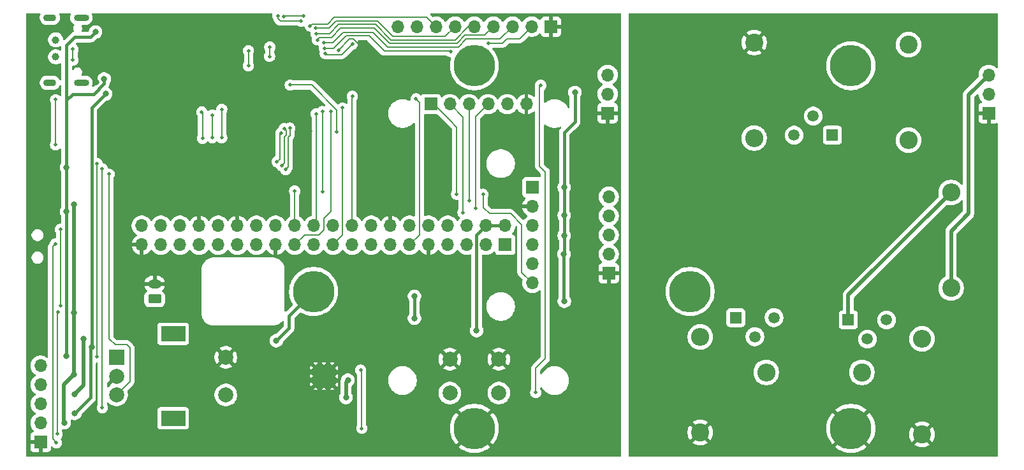
<source format=gbl>
G04 #@! TF.GenerationSoftware,KiCad,Pcbnew,9.0.0*
G04 #@! TF.CreationDate,2025-04-29T13:35:45+03:00*
G04 #@! TF.ProjectId,Embedded-Board,456d6265-6464-4656-942d-426f6172642e,rev?*
G04 #@! TF.SameCoordinates,Original*
G04 #@! TF.FileFunction,Copper,L2,Bot*
G04 #@! TF.FilePolarity,Positive*
%FSLAX46Y46*%
G04 Gerber Fmt 4.6, Leading zero omitted, Abs format (unit mm)*
G04 Created by KiCad (PCBNEW 9.0.0) date 2025-04-29 13:35:45*
%MOMM*%
%LPD*%
G01*
G04 APERTURE LIST*
G04 Aperture macros list*
%AMRoundRect*
0 Rectangle with rounded corners*
0 $1 Rounding radius*
0 $2 $3 $4 $5 $6 $7 $8 $9 X,Y pos of 4 corners*
0 Add a 4 corners polygon primitive as box body*
4,1,4,$2,$3,$4,$5,$6,$7,$8,$9,$2,$3,0*
0 Add four circle primitives for the rounded corners*
1,1,$1+$1,$2,$3*
1,1,$1+$1,$4,$5*
1,1,$1+$1,$6,$7*
1,1,$1+$1,$8,$9*
0 Add four rect primitives between the rounded corners*
20,1,$1+$1,$2,$3,$4,$5,0*
20,1,$1+$1,$4,$5,$6,$7,0*
20,1,$1+$1,$6,$7,$8,$9,0*
20,1,$1+$1,$8,$9,$2,$3,0*%
G04 Aperture macros list end*
G04 #@! TA.AperFunction,ComponentPad*
%ADD10R,1.700000X1.700000*%
G04 #@! TD*
G04 #@! TA.AperFunction,ComponentPad*
%ADD11O,1.700000X1.700000*%
G04 #@! TD*
G04 #@! TA.AperFunction,ComponentPad*
%ADD12C,5.500000*%
G04 #@! TD*
G04 #@! TA.AperFunction,ComponentPad*
%ADD13RoundRect,0.250000X0.625000X-0.350000X0.625000X0.350000X-0.625000X0.350000X-0.625000X-0.350000X0*%
G04 #@! TD*
G04 #@! TA.AperFunction,ComponentPad*
%ADD14O,1.750000X1.200000*%
G04 #@! TD*
G04 #@! TA.AperFunction,ComponentPad*
%ADD15C,2.000000*%
G04 #@! TD*
G04 #@! TA.AperFunction,HeatsinkPad*
%ADD16C,0.500000*%
G04 #@! TD*
G04 #@! TA.AperFunction,HeatsinkPad*
%ADD17R,2.700000X2.700000*%
G04 #@! TD*
G04 #@! TA.AperFunction,ComponentPad*
%ADD18R,2.000000X2.000000*%
G04 #@! TD*
G04 #@! TA.AperFunction,ComponentPad*
%ADD19R,3.200000X2.000000*%
G04 #@! TD*
G04 #@! TA.AperFunction,ComponentPad*
%ADD20O,2.000000X0.900000*%
G04 #@! TD*
G04 #@! TA.AperFunction,ComponentPad*
%ADD21O,1.700000X0.900000*%
G04 #@! TD*
G04 #@! TA.AperFunction,ComponentPad*
%ADD22C,2.400000*%
G04 #@! TD*
G04 #@! TA.AperFunction,ComponentPad*
%ADD23O,2.400000X2.400000*%
G04 #@! TD*
G04 #@! TA.AperFunction,SMDPad,CuDef*
%ADD24C,1.000000*%
G04 #@! TD*
G04 #@! TA.AperFunction,ComponentPad*
%ADD25R,1.500000X1.500000*%
G04 #@! TD*
G04 #@! TA.AperFunction,ComponentPad*
%ADD26C,1.500000*%
G04 #@! TD*
G04 #@! TA.AperFunction,ViaPad*
%ADD27C,0.800000*%
G04 #@! TD*
G04 #@! TA.AperFunction,ViaPad*
%ADD28C,0.500000*%
G04 #@! TD*
G04 #@! TA.AperFunction,Conductor*
%ADD29C,0.400000*%
G04 #@! TD*
G04 #@! TA.AperFunction,Conductor*
%ADD30C,0.200000*%
G04 #@! TD*
G04 #@! TA.AperFunction,Conductor*
%ADD31C,0.500000*%
G04 #@! TD*
G04 APERTURE END LIST*
D10*
X77550000Y-112179999D03*
D11*
X77550000Y-109639999D03*
X77550000Y-107100000D03*
X77550000Y-104559999D03*
X77550000Y-102019999D03*
D12*
X163800000Y-92150000D03*
D10*
X152850000Y-68440000D03*
D11*
X152850000Y-65900000D03*
X152849999Y-63359999D03*
D10*
X145300000Y-56950000D03*
D11*
X142760000Y-56950000D03*
X140220001Y-56950000D03*
X137680000Y-56950000D03*
X135140000Y-56950000D03*
X132600000Y-56950000D03*
X130060000Y-56950000D03*
X127519999Y-56950000D03*
X124980000Y-56950000D03*
D10*
X203450000Y-68440000D03*
D11*
X203450000Y-65900000D03*
X203449999Y-63359999D03*
D12*
X185150000Y-110350000D03*
D13*
X92700000Y-93150000D03*
D14*
X92700000Y-91149999D03*
D12*
X113800000Y-92150000D03*
D15*
X131900000Y-101150000D03*
X138400000Y-101150000D03*
X131900000Y-105650000D03*
X138400000Y-105650000D03*
D12*
X135150000Y-110350000D03*
D16*
X114100000Y-102300000D03*
X114100000Y-103400000D03*
X114100000Y-104500000D03*
X115200000Y-102300000D03*
X115200000Y-103400000D03*
D17*
X115200000Y-103400000D03*
D16*
X115200000Y-104500000D03*
X116300000Y-102300000D03*
X116300000Y-103400000D03*
X116300000Y-104500000D03*
D18*
X87650000Y-100900000D03*
D15*
X87650000Y-105900000D03*
X87650000Y-103400000D03*
D19*
X95150000Y-97800000D03*
X95150000Y-109000000D03*
D15*
X102150000Y-105900000D03*
X102150000Y-100900000D03*
D12*
X185150000Y-62150000D03*
D10*
X139250000Y-85940000D03*
D11*
X139250000Y-83400000D03*
X136710000Y-85940000D03*
X136710000Y-83400000D03*
X134170001Y-85940000D03*
X134170000Y-83400000D03*
X131630000Y-85940000D03*
X131630000Y-83400000D03*
X129090000Y-85940000D03*
X129090000Y-83400000D03*
X126550000Y-85940000D03*
X126550000Y-83400000D03*
X124010000Y-85940000D03*
X124010000Y-83400000D03*
X121469999Y-85940000D03*
X121470000Y-83400000D03*
X118930000Y-85940000D03*
X118930000Y-83400000D03*
X116390000Y-85940000D03*
X116390000Y-83400000D03*
X113850000Y-85940000D03*
X113850000Y-83400000D03*
X111310001Y-85940000D03*
X111310000Y-83400000D03*
X108770000Y-85940000D03*
X108770000Y-83400000D03*
X106230000Y-85940000D03*
X106230000Y-83400000D03*
X103690000Y-85940000D03*
X103690000Y-83400000D03*
X101150001Y-85940000D03*
X101150000Y-83400000D03*
X98609999Y-85940000D03*
X98610000Y-83400000D03*
X96070000Y-85940000D03*
X96070000Y-83400000D03*
X93530000Y-85940000D03*
X93530000Y-83400000D03*
X90990000Y-85940000D03*
X90990000Y-83400000D03*
D10*
X153000000Y-89729999D03*
D11*
X153000000Y-87189999D03*
X153000000Y-84650000D03*
X153000000Y-82109999D03*
X153000000Y-79569999D03*
D20*
X82970000Y-55750000D03*
D21*
X78790000Y-55750000D03*
D20*
X82970000Y-64400000D03*
D21*
X78790000Y-64400000D03*
D12*
X135150000Y-62150000D03*
D22*
X172300000Y-59050000D03*
D23*
X172300000Y-71750000D03*
D22*
X165150000Y-110900000D03*
D23*
X165150000Y-98200000D03*
D24*
X79550000Y-58700000D03*
D22*
X186600000Y-102899999D03*
D23*
X173900000Y-102899999D03*
D10*
X142850000Y-78300000D03*
D11*
X142850000Y-80840000D03*
X142850000Y-83379999D03*
X142850000Y-85920001D03*
X142850000Y-88460000D03*
X142850000Y-91000000D03*
D25*
X169860000Y-95630001D03*
D26*
X172400000Y-98170001D03*
X174940002Y-95629999D03*
D25*
X184810001Y-95930000D03*
D26*
X187350001Y-98470000D03*
X189890001Y-95930001D03*
D10*
X129356379Y-67243216D03*
D11*
X131896379Y-67243216D03*
X134436378Y-67243216D03*
X136976380Y-67243216D03*
X139516379Y-67243216D03*
X142056379Y-67243216D03*
D22*
X192800000Y-59350000D03*
D23*
X192800000Y-72050000D03*
D24*
X79550000Y-60950000D03*
D22*
X194600000Y-111150000D03*
D23*
X194600000Y-98450000D03*
D25*
X182690000Y-71370000D03*
D26*
X180150000Y-68830000D03*
X177609999Y-71370001D03*
D22*
X198450000Y-91700000D03*
D23*
X198450000Y-79000000D03*
D27*
X113550000Y-106400000D03*
D28*
X111300000Y-63150000D03*
D27*
X85200000Y-55750000D03*
X96300000Y-78400000D03*
D28*
X110300000Y-62150000D03*
D27*
X84950000Y-64300000D03*
D28*
X110300000Y-63150000D03*
X109250000Y-62150000D03*
D27*
X114650000Y-110150000D03*
D28*
X111300000Y-62150000D03*
D27*
X123800000Y-61500000D03*
X101450000Y-62800000D03*
D28*
X109250000Y-61100000D03*
D27*
X132600000Y-80600000D03*
D28*
X110300000Y-61100000D03*
X112900000Y-63150000D03*
D27*
X113209314Y-70840686D03*
X115650000Y-98600000D03*
D28*
X117100000Y-60100000D03*
X109250000Y-63150000D03*
X110350000Y-57250000D03*
X104200000Y-57250000D03*
X111300000Y-61100000D03*
D27*
X87700000Y-63650000D03*
D28*
X119950000Y-60350000D03*
D27*
X80692456Y-109590983D03*
X82000000Y-103150000D03*
X82000000Y-94950000D03*
X82000000Y-80550000D03*
X86000000Y-63900000D03*
X84850000Y-57650000D03*
X81000000Y-81550000D03*
X81000000Y-100750000D03*
X81000000Y-75650000D03*
X135450000Y-97350000D03*
X83250000Y-98450000D03*
X82050000Y-105800000D03*
X147050000Y-87200000D03*
X148500000Y-65700000D03*
X147075000Y-82050000D03*
X108850000Y-98700000D03*
X147100000Y-93450000D03*
X127200000Y-92800000D03*
X84350000Y-99550000D03*
X127200000Y-95700000D03*
X82100000Y-108350000D03*
X147075000Y-78300000D03*
D28*
X107950000Y-60900000D03*
D27*
X147075000Y-84700000D03*
D28*
X108000000Y-59650000D03*
D27*
X86175000Y-65875000D03*
D28*
X105150000Y-62150000D03*
X105150000Y-60150000D03*
X79900000Y-94850000D03*
X79750000Y-111100000D03*
X134450000Y-80100000D03*
X135350000Y-81050000D03*
X133650000Y-81650000D03*
X116900000Y-70950000D03*
X110700000Y-64700000D03*
X136300000Y-79250000D03*
X132800000Y-79200000D03*
X111300000Y-78800000D03*
X115000000Y-78850000D03*
X115000000Y-68250000D03*
X127400000Y-66550000D03*
X117650000Y-67750000D03*
X118950000Y-66200000D03*
X114150000Y-68550000D03*
X116100000Y-68250000D03*
X115250000Y-59800000D03*
X132000000Y-60250000D03*
X137050000Y-59150000D03*
X115150000Y-59050000D03*
X79550000Y-58700000D03*
X79550000Y-60950000D03*
X81850000Y-61400000D03*
X81850000Y-59950000D03*
X99050000Y-71800000D03*
X98950000Y-68300000D03*
X79550000Y-72650000D03*
X79550000Y-66650000D03*
D27*
X118100000Y-106250000D03*
X118350000Y-103950000D03*
D28*
X80200000Y-83900000D03*
X80200000Y-94050000D03*
X143300000Y-105600000D03*
X143950000Y-64750000D03*
X108950000Y-74900000D03*
X85050000Y-75150000D03*
X109500000Y-71100000D03*
X85050000Y-100850000D03*
X109900000Y-70500000D03*
X85750000Y-107600000D03*
X109550000Y-75400000D03*
X85750000Y-75850000D03*
X110100000Y-75950000D03*
X86652000Y-76552000D03*
X110650000Y-70450000D03*
X120050000Y-102600000D03*
X79650000Y-112250000D03*
X120200000Y-110350000D03*
X79500000Y-85850000D03*
X101600000Y-71700000D03*
X101600000Y-67950000D03*
X100350000Y-71700000D03*
X100350000Y-68700000D03*
X114300000Y-58700000D03*
X109800000Y-55600000D03*
X112450000Y-55500000D03*
X114100000Y-57150000D03*
X113350000Y-56850000D03*
X114150000Y-57900000D03*
X115350000Y-60500000D03*
X118950000Y-59250000D03*
X109050000Y-55500000D03*
X112150000Y-56200000D03*
D29*
X110550000Y-97000000D02*
X110550000Y-95400000D01*
X108850000Y-98700000D02*
X110550000Y-97000000D01*
X110550000Y-95400000D02*
X113800000Y-92150000D01*
D30*
X117100000Y-60100000D02*
X118600000Y-58600000D01*
X119100000Y-58600000D02*
X119950000Y-59450000D01*
X118600000Y-58600000D02*
X119100000Y-58600000D01*
X119950000Y-59450000D02*
X119950000Y-60350000D01*
D31*
X82000000Y-80550000D02*
X82000000Y-94950000D01*
X82000000Y-103150000D02*
X80650000Y-104500000D01*
X80650000Y-109548527D02*
X80692456Y-109590983D01*
X82000000Y-94950000D02*
X82000000Y-103150000D01*
X80650000Y-104500000D02*
X80650000Y-109548527D01*
D29*
X82100000Y-58350000D02*
X81250000Y-59200000D01*
X81250000Y-59200000D02*
X81000000Y-59450000D01*
X82950000Y-58350000D02*
X82100000Y-58350000D01*
X81000000Y-75650000D02*
X81000000Y-81550000D01*
X81000000Y-68700000D02*
X81000000Y-75650000D01*
X81000000Y-66700000D02*
X81000000Y-68700000D01*
X84150000Y-58350000D02*
X82950000Y-58350000D01*
X81800000Y-65900000D02*
X81000000Y-66700000D01*
X84850000Y-57650000D02*
X84150000Y-58350000D01*
X81000000Y-61500000D02*
X81000000Y-66700000D01*
X86000000Y-63900000D02*
X86000000Y-64500000D01*
X84600000Y-65900000D02*
X81800000Y-65900000D01*
X81000000Y-59450000D02*
X81000000Y-61500000D01*
X86000000Y-64500000D02*
X84600000Y-65900000D01*
X81000000Y-81550000D02*
X81000000Y-100750000D01*
D31*
X83250000Y-104600000D02*
X82050000Y-105800000D01*
D29*
X136710000Y-83400000D02*
X135450000Y-84660000D01*
X135450000Y-84660000D02*
X135450000Y-97350000D01*
X136710000Y-83400000D02*
X139250000Y-83400000D01*
D31*
X83250000Y-98450000D02*
X83250000Y-104600000D01*
D29*
X84350000Y-99550000D02*
X84200000Y-99700000D01*
D30*
X108000000Y-60850000D02*
X107950000Y-60900000D01*
D29*
X84200000Y-105200000D02*
X84200000Y-106250000D01*
X147075000Y-82050000D02*
X147075000Y-84700000D01*
X127200000Y-92800000D02*
X127200000Y-95700000D01*
D30*
X108000000Y-59650000D02*
X108000000Y-60850000D01*
D29*
X84200000Y-99700000D02*
X84200000Y-105200000D01*
X147075000Y-78300000D02*
X147075000Y-71025000D01*
X148500000Y-69600000D02*
X148500000Y-65700000D01*
X147050000Y-93400000D02*
X147100000Y-93450000D01*
X147075000Y-78300000D02*
X147075000Y-82050000D01*
X84200000Y-106250000D02*
X82100000Y-108350000D01*
X147075000Y-71025000D02*
X148500000Y-69600000D01*
X84350000Y-99550000D02*
X84350000Y-67700000D01*
X147075000Y-84700000D02*
X147075000Y-87175000D01*
X84350000Y-67700000D02*
X86175000Y-65875000D01*
X147050000Y-87200000D02*
X147050000Y-93400000D01*
X147075000Y-87175000D02*
X147050000Y-87200000D01*
D30*
X105150000Y-60150000D02*
X105150000Y-62150000D01*
X79750000Y-95000000D02*
X79900000Y-94850000D01*
X79750000Y-111100000D02*
X79750000Y-95000000D01*
X134436378Y-67243216D02*
X134436378Y-80086378D01*
X134436378Y-80086378D02*
X134450000Y-80100000D01*
X136976380Y-67243216D02*
X135350000Y-68869596D01*
X135350000Y-68869596D02*
X135350000Y-69900000D01*
X135350000Y-69900000D02*
X135350000Y-81050000D01*
X131896379Y-67243216D02*
X133650000Y-68996837D01*
X133650000Y-68996837D02*
X133650000Y-81650000D01*
X110700000Y-64700000D02*
X113550000Y-64700000D01*
X136350000Y-79300000D02*
X136350000Y-81000000D01*
X137150000Y-81800000D02*
X139950000Y-81800000D01*
X141450000Y-89600000D02*
X142850000Y-91000000D01*
X116900000Y-68050000D02*
X116900000Y-70950000D01*
X131900000Y-69400000D02*
X132800000Y-70300000D01*
X132800000Y-70300000D02*
X132800000Y-72350000D01*
X129743216Y-67243216D02*
X131900000Y-69400000D01*
X141450000Y-83300000D02*
X141450000Y-89600000D01*
X129356379Y-67243216D02*
X129743216Y-67243216D01*
X136300000Y-79250000D02*
X136350000Y-79300000D01*
X113550000Y-64700000D02*
X116900000Y-68050000D01*
X132800000Y-72350000D02*
X132800000Y-79200000D01*
X136350000Y-81000000D02*
X137150000Y-81800000D01*
X139950000Y-81800000D02*
X141450000Y-83300000D01*
X111310000Y-78810000D02*
X111310000Y-83400000D01*
X115000000Y-68250000D02*
X115000000Y-78850000D01*
X111300000Y-78800000D02*
X111310000Y-78810000D01*
X127400000Y-66550000D02*
X127850000Y-67000000D01*
X127850000Y-84640000D02*
X126550000Y-85940000D01*
X127850000Y-67000000D02*
X127850000Y-84640000D01*
X117650000Y-84680000D02*
X117650000Y-67750000D01*
X116390000Y-85940000D02*
X117650000Y-84680000D01*
X118950000Y-66200000D02*
X118930000Y-66220000D01*
X118930000Y-66220000D02*
X118930000Y-83400000D01*
X114150000Y-83100000D02*
X113850000Y-83400000D01*
X114150000Y-68550000D02*
X114150000Y-83100000D01*
X115150000Y-84000000D02*
X114500000Y-84650000D01*
X112600001Y-84650000D02*
X111310001Y-85940000D01*
X115150000Y-82450000D02*
X115150000Y-84000000D01*
X116100000Y-68250000D02*
X116100000Y-81500000D01*
X116100000Y-81500000D02*
X115150000Y-82450000D01*
X114500000Y-84650000D02*
X112600001Y-84650000D01*
X121150000Y-58150000D02*
X122350000Y-59350000D01*
X137050000Y-59150000D02*
X138900000Y-59150000D01*
X116950000Y-59300000D02*
X118100000Y-58150000D01*
X122350000Y-59350000D02*
X123200000Y-60200000D01*
X119350000Y-58150000D02*
X121150000Y-58150000D01*
X123200000Y-60200000D02*
X124400000Y-60200000D01*
X138900000Y-59150000D02*
X139500000Y-58550000D01*
X119050000Y-58150000D02*
X119350000Y-58150000D01*
X116450000Y-59800000D02*
X116950000Y-59300000D01*
X139500000Y-58550000D02*
X141160000Y-58550000D01*
X118100000Y-58150000D02*
X119050000Y-58150000D01*
X115250000Y-59800000D02*
X116450000Y-59800000D01*
X141160000Y-58550000D02*
X142760000Y-56950000D01*
X131950000Y-60200000D02*
X132000000Y-60250000D01*
X124400000Y-60200000D02*
X131950000Y-60200000D01*
X133000000Y-59650000D02*
X134050000Y-58600000D01*
X116400000Y-59050000D02*
X117750000Y-57700000D01*
X121700000Y-57700000D02*
X123650000Y-59650000D01*
X115150000Y-59050000D02*
X116400000Y-59050000D01*
X138570001Y-58600000D02*
X140220001Y-56950000D01*
X123650000Y-59650000D02*
X133000000Y-59650000D01*
X117750000Y-57700000D02*
X121700000Y-57700000D01*
X134050000Y-58600000D02*
X138570001Y-58600000D01*
X81850000Y-59950000D02*
X81850000Y-61400000D01*
X99050000Y-68400000D02*
X98950000Y-68300000D01*
X99050000Y-71800000D02*
X99050000Y-68400000D01*
X79550000Y-66650000D02*
X79550000Y-72650000D01*
D31*
X118100000Y-104200000D02*
X118350000Y-103950000D01*
X118100000Y-106250000D02*
X118100000Y-104200000D01*
D30*
X80200000Y-94050000D02*
X80200000Y-83900000D01*
X144550000Y-101100000D02*
X143900000Y-101750000D01*
X143300000Y-102350000D02*
X143300000Y-105600000D01*
X144550000Y-76250000D02*
X144550000Y-79400000D01*
X143900000Y-101750000D02*
X143300000Y-102350000D01*
X144550000Y-79400000D02*
X144550000Y-101100000D01*
X144300000Y-76000000D02*
X144550000Y-76250000D01*
X143805379Y-75505379D02*
X144300000Y-76000000D01*
X143950000Y-64750000D02*
X143805379Y-64894621D01*
X143805379Y-64894621D02*
X143805379Y-75505379D01*
X109300000Y-74550000D02*
X109300000Y-71300000D01*
X109300000Y-71300000D02*
X109500000Y-71100000D01*
X85050000Y-100850000D02*
X85050000Y-75150000D01*
X108950000Y-74900000D02*
X109300000Y-74550000D01*
X85750000Y-107600000D02*
X85750000Y-75850000D01*
X110150000Y-71369239D02*
X109900000Y-71619239D01*
X109900000Y-75050000D02*
X109550000Y-75400000D01*
X110150000Y-70750000D02*
X110150000Y-71369239D01*
X109900000Y-71619239D02*
X109900000Y-75050000D01*
X109900000Y-70500000D02*
X110150000Y-70750000D01*
X110650000Y-71434924D02*
X110650000Y-70450000D01*
X86652000Y-98452000D02*
X86652000Y-76552000D01*
X110100000Y-75950000D02*
X110450000Y-75600000D01*
X89400000Y-104150000D02*
X89400000Y-99650000D01*
X87650000Y-105900000D02*
X89400000Y-104150000D01*
X86650000Y-76550000D02*
X86652000Y-76552000D01*
X89000000Y-99250000D02*
X87450000Y-99250000D01*
X110450000Y-75600000D02*
X110450000Y-71634924D01*
X89400000Y-99650000D02*
X89000000Y-99250000D01*
X110450000Y-71634924D02*
X110650000Y-71434924D01*
X87450000Y-99250000D02*
X86652000Y-98452000D01*
X120200000Y-110350000D02*
X120200000Y-102750000D01*
X120200000Y-102750000D02*
X120050000Y-102600000D01*
X79150000Y-97400000D02*
X79150000Y-111750000D01*
X79150000Y-86200000D02*
X79150000Y-97400000D01*
X79500000Y-85850000D02*
X79150000Y-86200000D01*
X79150000Y-111750000D02*
X79650000Y-112250000D01*
X101600000Y-67950000D02*
X101600000Y-71700000D01*
X100350000Y-68700000D02*
X100350000Y-71700000D01*
X132850000Y-59150000D02*
X133900000Y-58100000D01*
X116150000Y-58400000D02*
X117400000Y-57150000D01*
X123900000Y-59150000D02*
X132850000Y-59150000D01*
X136530000Y-58100000D02*
X137680000Y-56950000D01*
X133900000Y-58100000D02*
X136530000Y-58100000D01*
X117400000Y-57150000D02*
X121900000Y-57150000D01*
X114300000Y-58700000D02*
X114600000Y-58400000D01*
X114600000Y-58400000D02*
X116150000Y-58400000D01*
X121900000Y-57150000D02*
X123900000Y-59150000D01*
X109900000Y-55500000D02*
X112450000Y-55500000D01*
X109800000Y-55600000D02*
X109900000Y-55500000D01*
X114100000Y-57150000D02*
X115850000Y-57150000D01*
X124350000Y-58250000D02*
X131300000Y-58250000D01*
X122300000Y-56200000D02*
X124350000Y-58250000D01*
X131300000Y-58250000D02*
X132600000Y-56950000D01*
X115850000Y-57150000D02*
X116800000Y-56200000D01*
X116800000Y-56200000D02*
X122300000Y-56200000D01*
X116550000Y-55700000D02*
X128810000Y-55700000D01*
X113350000Y-56850000D02*
X113600000Y-56600000D01*
X128810000Y-55700000D02*
X130060000Y-56950000D01*
X115650000Y-56600000D02*
X116550000Y-55700000D01*
X113600000Y-56600000D02*
X115650000Y-56600000D01*
X124100000Y-58700000D02*
X132600000Y-58700000D01*
X114150000Y-57900000D02*
X115900000Y-57900000D01*
X115900000Y-57900000D02*
X117150000Y-56650000D01*
X117150000Y-56650000D02*
X122050000Y-56650000D01*
X122050000Y-56650000D02*
X124100000Y-58700000D01*
X134350000Y-56950000D02*
X135140000Y-56950000D01*
X132600000Y-58700000D02*
X134350000Y-56950000D01*
X115500000Y-60650000D02*
X117550000Y-60650000D01*
X117550000Y-60650000D02*
X118950000Y-59250000D01*
X115350000Y-60500000D02*
X115500000Y-60650000D01*
X109050000Y-55850000D02*
X109400000Y-56200000D01*
X109400000Y-56200000D02*
X112150000Y-56200000D01*
X109050000Y-55500000D02*
X109050000Y-55850000D01*
D31*
X200750000Y-66059998D02*
X203449999Y-63359999D01*
X198450000Y-91700000D02*
X198450000Y-84100000D01*
X198450000Y-84100000D02*
X200750000Y-81800000D01*
X200750000Y-81800000D02*
X200750000Y-66059998D01*
X198450000Y-79000000D02*
X184810001Y-92639999D01*
X184810001Y-92639999D02*
X184810001Y-95930000D01*
G04 #@! TA.AperFunction,Conductor*
G36*
X130260157Y-68613400D02*
G01*
X130280799Y-68630034D01*
X132163181Y-70512416D01*
X132196666Y-70573739D01*
X132199500Y-70600097D01*
X132199500Y-78710232D01*
X132179815Y-78777271D01*
X132178603Y-78779122D01*
X132134914Y-78844508D01*
X132078343Y-78981082D01*
X132078340Y-78981092D01*
X132049500Y-79126079D01*
X132049500Y-79126082D01*
X132049500Y-79273918D01*
X132049500Y-79273920D01*
X132049499Y-79273920D01*
X132078340Y-79418907D01*
X132078343Y-79418917D01*
X132134912Y-79555488D01*
X132134919Y-79555501D01*
X132217048Y-79678415D01*
X132217051Y-79678419D01*
X132321580Y-79782948D01*
X132321584Y-79782951D01*
X132444498Y-79865080D01*
X132444511Y-79865087D01*
X132581082Y-79921656D01*
X132581087Y-79921658D01*
X132581091Y-79921658D01*
X132581092Y-79921659D01*
X132726079Y-79950500D01*
X132726082Y-79950500D01*
X132873919Y-79950500D01*
X132901308Y-79945052D01*
X132970899Y-79951279D01*
X133026077Y-79994141D01*
X133049322Y-80060031D01*
X133049500Y-80066669D01*
X133049500Y-81160232D01*
X133029815Y-81227271D01*
X133028603Y-81229122D01*
X132984914Y-81294508D01*
X132928343Y-81431082D01*
X132928340Y-81431092D01*
X132899500Y-81576079D01*
X132899500Y-81576082D01*
X132899500Y-81723918D01*
X132899500Y-81723920D01*
X132899499Y-81723920D01*
X132928340Y-81868907D01*
X132928343Y-81868917D01*
X132984912Y-82005488D01*
X132984919Y-82005501D01*
X133067048Y-82128415D01*
X133067051Y-82128419D01*
X133171580Y-82232948D01*
X133171585Y-82232952D01*
X133199578Y-82251656D01*
X133244384Y-82305267D01*
X133253093Y-82374592D01*
X133222939Y-82437620D01*
X133218371Y-82442439D01*
X133140276Y-82520535D01*
X133140272Y-82520540D01*
X133015378Y-82692443D01*
X133010762Y-82701502D01*
X132962784Y-82752295D01*
X132894963Y-82769087D01*
X132828829Y-82746546D01*
X132789794Y-82701493D01*
X132785051Y-82692184D01*
X132785049Y-82692181D01*
X132785048Y-82692179D01*
X132660109Y-82520213D01*
X132509786Y-82369890D01*
X132337820Y-82244951D01*
X132148414Y-82148444D01*
X132148413Y-82148443D01*
X132148412Y-82148443D01*
X131946243Y-82082754D01*
X131946241Y-82082753D01*
X131946240Y-82082753D01*
X131782421Y-82056807D01*
X131736287Y-82049500D01*
X131523713Y-82049500D01*
X131477579Y-82056807D01*
X131313760Y-82082753D01*
X131313757Y-82082754D01*
X131173225Y-82128416D01*
X131111585Y-82148444D01*
X130922179Y-82244951D01*
X130750213Y-82369890D01*
X130599890Y-82520213D01*
X130474949Y-82692182D01*
X130470484Y-82700946D01*
X130422509Y-82751742D01*
X130354688Y-82768536D01*
X130288553Y-82745998D01*
X130249516Y-82700946D01*
X130245050Y-82692182D01*
X130120109Y-82520213D01*
X129969786Y-82369890D01*
X129797820Y-82244951D01*
X129608414Y-82148444D01*
X129608413Y-82148443D01*
X129608412Y-82148443D01*
X129406243Y-82082754D01*
X129406241Y-82082753D01*
X129406240Y-82082753D01*
X129242421Y-82056807D01*
X129196287Y-82049500D01*
X128983713Y-82049500D01*
X128944202Y-82055757D01*
X128773759Y-82082753D01*
X128612818Y-82135046D01*
X128542977Y-82137041D01*
X128483144Y-82100960D01*
X128452316Y-82038259D01*
X128450500Y-82017115D01*
X128450500Y-68717715D01*
X128470185Y-68650676D01*
X128522989Y-68604921D01*
X128574495Y-68593715D01*
X130193118Y-68593715D01*
X130260157Y-68613400D01*
G37*
G04 #@! TD.AperFunction*
G04 #@! TA.AperFunction,Conductor*
G36*
X142306379Y-68570446D02*
G01*
X142372505Y-68559973D01*
X142372508Y-68559973D01*
X142574596Y-68494311D01*
X142763936Y-68397836D01*
X142935838Y-68272943D01*
X142935843Y-68272939D01*
X142993198Y-68215585D01*
X143054521Y-68182100D01*
X143124213Y-68187084D01*
X143180146Y-68228956D01*
X143204563Y-68294420D01*
X143204879Y-68303266D01*
X143204879Y-75418709D01*
X143204878Y-75418727D01*
X143204878Y-75584433D01*
X143204877Y-75584433D01*
X143204878Y-75584436D01*
X143243617Y-75729011D01*
X143245803Y-75737166D01*
X143246685Y-75738693D01*
X143261953Y-75765139D01*
X143263729Y-75768214D01*
X143263730Y-75768216D01*
X143324856Y-75874091D01*
X143324860Y-75874096D01*
X143913181Y-76462417D01*
X143946666Y-76523740D01*
X143949500Y-76550098D01*
X143949500Y-76833131D01*
X143929815Y-76900170D01*
X143877011Y-76945925D01*
X143812246Y-76956421D01*
X143805756Y-76955723D01*
X143747873Y-76949500D01*
X143747865Y-76949500D01*
X141952129Y-76949500D01*
X141952123Y-76949501D01*
X141892516Y-76955908D01*
X141757671Y-77006202D01*
X141757664Y-77006206D01*
X141642455Y-77092452D01*
X141642452Y-77092455D01*
X141556206Y-77207664D01*
X141556202Y-77207671D01*
X141505908Y-77342517D01*
X141499501Y-77402116D01*
X141499500Y-77402135D01*
X141499500Y-79197870D01*
X141499501Y-79197876D01*
X141505908Y-79257483D01*
X141556202Y-79392328D01*
X141556206Y-79392335D01*
X141642452Y-79507544D01*
X141642455Y-79507547D01*
X141757664Y-79593793D01*
X141757671Y-79593797D01*
X141802047Y-79610348D01*
X141889598Y-79643002D01*
X141945531Y-79684873D01*
X141969949Y-79750337D01*
X141955098Y-79818610D01*
X141933947Y-79846865D01*
X141820271Y-79960541D01*
X141695379Y-80132442D01*
X141598904Y-80321782D01*
X141533242Y-80523870D01*
X141533242Y-80523873D01*
X141522769Y-80590000D01*
X142416988Y-80590000D01*
X142384075Y-80647007D01*
X142350000Y-80774174D01*
X142350000Y-80905826D01*
X142384075Y-81032993D01*
X142416988Y-81090000D01*
X141522769Y-81090000D01*
X141533242Y-81156126D01*
X141533242Y-81156129D01*
X141598904Y-81358217D01*
X141695379Y-81547557D01*
X141820272Y-81719459D01*
X141820276Y-81719464D01*
X141970535Y-81869723D01*
X141970540Y-81869727D01*
X142142441Y-81994620D01*
X142151491Y-81999231D01*
X142202289Y-82047204D01*
X142219086Y-82115025D01*
X142196551Y-82181160D01*
X142151501Y-82220200D01*
X142142181Y-82224949D01*
X141970213Y-82349889D01*
X141819896Y-82500206D01*
X141770385Y-82568354D01*
X141715055Y-82611020D01*
X141645442Y-82616999D01*
X141583646Y-82584394D01*
X141582385Y-82583150D01*
X140437590Y-81438355D01*
X140437588Y-81438352D01*
X140318717Y-81319481D01*
X140318709Y-81319475D01*
X140197445Y-81249464D01*
X140197445Y-81249463D01*
X140197441Y-81249462D01*
X140181785Y-81240423D01*
X140029057Y-81199499D01*
X139870943Y-81199499D01*
X139863347Y-81199499D01*
X139863331Y-81199500D01*
X137450097Y-81199500D01*
X137383058Y-81179815D01*
X137362416Y-81163181D01*
X136986819Y-80787584D01*
X136953334Y-80726261D01*
X136950500Y-80699903D01*
X136950500Y-79663840D01*
X136963616Y-79611481D01*
X136962753Y-79611124D01*
X137005656Y-79507546D01*
X137021658Y-79468913D01*
X137036891Y-79392335D01*
X137050500Y-79323920D01*
X137050500Y-79176079D01*
X137021659Y-79031092D01*
X137021658Y-79031091D01*
X137021658Y-79031087D01*
X137016613Y-79018907D01*
X136965087Y-78894511D01*
X136965080Y-78894498D01*
X136882951Y-78771584D01*
X136882948Y-78771580D01*
X136778419Y-78667051D01*
X136778415Y-78667048D01*
X136655501Y-78584919D01*
X136655488Y-78584912D01*
X136518917Y-78528343D01*
X136518907Y-78528340D01*
X136373920Y-78499500D01*
X136373918Y-78499500D01*
X136226082Y-78499500D01*
X136226079Y-78499500D01*
X136098691Y-78524839D01*
X136029100Y-78518612D01*
X135973922Y-78475749D01*
X135950678Y-78409859D01*
X135950500Y-78403222D01*
X135950500Y-75025439D01*
X136749500Y-75025439D01*
X136749500Y-75274556D01*
X136749501Y-75274573D01*
X136781935Y-75520938D01*
X136782018Y-75521563D01*
X136844699Y-75755492D01*
X136846498Y-75762205D01*
X136941830Y-75992359D01*
X136941837Y-75992374D01*
X137066400Y-76208124D01*
X137218060Y-76405772D01*
X137218066Y-76405779D01*
X137394218Y-76581931D01*
X137394225Y-76581937D01*
X137591873Y-76733597D01*
X137807623Y-76858160D01*
X137807638Y-76858167D01*
X137906825Y-76899251D01*
X138037793Y-76953500D01*
X138278435Y-77017980D01*
X138525435Y-77050498D01*
X138525442Y-77050498D01*
X138774558Y-77050498D01*
X138774565Y-77050498D01*
X139021565Y-77017980D01*
X139262207Y-76953500D01*
X139492373Y-76858162D01*
X139708127Y-76733597D01*
X139905776Y-76581936D01*
X140081938Y-76405774D01*
X140233599Y-76208125D01*
X140358164Y-75992371D01*
X140453502Y-75762205D01*
X140517982Y-75521563D01*
X140550500Y-75274563D01*
X140550500Y-75025433D01*
X140517982Y-74778433D01*
X140453502Y-74537791D01*
X140384979Y-74372362D01*
X140358169Y-74307636D01*
X140358162Y-74307621D01*
X140233599Y-74091871D01*
X140081939Y-73894223D01*
X140081933Y-73894216D01*
X139905781Y-73718064D01*
X139905774Y-73718058D01*
X139708126Y-73566398D01*
X139492376Y-73441835D01*
X139492361Y-73441828D01*
X139262207Y-73346496D01*
X139021561Y-73282015D01*
X138774575Y-73249499D01*
X138774570Y-73249498D01*
X138774565Y-73249498D01*
X138525435Y-73249498D01*
X138525429Y-73249498D01*
X138525424Y-73249499D01*
X138278438Y-73282015D01*
X138037792Y-73346496D01*
X137807638Y-73441828D01*
X137807623Y-73441835D01*
X137591873Y-73566398D01*
X137394225Y-73718058D01*
X137394218Y-73718064D01*
X137218066Y-73894216D01*
X137218060Y-73894223D01*
X137066400Y-74091871D01*
X136941837Y-74307621D01*
X136941830Y-74307636D01*
X136846498Y-74537790D01*
X136782017Y-74778436D01*
X136749501Y-75025422D01*
X136749500Y-75025439D01*
X135950500Y-75025439D01*
X135950500Y-69169692D01*
X135970185Y-69102653D01*
X135986815Y-69082015D01*
X136491858Y-68576971D01*
X136553179Y-68543488D01*
X136617853Y-68546722D01*
X136660137Y-68560462D01*
X136870093Y-68593716D01*
X136870094Y-68593716D01*
X137082666Y-68593716D01*
X137082667Y-68593716D01*
X137292623Y-68560462D01*
X137494792Y-68494773D01*
X137684196Y-68398267D01*
X137724974Y-68368640D01*
X137856166Y-68273325D01*
X137856168Y-68273322D01*
X137856172Y-68273320D01*
X138006484Y-68123008D01*
X138006486Y-68123004D01*
X138006489Y-68123002D01*
X138131428Y-67951036D01*
X138131427Y-67951036D01*
X138131431Y-67951032D01*
X138135892Y-67942274D01*
X138183863Y-67891478D01*
X138251683Y-67874680D01*
X138317820Y-67897214D01*
X138356863Y-67942270D01*
X138361328Y-67951033D01*
X138486269Y-68123002D01*
X138636592Y-68273325D01*
X138808558Y-68398264D01*
X138808560Y-68398265D01*
X138808563Y-68398267D01*
X138997967Y-68494773D01*
X139200136Y-68560462D01*
X139410092Y-68593716D01*
X139410093Y-68593716D01*
X139622665Y-68593716D01*
X139622666Y-68593716D01*
X139832622Y-68560462D01*
X140034791Y-68494773D01*
X140224195Y-68398267D01*
X140264973Y-68368640D01*
X140396165Y-68273325D01*
X140396167Y-68273322D01*
X140396171Y-68273320D01*
X140546483Y-68123008D01*
X140546485Y-68123004D01*
X140546488Y-68123002D01*
X140643004Y-67990157D01*
X140671430Y-67951032D01*
X140676172Y-67941724D01*
X140724142Y-67890927D01*
X140791962Y-67874127D01*
X140858098Y-67896661D01*
X140897142Y-67941716D01*
X140901756Y-67950771D01*
X141026651Y-68122675D01*
X141026655Y-68122680D01*
X141176914Y-68272939D01*
X141176919Y-68272943D01*
X141348821Y-68397836D01*
X141538161Y-68494311D01*
X141740250Y-68559973D01*
X141806379Y-68570447D01*
X141806379Y-67676228D01*
X141863386Y-67709141D01*
X141990553Y-67743216D01*
X142122205Y-67743216D01*
X142249372Y-67709141D01*
X142306379Y-67676228D01*
X142306379Y-68570446D01*
G37*
G04 #@! TD.AperFunction*
G04 #@! TA.AperFunction,Conductor*
G36*
X77490967Y-55170185D02*
G01*
X77536722Y-55222989D01*
X77546666Y-55292147D01*
X77538489Y-55321953D01*
X77476027Y-55472748D01*
X77476025Y-55472756D01*
X77439500Y-55656379D01*
X77439500Y-55843620D01*
X77476025Y-56027243D01*
X77476027Y-56027251D01*
X77547676Y-56200228D01*
X77547681Y-56200237D01*
X77651697Y-56355907D01*
X77651700Y-56355911D01*
X77784088Y-56488299D01*
X77784092Y-56488302D01*
X77939762Y-56592318D01*
X77939771Y-56592323D01*
X77948595Y-56595978D01*
X78112749Y-56663973D01*
X78293870Y-56700000D01*
X78296379Y-56700499D01*
X78296383Y-56700500D01*
X78296384Y-56700500D01*
X79283617Y-56700500D01*
X79283618Y-56700499D01*
X79467251Y-56663973D01*
X79640231Y-56592322D01*
X79795908Y-56488302D01*
X79928302Y-56355908D01*
X80032322Y-56200231D01*
X80103973Y-56027251D01*
X80140500Y-55843616D01*
X80140500Y-55656384D01*
X80103973Y-55472749D01*
X80041511Y-55321953D01*
X80034042Y-55252483D01*
X80065317Y-55190004D01*
X80125406Y-55154352D01*
X80156072Y-55150500D01*
X81453928Y-55150500D01*
X81520967Y-55170185D01*
X81566722Y-55222989D01*
X81576666Y-55292147D01*
X81568489Y-55321953D01*
X81506027Y-55472748D01*
X81506025Y-55472756D01*
X81469500Y-55656379D01*
X81469500Y-55843620D01*
X81506025Y-56027243D01*
X81506027Y-56027251D01*
X81577676Y-56200228D01*
X81577681Y-56200237D01*
X81681697Y-56355907D01*
X81681700Y-56355911D01*
X81814088Y-56488299D01*
X81814092Y-56488302D01*
X81969762Y-56592318D01*
X81969764Y-56592319D01*
X81969769Y-56592322D01*
X81970616Y-56592672D01*
X81970990Y-56592974D01*
X81975139Y-56595192D01*
X81974718Y-56595978D01*
X82025020Y-56636511D01*
X82047087Y-56702805D01*
X82029810Y-56770505D01*
X82010849Y-56794915D01*
X81989478Y-56816286D01*
X81989475Y-56816290D01*
X81910426Y-56953209D01*
X81910423Y-56953216D01*
X81869500Y-57105943D01*
X81869500Y-57264057D01*
X81902534Y-57387339D01*
X81910423Y-57416783D01*
X81910424Y-57416786D01*
X81957849Y-57498929D01*
X81974322Y-57566830D01*
X81951469Y-57632856D01*
X81897915Y-57675490D01*
X81768191Y-57729223D01*
X81653454Y-57805887D01*
X81653453Y-57805888D01*
X80762181Y-58697161D01*
X80700858Y-58730646D01*
X80631166Y-58725662D01*
X80575233Y-58683790D01*
X80550816Y-58618326D01*
X80550500Y-58609480D01*
X80550500Y-58601456D01*
X80512052Y-58408170D01*
X80512051Y-58408169D01*
X80512051Y-58408165D01*
X80497623Y-58373333D01*
X80436635Y-58226092D01*
X80436628Y-58226079D01*
X80327139Y-58062218D01*
X80327136Y-58062214D01*
X80187785Y-57922863D01*
X80187781Y-57922860D01*
X80023920Y-57813371D01*
X80023907Y-57813364D01*
X79841839Y-57737950D01*
X79841829Y-57737947D01*
X79648543Y-57699500D01*
X79648541Y-57699500D01*
X79451459Y-57699500D01*
X79451457Y-57699500D01*
X79258170Y-57737947D01*
X79258160Y-57737950D01*
X79076092Y-57813364D01*
X79076079Y-57813371D01*
X78912218Y-57922860D01*
X78912214Y-57922863D01*
X78772863Y-58062214D01*
X78772860Y-58062218D01*
X78663371Y-58226079D01*
X78663364Y-58226092D01*
X78587950Y-58408160D01*
X78587947Y-58408170D01*
X78549500Y-58601456D01*
X78549500Y-58601459D01*
X78549500Y-58798541D01*
X78549500Y-58798543D01*
X78549499Y-58798543D01*
X78587947Y-58991829D01*
X78587950Y-58991839D01*
X78663364Y-59173907D01*
X78663371Y-59173920D01*
X78772860Y-59337781D01*
X78772863Y-59337785D01*
X78912214Y-59477136D01*
X78912218Y-59477139D01*
X79076079Y-59586628D01*
X79076092Y-59586635D01*
X79258160Y-59662049D01*
X79258165Y-59662051D01*
X79258169Y-59662051D01*
X79258170Y-59662052D01*
X79451456Y-59700500D01*
X79451459Y-59700500D01*
X79648543Y-59700500D01*
X79808343Y-59668713D01*
X79841835Y-59662051D01*
X80023914Y-59586632D01*
X80106609Y-59531376D01*
X80173286Y-59510499D01*
X80240666Y-59528983D01*
X80287357Y-59580962D01*
X80299500Y-59634479D01*
X80299500Y-60015520D01*
X80279815Y-60082559D01*
X80227011Y-60128314D01*
X80157853Y-60138258D01*
X80106610Y-60118622D01*
X80023925Y-60063374D01*
X80023907Y-60063364D01*
X79841839Y-59987950D01*
X79841829Y-59987947D01*
X79648543Y-59949500D01*
X79648541Y-59949500D01*
X79451459Y-59949500D01*
X79451457Y-59949500D01*
X79258170Y-59987947D01*
X79258160Y-59987950D01*
X79076092Y-60063364D01*
X79076079Y-60063371D01*
X78912218Y-60172860D01*
X78912214Y-60172863D01*
X78772863Y-60312214D01*
X78772860Y-60312218D01*
X78663371Y-60476079D01*
X78663364Y-60476092D01*
X78587950Y-60658160D01*
X78587947Y-60658170D01*
X78549500Y-60851456D01*
X78549500Y-60851459D01*
X78549500Y-61048541D01*
X78549500Y-61048543D01*
X78549499Y-61048543D01*
X78587947Y-61241829D01*
X78587950Y-61241839D01*
X78663364Y-61423907D01*
X78663371Y-61423920D01*
X78772860Y-61587781D01*
X78772863Y-61587785D01*
X78912214Y-61727136D01*
X78912218Y-61727139D01*
X79076079Y-61836628D01*
X79076092Y-61836635D01*
X79258160Y-61912049D01*
X79258165Y-61912051D01*
X79258169Y-61912051D01*
X79258170Y-61912052D01*
X79451456Y-61950500D01*
X79451459Y-61950500D01*
X79648543Y-61950500D01*
X79778582Y-61924632D01*
X79841835Y-61912051D01*
X80023914Y-61836632D01*
X80106609Y-61781376D01*
X80173286Y-61760499D01*
X80240666Y-61778983D01*
X80287357Y-61830962D01*
X80299500Y-61884479D01*
X80299500Y-63971403D01*
X80279815Y-64038442D01*
X80227011Y-64084197D01*
X80157853Y-64094141D01*
X80094297Y-64065116D01*
X80060939Y-64018856D01*
X80032323Y-63949771D01*
X80032318Y-63949762D01*
X79928302Y-63794092D01*
X79928299Y-63794088D01*
X79795911Y-63661700D01*
X79795907Y-63661697D01*
X79640237Y-63557681D01*
X79640228Y-63557676D01*
X79467251Y-63486027D01*
X79467243Y-63486025D01*
X79283620Y-63449500D01*
X79283616Y-63449500D01*
X78296384Y-63449500D01*
X78296379Y-63449500D01*
X78112756Y-63486025D01*
X78112748Y-63486027D01*
X77939771Y-63557676D01*
X77939762Y-63557681D01*
X77784092Y-63661697D01*
X77784088Y-63661700D01*
X77651700Y-63794088D01*
X77651697Y-63794092D01*
X77547681Y-63949762D01*
X77547676Y-63949771D01*
X77476027Y-64122748D01*
X77476025Y-64122756D01*
X77439500Y-64306379D01*
X77439500Y-64493620D01*
X77476025Y-64677243D01*
X77476027Y-64677251D01*
X77547676Y-64850228D01*
X77547681Y-64850237D01*
X77651697Y-65005907D01*
X77651700Y-65005911D01*
X77784088Y-65138299D01*
X77784092Y-65138302D01*
X77939762Y-65242318D01*
X77939768Y-65242321D01*
X77939769Y-65242322D01*
X78112749Y-65313973D01*
X78283861Y-65348009D01*
X78296379Y-65350499D01*
X78296383Y-65350500D01*
X78296384Y-65350500D01*
X79283617Y-65350500D01*
X79283618Y-65350499D01*
X79467251Y-65313973D01*
X79640231Y-65242322D01*
X79795908Y-65138302D01*
X79928302Y-65005908D01*
X80032322Y-64850231D01*
X80037702Y-64837244D01*
X80060939Y-64781144D01*
X80104780Y-64726740D01*
X80171074Y-64704675D01*
X80238773Y-64721954D01*
X80286384Y-64773091D01*
X80299500Y-64828596D01*
X80299500Y-66038770D01*
X80279815Y-66105809D01*
X80227011Y-66151564D01*
X80157853Y-66161508D01*
X80094297Y-66132483D01*
X80087819Y-66126451D01*
X80028419Y-66067051D01*
X80028415Y-66067048D01*
X79905501Y-65984919D01*
X79905488Y-65984912D01*
X79768917Y-65928343D01*
X79768907Y-65928340D01*
X79623920Y-65899500D01*
X79623918Y-65899500D01*
X79476082Y-65899500D01*
X79476080Y-65899500D01*
X79331092Y-65928340D01*
X79331082Y-65928343D01*
X79194511Y-65984912D01*
X79194498Y-65984919D01*
X79071584Y-66067048D01*
X79071580Y-66067051D01*
X78967051Y-66171580D01*
X78967048Y-66171584D01*
X78884919Y-66294498D01*
X78884912Y-66294511D01*
X78828343Y-66431082D01*
X78828340Y-66431092D01*
X78799500Y-66576079D01*
X78799500Y-66576082D01*
X78799500Y-66723918D01*
X78799500Y-66723920D01*
X78799499Y-66723920D01*
X78828340Y-66868907D01*
X78828343Y-66868917D01*
X78884912Y-67005488D01*
X78884919Y-67005501D01*
X78928602Y-67070876D01*
X78949480Y-67137553D01*
X78949500Y-67139767D01*
X78949500Y-72160232D01*
X78929815Y-72227271D01*
X78928603Y-72229122D01*
X78884914Y-72294508D01*
X78828343Y-72431082D01*
X78828340Y-72431092D01*
X78799500Y-72576079D01*
X78799500Y-72576082D01*
X78799500Y-72723918D01*
X78799500Y-72723920D01*
X78799499Y-72723920D01*
X78828340Y-72868907D01*
X78828343Y-72868917D01*
X78884912Y-73005488D01*
X78884919Y-73005501D01*
X78967048Y-73128415D01*
X78967051Y-73128419D01*
X79071580Y-73232948D01*
X79071584Y-73232951D01*
X79194498Y-73315080D01*
X79194511Y-73315087D01*
X79270340Y-73346496D01*
X79331087Y-73371658D01*
X79331091Y-73371658D01*
X79331092Y-73371659D01*
X79476079Y-73400500D01*
X79476082Y-73400500D01*
X79623920Y-73400500D01*
X79721462Y-73381096D01*
X79768913Y-73371658D01*
X79905495Y-73315084D01*
X80028416Y-73232951D01*
X80028419Y-73232948D01*
X80087819Y-73173549D01*
X80149142Y-73140064D01*
X80218834Y-73145048D01*
X80274767Y-73186920D01*
X80299184Y-73252384D01*
X80299500Y-73261230D01*
X80299500Y-75039899D01*
X80279815Y-75106938D01*
X80278602Y-75108790D01*
X80201988Y-75223449D01*
X80201987Y-75223452D01*
X80134106Y-75387332D01*
X80134103Y-75387341D01*
X80099500Y-75561304D01*
X80099500Y-75738695D01*
X80134103Y-75912658D01*
X80134106Y-75912667D01*
X80201984Y-76076542D01*
X80201985Y-76076543D01*
X80201987Y-76076547D01*
X80265061Y-76170943D01*
X80278602Y-76191208D01*
X80299480Y-76257885D01*
X80299500Y-76260099D01*
X80299500Y-80939899D01*
X80279815Y-81006938D01*
X80278602Y-81008790D01*
X80201988Y-81123449D01*
X80201987Y-81123452D01*
X80134106Y-81287332D01*
X80134103Y-81287341D01*
X80099500Y-81461304D01*
X80099500Y-81638695D01*
X80134103Y-81812658D01*
X80134106Y-81812667D01*
X80201984Y-81976542D01*
X80201985Y-81976543D01*
X80201987Y-81976547D01*
X80273279Y-82083242D01*
X80278602Y-82091208D01*
X80299480Y-82157885D01*
X80299500Y-82160099D01*
X80299500Y-83025500D01*
X80279815Y-83092539D01*
X80227011Y-83138294D01*
X80175500Y-83149500D01*
X80126080Y-83149500D01*
X79981092Y-83178340D01*
X79981082Y-83178343D01*
X79844511Y-83234912D01*
X79844498Y-83234919D01*
X79721584Y-83317048D01*
X79721580Y-83317051D01*
X79617051Y-83421580D01*
X79617048Y-83421584D01*
X79534919Y-83544498D01*
X79534912Y-83544511D01*
X79478343Y-83681082D01*
X79478340Y-83681092D01*
X79449500Y-83826079D01*
X79449500Y-83826082D01*
X79449500Y-83973918D01*
X79449500Y-83973920D01*
X79449499Y-83973920D01*
X79478340Y-84118907D01*
X79478343Y-84118917D01*
X79534912Y-84255488D01*
X79534919Y-84255501D01*
X79578602Y-84320876D01*
X79599480Y-84387553D01*
X79599500Y-84389767D01*
X79599500Y-84975500D01*
X79579815Y-85042539D01*
X79527011Y-85088294D01*
X79475500Y-85099500D01*
X79426080Y-85099500D01*
X79281092Y-85128340D01*
X79281082Y-85128343D01*
X79144511Y-85184912D01*
X79144498Y-85184919D01*
X79021584Y-85267048D01*
X79021580Y-85267051D01*
X78917051Y-85371580D01*
X78917048Y-85371584D01*
X78834919Y-85494498D01*
X78834912Y-85494511D01*
X78778342Y-85631084D01*
X78778340Y-85631090D01*
X78763000Y-85708209D01*
X78758089Y-85719187D01*
X78757469Y-85727606D01*
X78747181Y-85743574D01*
X78740486Y-85758545D01*
X78735232Y-85765531D01*
X78669480Y-85831284D01*
X78619360Y-85918095D01*
X78615600Y-85924606D01*
X78615595Y-85924614D01*
X78590425Y-85968209D01*
X78590424Y-85968210D01*
X78590423Y-85968215D01*
X78549499Y-86120943D01*
X78549499Y-86120945D01*
X78549499Y-86289046D01*
X78549500Y-86289059D01*
X78549500Y-100833504D01*
X78529815Y-100900543D01*
X78477011Y-100946298D01*
X78407853Y-100956242D01*
X78352615Y-100933822D01*
X78257820Y-100864950D01*
X78068414Y-100768443D01*
X78068413Y-100768442D01*
X78068412Y-100768442D01*
X77866243Y-100702753D01*
X77866241Y-100702752D01*
X77866240Y-100702752D01*
X77704957Y-100677207D01*
X77656287Y-100669499D01*
X77443713Y-100669499D01*
X77395042Y-100677207D01*
X77233760Y-100702752D01*
X77031585Y-100768443D01*
X76842179Y-100864950D01*
X76670213Y-100989889D01*
X76519890Y-101140212D01*
X76394951Y-101312178D01*
X76298444Y-101501584D01*
X76232753Y-101703759D01*
X76199500Y-101913712D01*
X76199500Y-102126285D01*
X76227013Y-102299999D01*
X76232754Y-102336242D01*
X76292060Y-102518767D01*
X76298444Y-102538413D01*
X76394951Y-102727819D01*
X76519890Y-102899785D01*
X76670213Y-103050108D01*
X76842182Y-103175049D01*
X76850946Y-103179515D01*
X76901742Y-103227490D01*
X76918536Y-103295311D01*
X76895998Y-103361446D01*
X76850946Y-103400483D01*
X76842182Y-103404948D01*
X76670213Y-103529889D01*
X76519890Y-103680212D01*
X76394951Y-103852178D01*
X76298444Y-104041584D01*
X76232753Y-104243759D01*
X76199500Y-104453712D01*
X76199500Y-104666285D01*
X76231785Y-104870129D01*
X76232754Y-104876242D01*
X76297012Y-105074008D01*
X76298444Y-105078413D01*
X76394951Y-105267819D01*
X76519890Y-105439785D01*
X76670213Y-105590108D01*
X76842179Y-105715047D01*
X76842181Y-105715048D01*
X76842184Y-105715050D01*
X76850945Y-105719513D01*
X76901741Y-105767487D01*
X76918537Y-105835307D01*
X76896001Y-105901443D01*
X76850950Y-105940481D01*
X76842187Y-105944946D01*
X76842184Y-105944948D01*
X76670213Y-106069890D01*
X76519890Y-106220213D01*
X76394951Y-106392179D01*
X76298444Y-106581585D01*
X76232753Y-106783760D01*
X76199500Y-106993713D01*
X76199500Y-107206286D01*
X76231526Y-107408495D01*
X76232754Y-107416243D01*
X76295019Y-107607875D01*
X76298444Y-107618414D01*
X76394951Y-107807820D01*
X76519890Y-107979786D01*
X76670213Y-108130109D01*
X76842179Y-108255048D01*
X76842181Y-108255049D01*
X76842184Y-108255051D01*
X76850942Y-108259513D01*
X76901739Y-108307487D01*
X76918535Y-108375307D01*
X76895999Y-108441443D01*
X76850949Y-108480481D01*
X76842183Y-108484947D01*
X76670213Y-108609889D01*
X76519890Y-108760212D01*
X76394951Y-108932178D01*
X76298444Y-109121584D01*
X76232753Y-109323759D01*
X76199500Y-109533712D01*
X76199500Y-109746285D01*
X76228458Y-109929122D01*
X76232754Y-109956242D01*
X76289566Y-110131092D01*
X76298444Y-110158413D01*
X76394951Y-110347819D01*
X76519890Y-110519785D01*
X76633818Y-110633713D01*
X76667303Y-110695036D01*
X76662319Y-110764728D01*
X76620447Y-110820661D01*
X76589471Y-110837576D01*
X76457912Y-110886645D01*
X76457906Y-110886648D01*
X76342812Y-110972808D01*
X76342809Y-110972811D01*
X76256649Y-111087905D01*
X76256645Y-111087912D01*
X76206403Y-111222619D01*
X76206401Y-111222626D01*
X76200000Y-111282154D01*
X76200000Y-111929999D01*
X77116988Y-111929999D01*
X77084075Y-111987006D01*
X77050000Y-112114173D01*
X77050000Y-112245825D01*
X77084075Y-112372992D01*
X77116988Y-112429999D01*
X76200000Y-112429999D01*
X76200000Y-113077843D01*
X76206401Y-113137371D01*
X76206403Y-113137378D01*
X76256645Y-113272085D01*
X76256649Y-113272092D01*
X76342809Y-113387186D01*
X76342812Y-113387189D01*
X76457906Y-113473349D01*
X76457913Y-113473353D01*
X76592620Y-113523595D01*
X76592627Y-113523597D01*
X76652155Y-113529998D01*
X76652172Y-113529999D01*
X77300000Y-113529999D01*
X77300000Y-112613011D01*
X77357007Y-112645924D01*
X77484174Y-112679999D01*
X77615826Y-112679999D01*
X77742993Y-112645924D01*
X77800000Y-112613011D01*
X77800000Y-113529999D01*
X78447828Y-113529999D01*
X78447844Y-113529998D01*
X78507372Y-113523597D01*
X78507379Y-113523595D01*
X78642086Y-113473353D01*
X78642093Y-113473349D01*
X78757187Y-113387189D01*
X78757190Y-113387186D01*
X78843350Y-113272092D01*
X78843354Y-113272085D01*
X78893596Y-113137378D01*
X78893598Y-113137371D01*
X78899999Y-113077843D01*
X78900000Y-113077826D01*
X78900000Y-112860730D01*
X78919685Y-112793691D01*
X78972489Y-112747936D01*
X79041647Y-112737992D01*
X79105203Y-112767017D01*
X79111681Y-112773049D01*
X79171580Y-112832948D01*
X79171584Y-112832951D01*
X79294498Y-112915080D01*
X79294511Y-112915087D01*
X79431082Y-112971656D01*
X79431087Y-112971658D01*
X79431091Y-112971658D01*
X79431092Y-112971659D01*
X79576079Y-113000500D01*
X79576082Y-113000500D01*
X79723920Y-113000500D01*
X79821462Y-112981096D01*
X79868913Y-112971658D01*
X80005495Y-112915084D01*
X80128416Y-112832951D01*
X80232951Y-112728416D01*
X80315084Y-112605495D01*
X80371658Y-112468913D01*
X80381096Y-112421462D01*
X80400500Y-112323920D01*
X80400500Y-112176079D01*
X80371659Y-112031092D01*
X80371658Y-112031091D01*
X80371658Y-112031087D01*
X80353399Y-111987006D01*
X80315087Y-111894511D01*
X80315080Y-111894498D01*
X80252170Y-111800347D01*
X80231292Y-111733670D01*
X80249776Y-111666289D01*
X80267588Y-111643778D01*
X80332951Y-111578416D01*
X80415084Y-111455495D01*
X80471658Y-111318913D01*
X80500500Y-111173918D01*
X80500500Y-111026082D01*
X80500500Y-111026079D01*
X80471659Y-110881092D01*
X80471658Y-110881091D01*
X80471658Y-110881087D01*
X80415084Y-110744505D01*
X80371396Y-110679121D01*
X80365746Y-110661075D01*
X80355523Y-110645167D01*
X80351071Y-110614204D01*
X80350520Y-110612444D01*
X80350500Y-110610232D01*
X80350500Y-110592199D01*
X80370185Y-110525160D01*
X80422989Y-110479405D01*
X80492147Y-110469461D01*
X80498672Y-110470578D01*
X80559541Y-110482686D01*
X80603763Y-110491483D01*
X80603765Y-110491483D01*
X80781149Y-110491483D01*
X80781150Y-110491482D01*
X80859372Y-110475923D01*
X80955114Y-110456879D01*
X80955117Y-110456877D01*
X80955122Y-110456877D01*
X81119003Y-110388996D01*
X81266491Y-110290447D01*
X81391920Y-110165018D01*
X81490469Y-110017530D01*
X81558350Y-109853649D01*
X81592956Y-109679674D01*
X81592956Y-109502292D01*
X81592956Y-109502289D01*
X81592955Y-109502287D01*
X81558352Y-109328324D01*
X81556583Y-109322494D01*
X81558097Y-109322034D01*
X81551449Y-109260232D01*
X81582719Y-109197751D01*
X81642806Y-109162094D01*
X81712631Y-109164583D01*
X81720926Y-109167676D01*
X81837334Y-109215894D01*
X81837336Y-109215894D01*
X81837341Y-109215896D01*
X82011304Y-109250499D01*
X82011307Y-109250500D01*
X82011309Y-109250500D01*
X82188693Y-109250500D01*
X82188694Y-109250499D01*
X82246682Y-109238964D01*
X82362658Y-109215896D01*
X82362661Y-109215894D01*
X82362666Y-109215894D01*
X82526547Y-109148013D01*
X82674035Y-109049464D01*
X82799464Y-108924035D01*
X82898013Y-108776547D01*
X82965894Y-108612666D01*
X82992798Y-108477408D01*
X83025181Y-108415501D01*
X83026675Y-108413980D01*
X84744113Y-106696543D01*
X84750869Y-106686433D01*
X84752706Y-106683682D01*
X84820774Y-106581813D01*
X84820776Y-106581809D01*
X84842485Y-106529398D01*
X84873580Y-106454328D01*
X84885942Y-106392179D01*
X84900500Y-106318995D01*
X84900500Y-101724500D01*
X84903050Y-101715814D01*
X84901762Y-101706853D01*
X84912740Y-101682812D01*
X84920185Y-101657461D01*
X84927025Y-101651533D01*
X84930787Y-101643297D01*
X84953021Y-101629007D01*
X84972989Y-101611706D01*
X84983503Y-101609418D01*
X84989565Y-101605523D01*
X85024500Y-101600500D01*
X85025500Y-101600500D01*
X85092539Y-101620185D01*
X85138294Y-101672989D01*
X85149500Y-101724500D01*
X85149500Y-107110232D01*
X85129815Y-107177271D01*
X85128603Y-107179122D01*
X85084914Y-107244508D01*
X85028343Y-107381082D01*
X85028340Y-107381092D01*
X84999500Y-107526079D01*
X84999500Y-107526082D01*
X84999500Y-107673918D01*
X84999500Y-107673920D01*
X84999499Y-107673920D01*
X85028340Y-107818907D01*
X85028343Y-107818917D01*
X85084912Y-107955488D01*
X85084919Y-107955501D01*
X85167048Y-108078415D01*
X85167051Y-108078419D01*
X85271580Y-108182948D01*
X85271584Y-108182951D01*
X85394498Y-108265080D01*
X85394511Y-108265087D01*
X85496875Y-108307487D01*
X85531087Y-108321658D01*
X85531091Y-108321658D01*
X85531092Y-108321659D01*
X85676079Y-108350500D01*
X85676082Y-108350500D01*
X85823920Y-108350500D01*
X85921462Y-108331096D01*
X85968913Y-108321658D01*
X86105495Y-108265084D01*
X86228416Y-108182951D01*
X86332951Y-108078416D01*
X86415084Y-107955495D01*
X86415085Y-107955492D01*
X86415087Y-107955489D01*
X86416476Y-107952135D01*
X93049500Y-107952135D01*
X93049500Y-110047870D01*
X93049501Y-110047876D01*
X93055908Y-110107483D01*
X93106202Y-110242328D01*
X93106206Y-110242335D01*
X93192452Y-110357544D01*
X93192455Y-110357547D01*
X93307664Y-110443793D01*
X93307671Y-110443797D01*
X93442517Y-110494091D01*
X93442516Y-110494091D01*
X93449444Y-110494835D01*
X93502127Y-110500500D01*
X96797872Y-110500499D01*
X96857483Y-110494091D01*
X96992331Y-110443796D01*
X97107546Y-110357546D01*
X97193796Y-110242331D01*
X97244091Y-110107483D01*
X97250500Y-110047873D01*
X97250499Y-107952128D01*
X97244091Y-107892517D01*
X97239951Y-107881418D01*
X97193797Y-107757671D01*
X97193793Y-107757664D01*
X97107547Y-107642455D01*
X97107544Y-107642452D01*
X96992335Y-107556206D01*
X96992328Y-107556202D01*
X96857482Y-107505908D01*
X96857483Y-107505908D01*
X96797883Y-107499501D01*
X96797881Y-107499500D01*
X96797873Y-107499500D01*
X96797864Y-107499500D01*
X93502129Y-107499500D01*
X93502123Y-107499501D01*
X93442516Y-107505908D01*
X93307671Y-107556202D01*
X93307664Y-107556206D01*
X93192455Y-107642452D01*
X93192452Y-107642455D01*
X93106206Y-107757664D01*
X93106202Y-107757671D01*
X93055908Y-107892517D01*
X93049501Y-107952116D01*
X93049501Y-107952123D01*
X93049500Y-107952135D01*
X86416476Y-107952135D01*
X86437510Y-107901354D01*
X86437510Y-107901353D01*
X86441170Y-107892517D01*
X86471658Y-107818913D01*
X86483840Y-107757671D01*
X86500500Y-107673920D01*
X86500500Y-107526079D01*
X86471659Y-107381092D01*
X86471658Y-107381091D01*
X86471658Y-107381087D01*
X86415084Y-107244505D01*
X86371396Y-107179121D01*
X86365746Y-107161075D01*
X86355523Y-107145167D01*
X86351071Y-107114204D01*
X86350520Y-107112444D01*
X86350500Y-107110232D01*
X86350500Y-107021889D01*
X86370185Y-106954850D01*
X86422989Y-106909095D01*
X86492147Y-106899151D01*
X86555703Y-106928176D01*
X86562181Y-106934208D01*
X86672490Y-107044517D01*
X86863567Y-107183343D01*
X86962991Y-107234002D01*
X87074003Y-107290566D01*
X87074005Y-107290566D01*
X87074008Y-107290568D01*
X87194412Y-107329689D01*
X87298631Y-107363553D01*
X87531903Y-107400500D01*
X87531908Y-107400500D01*
X87768097Y-107400500D01*
X88001368Y-107363553D01*
X88225992Y-107290568D01*
X88436433Y-107183343D01*
X88627510Y-107044517D01*
X88794517Y-106877510D01*
X88933343Y-106686433D01*
X89040568Y-106475992D01*
X89113553Y-106251368D01*
X89117485Y-106226540D01*
X89150500Y-106018097D01*
X89150500Y-105781902D01*
X100649500Y-105781902D01*
X100649500Y-106018097D01*
X100686446Y-106251368D01*
X100759433Y-106475996D01*
X100836635Y-106627512D01*
X100866657Y-106686433D01*
X101005483Y-106877510D01*
X101172490Y-107044517D01*
X101363567Y-107183343D01*
X101462991Y-107234002D01*
X101574003Y-107290566D01*
X101574005Y-107290566D01*
X101574008Y-107290568D01*
X101694412Y-107329689D01*
X101798631Y-107363553D01*
X102031903Y-107400500D01*
X102031908Y-107400500D01*
X102268097Y-107400500D01*
X102501368Y-107363553D01*
X102725992Y-107290568D01*
X102936433Y-107183343D01*
X103127510Y-107044517D01*
X103294517Y-106877510D01*
X103433343Y-106686433D01*
X103540568Y-106475992D01*
X103613553Y-106251368D01*
X103627817Y-106161309D01*
X103627818Y-106161304D01*
X117199500Y-106161304D01*
X117199500Y-106338695D01*
X117234103Y-106512658D01*
X117234106Y-106512667D01*
X117301983Y-106676540D01*
X117301990Y-106676553D01*
X117400535Y-106824034D01*
X117400538Y-106824038D01*
X117525961Y-106949461D01*
X117525965Y-106949464D01*
X117673446Y-107048009D01*
X117673459Y-107048016D01*
X117796363Y-107098923D01*
X117837334Y-107115894D01*
X117837336Y-107115894D01*
X117837341Y-107115896D01*
X118011304Y-107150499D01*
X118011307Y-107150500D01*
X118011309Y-107150500D01*
X118188693Y-107150500D01*
X118188694Y-107150499D01*
X118246682Y-107138964D01*
X118362658Y-107115896D01*
X118362661Y-107115894D01*
X118362666Y-107115894D01*
X118526547Y-107048013D01*
X118674035Y-106949464D01*
X118799464Y-106824035D01*
X118898013Y-106676547D01*
X118965894Y-106512666D01*
X118969227Y-106495913D01*
X118988964Y-106396682D01*
X119000500Y-106338691D01*
X119000500Y-106161309D01*
X119000500Y-106161306D01*
X119000499Y-106161304D01*
X118965896Y-105987341D01*
X118965893Y-105987332D01*
X118898013Y-105823453D01*
X118898011Y-105823451D01*
X118898011Y-105823449D01*
X118871398Y-105783620D01*
X118850520Y-105716942D01*
X118850500Y-105714729D01*
X118850500Y-104764877D01*
X118870185Y-104697838D01*
X118905609Y-104661775D01*
X118924035Y-104649464D01*
X119049464Y-104524035D01*
X119148013Y-104376547D01*
X119215894Y-104212666D01*
X119221110Y-104186447D01*
X119244086Y-104070938D01*
X119250500Y-104038691D01*
X119250500Y-103861309D01*
X119250500Y-103861306D01*
X119250499Y-103861304D01*
X119215896Y-103687341D01*
X119215893Y-103687332D01*
X119148016Y-103523459D01*
X119148009Y-103523446D01*
X119049464Y-103375965D01*
X119049461Y-103375961D01*
X118924038Y-103250538D01*
X118924034Y-103250535D01*
X118776553Y-103151990D01*
X118776540Y-103151983D01*
X118612667Y-103084106D01*
X118612658Y-103084103D01*
X118438694Y-103049500D01*
X118438691Y-103049500D01*
X118261309Y-103049500D01*
X118261306Y-103049500D01*
X118087341Y-103084103D01*
X118087332Y-103084106D01*
X117923459Y-103151983D01*
X117923446Y-103151990D01*
X117775965Y-103250535D01*
X117775961Y-103250538D01*
X117650538Y-103375961D01*
X117650535Y-103375965D01*
X117551990Y-103523446D01*
X117551983Y-103523459D01*
X117484107Y-103687329D01*
X117484104Y-103687339D01*
X117465252Y-103782113D01*
X117446741Y-103826806D01*
X117434916Y-103844505D01*
X117378342Y-103981086D01*
X117378340Y-103981092D01*
X117349500Y-104126079D01*
X117349500Y-105714729D01*
X117329815Y-105781768D01*
X117328602Y-105783620D01*
X117301988Y-105823449D01*
X117301987Y-105823452D01*
X117234106Y-105987332D01*
X117234103Y-105987341D01*
X117199500Y-106161304D01*
X103627818Y-106161304D01*
X103631855Y-106135818D01*
X103631855Y-106135817D01*
X103650500Y-106018097D01*
X103650500Y-105781902D01*
X103613553Y-105548631D01*
X103559114Y-105381087D01*
X103540568Y-105324008D01*
X103540566Y-105324005D01*
X103540566Y-105324003D01*
X103473846Y-105193058D01*
X103465958Y-105177577D01*
X113775975Y-105177577D01*
X113881236Y-105221178D01*
X113881240Y-105221179D01*
X114026126Y-105249999D01*
X114026129Y-105250000D01*
X114173871Y-105250000D01*
X114173873Y-105249999D01*
X114318760Y-105221179D01*
X114318775Y-105221175D01*
X114424024Y-105177578D01*
X114424024Y-105177577D01*
X114875975Y-105177577D01*
X114981236Y-105221178D01*
X114981240Y-105221179D01*
X115126126Y-105249999D01*
X115126129Y-105250000D01*
X115273871Y-105250000D01*
X115273873Y-105249999D01*
X115418760Y-105221179D01*
X115418775Y-105221175D01*
X115524024Y-105177578D01*
X115524024Y-105177577D01*
X115975975Y-105177577D01*
X116081236Y-105221178D01*
X116081240Y-105221179D01*
X116226126Y-105249999D01*
X116226129Y-105250000D01*
X116373871Y-105250000D01*
X116373873Y-105249999D01*
X116518760Y-105221179D01*
X116518775Y-105221175D01*
X116624024Y-105177578D01*
X116624024Y-105177577D01*
X116300001Y-104853554D01*
X116300000Y-104853554D01*
X115975975Y-105177577D01*
X115524024Y-105177577D01*
X115200001Y-104853554D01*
X115200000Y-104853554D01*
X114875975Y-105177577D01*
X114424024Y-105177577D01*
X114100001Y-104853554D01*
X114100000Y-104853554D01*
X113775975Y-105177577D01*
X103465958Y-105177577D01*
X103457550Y-105161075D01*
X103433343Y-105113567D01*
X103294517Y-104922490D01*
X103127510Y-104755483D01*
X102936433Y-104616657D01*
X102818653Y-104556645D01*
X102767388Y-104530524D01*
X102725996Y-104509434D01*
X102725995Y-104509433D01*
X102725992Y-104509432D01*
X102633477Y-104479372D01*
X102501368Y-104436446D01*
X102436209Y-104426126D01*
X113350000Y-104426126D01*
X113350000Y-104573873D01*
X113378820Y-104718759D01*
X113378822Y-104718767D01*
X113422421Y-104824024D01*
X113746446Y-104500000D01*
X113746446Y-104499999D01*
X113726556Y-104480109D01*
X114000000Y-104480109D01*
X114000000Y-104519891D01*
X114015224Y-104556645D01*
X114043355Y-104584776D01*
X114080109Y-104600000D01*
X114119891Y-104600000D01*
X114156645Y-104584776D01*
X114184776Y-104556645D01*
X114200000Y-104519891D01*
X114200000Y-104500000D01*
X114453554Y-104500000D01*
X114650000Y-104696446D01*
X114846446Y-104500000D01*
X114826555Y-104480109D01*
X115100000Y-104480109D01*
X115100000Y-104519891D01*
X115115224Y-104556645D01*
X115143355Y-104584776D01*
X115180109Y-104600000D01*
X115219891Y-104600000D01*
X115256645Y-104584776D01*
X115284776Y-104556645D01*
X115300000Y-104519891D01*
X115300000Y-104500000D01*
X115553554Y-104500000D01*
X115750000Y-104696446D01*
X115946446Y-104500000D01*
X115926555Y-104480109D01*
X116200000Y-104480109D01*
X116200000Y-104519891D01*
X116215224Y-104556645D01*
X116243355Y-104584776D01*
X116280109Y-104600000D01*
X116319891Y-104600000D01*
X116356645Y-104584776D01*
X116384776Y-104556645D01*
X116400000Y-104519891D01*
X116400000Y-104499999D01*
X116653554Y-104499999D01*
X116653554Y-104500001D01*
X116977577Y-104824024D01*
X116977578Y-104824024D01*
X117021175Y-104718775D01*
X117021179Y-104718760D01*
X117049999Y-104573873D01*
X117050000Y-104573871D01*
X117050000Y-104426128D01*
X117049999Y-104426126D01*
X117021179Y-104281240D01*
X117021178Y-104281236D01*
X116977577Y-104175975D01*
X116653554Y-104499999D01*
X116400000Y-104499999D01*
X116400000Y-104480109D01*
X116384776Y-104443355D01*
X116356645Y-104415224D01*
X116319891Y-104400000D01*
X116280109Y-104400000D01*
X116243355Y-104415224D01*
X116215224Y-104443355D01*
X116200000Y-104480109D01*
X115926555Y-104480109D01*
X115750000Y-104303554D01*
X115553554Y-104500000D01*
X115300000Y-104500000D01*
X115300000Y-104480109D01*
X115284776Y-104443355D01*
X115256645Y-104415224D01*
X115219891Y-104400000D01*
X115180109Y-104400000D01*
X115143355Y-104415224D01*
X115115224Y-104443355D01*
X115100000Y-104480109D01*
X114826555Y-104480109D01*
X114650000Y-104303554D01*
X114453554Y-104500000D01*
X114200000Y-104500000D01*
X114200000Y-104480109D01*
X114184776Y-104443355D01*
X114156645Y-104415224D01*
X114119891Y-104400000D01*
X114080109Y-104400000D01*
X114043355Y-104415224D01*
X114015224Y-104443355D01*
X114000000Y-104480109D01*
X113726556Y-104480109D01*
X113422421Y-104175974D01*
X113422420Y-104175974D01*
X113378823Y-104281228D01*
X113378820Y-104281240D01*
X113350000Y-104426126D01*
X102436209Y-104426126D01*
X102268097Y-104399500D01*
X102268092Y-104399500D01*
X102031908Y-104399500D01*
X102031903Y-104399500D01*
X101798631Y-104436446D01*
X101574003Y-104509433D01*
X101363566Y-104616657D01*
X101277524Y-104679171D01*
X101172490Y-104755483D01*
X101172488Y-104755485D01*
X101172487Y-104755485D01*
X101005485Y-104922487D01*
X101005485Y-104922488D01*
X101005483Y-104922490D01*
X100982658Y-104953906D01*
X100866657Y-105113566D01*
X100759433Y-105324003D01*
X100686446Y-105548631D01*
X100649500Y-105781902D01*
X89150500Y-105781902D01*
X89120115Y-105590063D01*
X89113553Y-105548632D01*
X89072547Y-105422433D01*
X89070553Y-105352593D01*
X89102796Y-105296437D01*
X89880520Y-104518716D01*
X89959577Y-104381784D01*
X90000501Y-104229057D01*
X90000501Y-104070942D01*
X90000501Y-104063347D01*
X90000500Y-104063329D01*
X90000500Y-103950000D01*
X113903554Y-103950000D01*
X114100000Y-104146446D01*
X114296446Y-103950000D01*
X115003554Y-103950000D01*
X115200000Y-104146446D01*
X115396446Y-103950000D01*
X116103554Y-103950000D01*
X116300000Y-104146446D01*
X116496446Y-103950000D01*
X116300000Y-103753554D01*
X116103554Y-103950000D01*
X115396446Y-103950000D01*
X115200000Y-103753554D01*
X115003554Y-103950000D01*
X114296446Y-103950000D01*
X114100000Y-103753554D01*
X113903554Y-103950000D01*
X90000500Y-103950000D01*
X90000500Y-103326126D01*
X113350000Y-103326126D01*
X113350000Y-103473873D01*
X113378820Y-103618759D01*
X113378822Y-103618767D01*
X113422421Y-103724024D01*
X113746446Y-103400000D01*
X113746446Y-103399999D01*
X113726556Y-103380109D01*
X114000000Y-103380109D01*
X114000000Y-103419891D01*
X114015224Y-103456645D01*
X114043355Y-103484776D01*
X114080109Y-103500000D01*
X114119891Y-103500000D01*
X114156645Y-103484776D01*
X114184776Y-103456645D01*
X114200000Y-103419891D01*
X114200000Y-103400000D01*
X114453554Y-103400000D01*
X114650000Y-103596446D01*
X114846446Y-103400000D01*
X114826555Y-103380109D01*
X115100000Y-103380109D01*
X115100000Y-103419891D01*
X115115224Y-103456645D01*
X115143355Y-103484776D01*
X115180109Y-103500000D01*
X115219891Y-103500000D01*
X115256645Y-103484776D01*
X115284776Y-103456645D01*
X115300000Y-103419891D01*
X115300000Y-103400000D01*
X115553554Y-103400000D01*
X115750000Y-103596446D01*
X115946446Y-103400000D01*
X115926555Y-103380109D01*
X116200000Y-103380109D01*
X116200000Y-103419891D01*
X116215224Y-103456645D01*
X116243355Y-103484776D01*
X116280109Y-103500000D01*
X116319891Y-103500000D01*
X116356645Y-103484776D01*
X116384776Y-103456645D01*
X116400000Y-103419891D01*
X116400000Y-103399999D01*
X116653554Y-103399999D01*
X116653554Y-103400001D01*
X116977577Y-103724024D01*
X116977578Y-103724024D01*
X117021175Y-103618775D01*
X117021179Y-103618760D01*
X117049999Y-103473873D01*
X117050000Y-103473871D01*
X117050000Y-103326128D01*
X117049999Y-103326126D01*
X117021179Y-103181240D01*
X117021178Y-103181236D01*
X116977577Y-103075975D01*
X116653554Y-103399999D01*
X116400000Y-103399999D01*
X116400000Y-103380109D01*
X116384776Y-103343355D01*
X116356645Y-103315224D01*
X116319891Y-103300000D01*
X116280109Y-103300000D01*
X116243355Y-103315224D01*
X116215224Y-103343355D01*
X116200000Y-103380109D01*
X115926555Y-103380109D01*
X115750000Y-103203554D01*
X115553554Y-103400000D01*
X115300000Y-103400000D01*
X115300000Y-103380109D01*
X115284776Y-103343355D01*
X115256645Y-103315224D01*
X115219891Y-103300000D01*
X115180109Y-103300000D01*
X115143355Y-103315224D01*
X115115224Y-103343355D01*
X115100000Y-103380109D01*
X114826555Y-103380109D01*
X114650000Y-103203554D01*
X114453554Y-103400000D01*
X114200000Y-103400000D01*
X114200000Y-103380109D01*
X114184776Y-103343355D01*
X114156645Y-103315224D01*
X114119891Y-103300000D01*
X114080109Y-103300000D01*
X114043355Y-103315224D01*
X114015224Y-103343355D01*
X114000000Y-103380109D01*
X113726556Y-103380109D01*
X113422421Y-103075974D01*
X113422420Y-103075974D01*
X113378823Y-103181228D01*
X113378820Y-103181240D01*
X113350000Y-103326126D01*
X90000500Y-103326126D01*
X90000500Y-102850000D01*
X113903554Y-102850000D01*
X114100000Y-103046446D01*
X114296446Y-102850000D01*
X115003554Y-102850000D01*
X115200000Y-103046446D01*
X115396446Y-102850000D01*
X116103554Y-102850000D01*
X116300000Y-103046446D01*
X116496446Y-102850000D01*
X116320366Y-102673920D01*
X119299499Y-102673920D01*
X119328340Y-102818907D01*
X119328343Y-102818917D01*
X119384912Y-102955488D01*
X119384919Y-102955501D01*
X119467047Y-103078414D01*
X119467048Y-103078415D01*
X119467049Y-103078416D01*
X119563182Y-103174549D01*
X119596666Y-103235870D01*
X119599500Y-103262229D01*
X119599500Y-109860232D01*
X119579815Y-109927271D01*
X119578603Y-109929122D01*
X119534914Y-109994508D01*
X119478343Y-110131082D01*
X119478340Y-110131092D01*
X119449500Y-110276079D01*
X119449500Y-110276082D01*
X119449500Y-110423918D01*
X119449500Y-110423920D01*
X119449499Y-110423920D01*
X119478340Y-110568907D01*
X119478343Y-110568917D01*
X119534912Y-110705488D01*
X119534919Y-110705501D01*
X119617048Y-110828415D01*
X119617051Y-110828419D01*
X119721580Y-110932948D01*
X119721584Y-110932951D01*
X119844498Y-111015080D01*
X119844511Y-111015087D01*
X119981082Y-111071656D01*
X119981087Y-111071658D01*
X119981091Y-111071658D01*
X119981092Y-111071659D01*
X120126079Y-111100500D01*
X120126082Y-111100500D01*
X120273920Y-111100500D01*
X120371462Y-111081096D01*
X120418913Y-111071658D01*
X120555495Y-111015084D01*
X120678416Y-110932951D01*
X120782951Y-110828416D01*
X120865084Y-110705495D01*
X120921658Y-110568913D01*
X120941441Y-110469461D01*
X120950500Y-110423920D01*
X120950500Y-110276079D01*
X120937651Y-110211486D01*
X120933445Y-110190341D01*
X131900000Y-110190341D01*
X131900000Y-110509658D01*
X131931298Y-110827438D01*
X131931301Y-110827455D01*
X131993591Y-111140617D01*
X131993594Y-111140628D01*
X132086292Y-111446213D01*
X132208493Y-111741232D01*
X132208495Y-111741237D01*
X132359014Y-112022837D01*
X132359025Y-112022855D01*
X132536422Y-112288348D01*
X132536432Y-112288362D01*
X132681418Y-112465027D01*
X133855747Y-111290697D01*
X133929588Y-111392330D01*
X134107670Y-111570412D01*
X134209301Y-111644251D01*
X133034971Y-112818580D01*
X133034972Y-112818581D01*
X133211637Y-112963567D01*
X133211651Y-112963577D01*
X133477144Y-113140974D01*
X133477162Y-113140985D01*
X133758762Y-113291504D01*
X133758767Y-113291506D01*
X134053786Y-113413707D01*
X134359371Y-113506405D01*
X134359382Y-113506408D01*
X134672544Y-113568698D01*
X134672561Y-113568701D01*
X134990341Y-113600000D01*
X135309659Y-113600000D01*
X135627438Y-113568701D01*
X135627455Y-113568698D01*
X135940617Y-113506408D01*
X135940628Y-113506405D01*
X136246213Y-113413707D01*
X136541232Y-113291506D01*
X136541237Y-113291504D01*
X136822837Y-113140985D01*
X136822855Y-113140974D01*
X137088348Y-112963577D01*
X137088361Y-112963567D01*
X137265026Y-112818581D01*
X137265027Y-112818580D01*
X136090698Y-111644251D01*
X136192330Y-111570412D01*
X136370412Y-111392330D01*
X136444251Y-111290698D01*
X137618580Y-112465027D01*
X137618581Y-112465026D01*
X137763567Y-112288361D01*
X137763577Y-112288348D01*
X137940974Y-112022855D01*
X137940985Y-112022837D01*
X138091504Y-111741237D01*
X138091506Y-111741232D01*
X138213707Y-111446213D01*
X138306405Y-111140628D01*
X138306408Y-111140617D01*
X138368698Y-110827455D01*
X138368701Y-110827438D01*
X138400000Y-110509658D01*
X138400000Y-110190341D01*
X138368701Y-109872561D01*
X138368698Y-109872544D01*
X138306408Y-109559382D01*
X138306405Y-109559371D01*
X138213707Y-109253786D01*
X138091506Y-108958767D01*
X138091504Y-108958762D01*
X137940985Y-108677162D01*
X137940974Y-108677144D01*
X137763577Y-108411651D01*
X137763567Y-108411637D01*
X137618581Y-108234972D01*
X137618580Y-108234971D01*
X136444250Y-109409300D01*
X136370412Y-109307670D01*
X136192330Y-109129588D01*
X136090698Y-109055748D01*
X137265027Y-107881418D01*
X137088362Y-107736432D01*
X137088348Y-107736422D01*
X136822855Y-107559025D01*
X136822837Y-107559014D01*
X136541237Y-107408495D01*
X136541232Y-107408493D01*
X136246213Y-107286292D01*
X135940628Y-107193594D01*
X135940617Y-107193591D01*
X135627455Y-107131301D01*
X135627438Y-107131298D01*
X135309659Y-107100000D01*
X134990341Y-107100000D01*
X134672561Y-107131298D01*
X134672544Y-107131301D01*
X134359382Y-107193591D01*
X134359371Y-107193594D01*
X134053786Y-107286292D01*
X133758767Y-107408493D01*
X133758762Y-107408495D01*
X133477162Y-107559014D01*
X133477144Y-107559025D01*
X133211651Y-107736422D01*
X133211650Y-107736423D01*
X133034971Y-107881418D01*
X134209301Y-109055748D01*
X134107670Y-109129588D01*
X133929588Y-109307670D01*
X133855748Y-109409301D01*
X132681418Y-108234971D01*
X132536423Y-108411650D01*
X132536422Y-108411651D01*
X132359025Y-108677144D01*
X132359014Y-108677162D01*
X132208495Y-108958762D01*
X132208493Y-108958767D01*
X132086292Y-109253786D01*
X131993594Y-109559371D01*
X131993591Y-109559382D01*
X131931301Y-109872544D01*
X131931298Y-109872561D01*
X131900000Y-110190341D01*
X120933445Y-110190341D01*
X120921659Y-110131092D01*
X120921658Y-110131091D01*
X120921658Y-110131087D01*
X120865084Y-109994505D01*
X120821396Y-109929121D01*
X120800520Y-109862444D01*
X120800500Y-109860232D01*
X120800500Y-103868656D01*
X123705878Y-103868656D01*
X123705878Y-104117773D01*
X123705879Y-104117790D01*
X123731121Y-104309527D01*
X123738396Y-104364780D01*
X123777156Y-104509433D01*
X123802876Y-104605422D01*
X123898208Y-104835576D01*
X123898215Y-104835591D01*
X124022778Y-105051341D01*
X124174438Y-105248989D01*
X124174444Y-105248996D01*
X124350596Y-105425148D01*
X124350603Y-105425154D01*
X124548251Y-105576814D01*
X124764001Y-105701377D01*
X124764016Y-105701384D01*
X124801577Y-105716942D01*
X124994171Y-105796717D01*
X125234813Y-105861197D01*
X125481813Y-105893715D01*
X125481820Y-105893715D01*
X125730936Y-105893715D01*
X125730943Y-105893715D01*
X125977943Y-105861197D01*
X126218585Y-105796717D01*
X126448751Y-105701379D01*
X126664505Y-105576814D01*
X126723035Y-105531902D01*
X130399500Y-105531902D01*
X130399500Y-105768097D01*
X130436446Y-106001368D01*
X130509433Y-106225996D01*
X130594108Y-106392179D01*
X130616657Y-106436433D01*
X130755483Y-106627510D01*
X130922490Y-106794517D01*
X131113567Y-106933343D01*
X131155777Y-106954850D01*
X131324003Y-107040566D01*
X131324005Y-107040566D01*
X131324008Y-107040568D01*
X131346931Y-107048016D01*
X131548631Y-107113553D01*
X131781903Y-107150500D01*
X131781908Y-107150500D01*
X132018097Y-107150500D01*
X132251368Y-107113553D01*
X132261589Y-107110232D01*
X132475992Y-107040568D01*
X132686433Y-106933343D01*
X132877510Y-106794517D01*
X133044517Y-106627510D01*
X133183343Y-106436433D01*
X133290568Y-106225992D01*
X133363553Y-106001368D01*
X133372489Y-105944946D01*
X133400500Y-105768097D01*
X133400500Y-105531902D01*
X136899500Y-105531902D01*
X136899500Y-105768097D01*
X136936446Y-106001368D01*
X137009433Y-106225996D01*
X137094108Y-106392179D01*
X137116657Y-106436433D01*
X137255483Y-106627510D01*
X137422490Y-106794517D01*
X137613567Y-106933343D01*
X137655777Y-106954850D01*
X137824003Y-107040566D01*
X137824005Y-107040566D01*
X137824008Y-107040568D01*
X137846931Y-107048016D01*
X138048631Y-107113553D01*
X138281903Y-107150500D01*
X138281908Y-107150500D01*
X138518097Y-107150500D01*
X138751368Y-107113553D01*
X138761589Y-107110232D01*
X138975992Y-107040568D01*
X139186433Y-106933343D01*
X139377510Y-106794517D01*
X139544517Y-106627510D01*
X139683343Y-106436433D01*
X139790568Y-106225992D01*
X139863553Y-106001368D01*
X139872489Y-105944946D01*
X139900500Y-105768097D01*
X139900500Y-105531902D01*
X139863553Y-105298631D01*
X139809088Y-105131007D01*
X139790568Y-105074008D01*
X139790566Y-105074005D01*
X139790566Y-105074003D01*
X139700158Y-104896569D01*
X139683343Y-104863567D01*
X139544517Y-104672490D01*
X139377510Y-104505483D01*
X139186433Y-104366657D01*
X139105560Y-104325450D01*
X138975996Y-104259433D01*
X138751368Y-104186446D01*
X138518097Y-104149500D01*
X138518092Y-104149500D01*
X138281908Y-104149500D01*
X138281903Y-104149500D01*
X138048631Y-104186446D01*
X137824003Y-104259433D01*
X137613566Y-104366657D01*
X137508002Y-104443355D01*
X137422490Y-104505483D01*
X137422488Y-104505485D01*
X137422487Y-104505485D01*
X137255485Y-104672487D01*
X137255485Y-104672488D01*
X137255483Y-104672490D01*
X137221866Y-104718760D01*
X137116657Y-104863566D01*
X137009433Y-105074003D01*
X136936446Y-105298631D01*
X136899500Y-105531902D01*
X133400500Y-105531902D01*
X133363553Y-105298631D01*
X133309088Y-105131007D01*
X133290568Y-105074008D01*
X133290566Y-105074005D01*
X133290566Y-105074003D01*
X133200158Y-104896569D01*
X133183343Y-104863567D01*
X133044517Y-104672490D01*
X132877510Y-104505483D01*
X132686433Y-104366657D01*
X132605560Y-104325450D01*
X132475996Y-104259433D01*
X132251368Y-104186446D01*
X132018097Y-104149500D01*
X132018092Y-104149500D01*
X131781908Y-104149500D01*
X131781903Y-104149500D01*
X131548631Y-104186446D01*
X131324003Y-104259433D01*
X131113566Y-104366657D01*
X131008002Y-104443355D01*
X130922490Y-104505483D01*
X130922488Y-104505485D01*
X130922487Y-104505485D01*
X130755485Y-104672487D01*
X130755485Y-104672488D01*
X130755483Y-104672490D01*
X130721866Y-104718760D01*
X130616657Y-104863566D01*
X130509433Y-105074003D01*
X130436446Y-105298631D01*
X130399500Y-105531902D01*
X126723035Y-105531902D01*
X126803193Y-105470395D01*
X126857584Y-105428660D01*
X126857585Y-105428659D01*
X126857586Y-105428659D01*
X126862148Y-105425158D01*
X126862150Y-105425155D01*
X126862154Y-105425153D01*
X127038316Y-105248991D01*
X127189977Y-105051342D01*
X127314542Y-104835588D01*
X127409880Y-104605422D01*
X127474360Y-104364780D01*
X127506878Y-104117780D01*
X127506878Y-103868650D01*
X127474360Y-103621650D01*
X127409880Y-103381008D01*
X127346291Y-103227490D01*
X127314547Y-103150853D01*
X127314540Y-103150838D01*
X127189977Y-102935088D01*
X127038317Y-102737440D01*
X127038311Y-102737433D01*
X126862159Y-102561281D01*
X126862152Y-102561275D01*
X126682958Y-102423775D01*
X126664504Y-102409615D01*
X126448754Y-102285052D01*
X126448739Y-102285045D01*
X126218585Y-102189713D01*
X125977939Y-102125232D01*
X125730953Y-102092716D01*
X125730948Y-102092715D01*
X125730943Y-102092715D01*
X125481813Y-102092715D01*
X125481807Y-102092715D01*
X125481802Y-102092716D01*
X125234816Y-102125232D01*
X124994170Y-102189713D01*
X124764016Y-102285045D01*
X124764001Y-102285052D01*
X124548251Y-102409615D01*
X124350603Y-102561275D01*
X124350596Y-102561281D01*
X124174444Y-102737433D01*
X124174438Y-102737440D01*
X124022778Y-102935088D01*
X123898215Y-103150838D01*
X123898208Y-103150853D01*
X123802876Y-103381007D01*
X123738395Y-103621653D01*
X123705879Y-103868639D01*
X123705878Y-103868656D01*
X120800500Y-103868656D01*
X120800500Y-102829060D01*
X120800501Y-102829057D01*
X120800501Y-102670943D01*
X120800500Y-102670939D01*
X120800500Y-102526082D01*
X120800500Y-102526079D01*
X120771659Y-102381092D01*
X120771658Y-102381091D01*
X120771658Y-102381087D01*
X120738071Y-102300000D01*
X120715087Y-102244511D01*
X120715080Y-102244498D01*
X120632951Y-102121584D01*
X120632948Y-102121580D01*
X120528419Y-102017051D01*
X120528415Y-102017048D01*
X120405501Y-101934919D01*
X120405488Y-101934912D01*
X120268917Y-101878343D01*
X120268907Y-101878340D01*
X120123920Y-101849500D01*
X120123918Y-101849500D01*
X119976082Y-101849500D01*
X119976080Y-101849500D01*
X119831092Y-101878340D01*
X119831082Y-101878343D01*
X119694511Y-101934912D01*
X119694498Y-101934919D01*
X119571584Y-102017048D01*
X119571580Y-102017051D01*
X119467051Y-102121580D01*
X119467048Y-102121584D01*
X119384919Y-102244498D01*
X119384912Y-102244511D01*
X119328343Y-102381082D01*
X119328340Y-102381092D01*
X119299500Y-102526079D01*
X119299500Y-102526082D01*
X119299500Y-102673918D01*
X119299500Y-102673920D01*
X119299499Y-102673920D01*
X116320366Y-102673920D01*
X116300000Y-102653554D01*
X116103554Y-102850000D01*
X115396446Y-102850000D01*
X115200000Y-102653554D01*
X115003554Y-102850000D01*
X114296446Y-102850000D01*
X114100000Y-102653554D01*
X113903554Y-102850000D01*
X90000500Y-102850000D01*
X90000500Y-100781947D01*
X100650000Y-100781947D01*
X100650000Y-101018052D01*
X100686934Y-101251247D01*
X100759897Y-101475802D01*
X100867087Y-101686174D01*
X100927338Y-101769104D01*
X100927340Y-101769105D01*
X101667037Y-101029408D01*
X101684075Y-101092993D01*
X101749901Y-101207007D01*
X101842993Y-101300099D01*
X101957007Y-101365925D01*
X102020590Y-101382962D01*
X101280893Y-102122658D01*
X101363828Y-102182914D01*
X101574197Y-102290102D01*
X101798752Y-102363065D01*
X101798751Y-102363065D01*
X102031948Y-102400000D01*
X102268052Y-102400000D01*
X102501247Y-102363065D01*
X102725802Y-102290102D01*
X102851362Y-102226126D01*
X113350000Y-102226126D01*
X113350000Y-102373873D01*
X113378820Y-102518759D01*
X113378822Y-102518767D01*
X113422421Y-102624024D01*
X113746446Y-102300000D01*
X113746446Y-102299999D01*
X113726556Y-102280109D01*
X114000000Y-102280109D01*
X114000000Y-102319891D01*
X114015224Y-102356645D01*
X114043355Y-102384776D01*
X114080109Y-102400000D01*
X114119891Y-102400000D01*
X114156645Y-102384776D01*
X114184776Y-102356645D01*
X114200000Y-102319891D01*
X114200000Y-102300000D01*
X114453554Y-102300000D01*
X114650000Y-102496446D01*
X114846446Y-102300000D01*
X114826555Y-102280109D01*
X115100000Y-102280109D01*
X115100000Y-102319891D01*
X115115224Y-102356645D01*
X115143355Y-102384776D01*
X115180109Y-102400000D01*
X115219891Y-102400000D01*
X115256645Y-102384776D01*
X115284776Y-102356645D01*
X115300000Y-102319891D01*
X115300000Y-102300000D01*
X115553554Y-102300000D01*
X115750000Y-102496446D01*
X115946446Y-102300000D01*
X115926555Y-102280109D01*
X116200000Y-102280109D01*
X116200000Y-102319891D01*
X116215224Y-102356645D01*
X116243355Y-102384776D01*
X116280109Y-102400000D01*
X116319891Y-102400000D01*
X116356645Y-102384776D01*
X116384776Y-102356645D01*
X116400000Y-102319891D01*
X116400000Y-102299999D01*
X116653554Y-102299999D01*
X116653554Y-102300001D01*
X116977577Y-102624024D01*
X116977578Y-102624024D01*
X117021175Y-102518775D01*
X117021179Y-102518760D01*
X117025747Y-102495799D01*
X117049999Y-102373873D01*
X117050000Y-102373871D01*
X117050000Y-102226128D01*
X117049999Y-102226126D01*
X117021179Y-102081240D01*
X117021178Y-102081236D01*
X116977577Y-101975975D01*
X116653554Y-102299999D01*
X116400000Y-102299999D01*
X116400000Y-102280109D01*
X116384776Y-102243355D01*
X116356645Y-102215224D01*
X116319891Y-102200000D01*
X116280109Y-102200000D01*
X116243355Y-102215224D01*
X116215224Y-102243355D01*
X116200000Y-102280109D01*
X115926555Y-102280109D01*
X115750000Y-102103554D01*
X115553554Y-102300000D01*
X115300000Y-102300000D01*
X115300000Y-102280109D01*
X115284776Y-102243355D01*
X115256645Y-102215224D01*
X115219891Y-102200000D01*
X115180109Y-102200000D01*
X115143355Y-102215224D01*
X115115224Y-102243355D01*
X115100000Y-102280109D01*
X114826555Y-102280109D01*
X114650000Y-102103554D01*
X114453554Y-102300000D01*
X114200000Y-102300000D01*
X114200000Y-102280109D01*
X114184776Y-102243355D01*
X114156645Y-102215224D01*
X114119891Y-102200000D01*
X114080109Y-102200000D01*
X114043355Y-102215224D01*
X114015224Y-102243355D01*
X114000000Y-102280109D01*
X113726556Y-102280109D01*
X113422421Y-101975974D01*
X113422420Y-101975974D01*
X113378823Y-102081228D01*
X113378820Y-102081240D01*
X113350000Y-102226126D01*
X102851362Y-102226126D01*
X102936163Y-102182918D01*
X102936169Y-102182914D01*
X103019105Y-102122658D01*
X102279408Y-101382962D01*
X102342993Y-101365925D01*
X102457007Y-101300099D01*
X102550099Y-101207007D01*
X102615925Y-101092993D01*
X102632962Y-101029409D01*
X103372658Y-101769105D01*
X103372658Y-101769104D01*
X103432914Y-101686169D01*
X103432918Y-101686163D01*
X103465398Y-101622420D01*
X113775974Y-101622420D01*
X113775974Y-101622421D01*
X114100000Y-101946446D01*
X114100001Y-101946446D01*
X114424024Y-101622421D01*
X114424022Y-101622420D01*
X114875974Y-101622420D01*
X114875974Y-101622421D01*
X115200000Y-101946446D01*
X115200001Y-101946446D01*
X115524024Y-101622421D01*
X115524022Y-101622420D01*
X115975974Y-101622420D01*
X115975974Y-101622421D01*
X116300000Y-101946446D01*
X116300001Y-101946446D01*
X116624024Y-101622421D01*
X116518767Y-101578822D01*
X116518759Y-101578820D01*
X116373872Y-101550000D01*
X116226128Y-101550000D01*
X116081240Y-101578820D01*
X116081228Y-101578823D01*
X115975974Y-101622420D01*
X115524022Y-101622420D01*
X115418767Y-101578822D01*
X115418759Y-101578820D01*
X115273872Y-101550000D01*
X115126128Y-101550000D01*
X114981240Y-101578820D01*
X114981228Y-101578823D01*
X114875974Y-101622420D01*
X114424022Y-101622420D01*
X114318767Y-101578822D01*
X114318759Y-101578820D01*
X114173872Y-101550000D01*
X114026128Y-101550000D01*
X113881240Y-101578820D01*
X113881228Y-101578823D01*
X113775974Y-101622420D01*
X103465398Y-101622420D01*
X103473285Y-101606941D01*
X103473286Y-101606939D01*
X103540101Y-101475805D01*
X103613065Y-101251247D01*
X103647799Y-101031947D01*
X130400000Y-101031947D01*
X130400000Y-101268052D01*
X130436934Y-101501247D01*
X130509897Y-101725802D01*
X130617087Y-101936174D01*
X130677338Y-102019104D01*
X130677340Y-102019105D01*
X131376212Y-101320233D01*
X131387482Y-101362292D01*
X131459890Y-101487708D01*
X131562292Y-101590110D01*
X131687708Y-101662518D01*
X131729765Y-101673787D01*
X131030893Y-102372658D01*
X131113828Y-102432914D01*
X131324197Y-102540102D01*
X131548752Y-102613065D01*
X131548751Y-102613065D01*
X131781948Y-102650000D01*
X132018052Y-102650000D01*
X132251247Y-102613065D01*
X132475802Y-102540102D01*
X132686163Y-102432918D01*
X132686169Y-102432914D01*
X132769104Y-102372658D01*
X132769105Y-102372658D01*
X132070233Y-101673787D01*
X132112292Y-101662518D01*
X132237708Y-101590110D01*
X132340110Y-101487708D01*
X132412518Y-101362292D01*
X132423787Y-101320234D01*
X133122658Y-102019105D01*
X133122658Y-102019104D01*
X133182914Y-101936169D01*
X133182918Y-101936163D01*
X133290102Y-101725802D01*
X133363065Y-101501247D01*
X133400000Y-101268052D01*
X133400000Y-101031947D01*
X136900000Y-101031947D01*
X136900000Y-101268052D01*
X136936934Y-101501247D01*
X137009897Y-101725802D01*
X137117087Y-101936174D01*
X137177338Y-102019104D01*
X137177340Y-102019105D01*
X137876212Y-101320233D01*
X137887482Y-101362292D01*
X137959890Y-101487708D01*
X138062292Y-101590110D01*
X138187708Y-101662518D01*
X138229765Y-101673787D01*
X137530893Y-102372658D01*
X137613828Y-102432914D01*
X137824197Y-102540102D01*
X138048752Y-102613065D01*
X138048751Y-102613065D01*
X138281948Y-102650000D01*
X138518052Y-102650000D01*
X138751247Y-102613065D01*
X138975802Y-102540102D01*
X139186163Y-102432918D01*
X139186169Y-102432914D01*
X139269104Y-102372658D01*
X139269105Y-102372658D01*
X138570233Y-101673787D01*
X138612292Y-101662518D01*
X138737708Y-101590110D01*
X138840110Y-101487708D01*
X138912518Y-101362292D01*
X138923787Y-101320234D01*
X139622658Y-102019105D01*
X139622658Y-102019104D01*
X139682914Y-101936169D01*
X139682918Y-101936163D01*
X139790102Y-101725802D01*
X139863065Y-101501247D01*
X139900000Y-101268052D01*
X139900000Y-101031947D01*
X139863065Y-100798752D01*
X139790102Y-100574197D01*
X139682914Y-100363828D01*
X139622658Y-100280894D01*
X139622658Y-100280893D01*
X138923787Y-100979765D01*
X138912518Y-100937708D01*
X138840110Y-100812292D01*
X138737708Y-100709890D01*
X138612292Y-100637482D01*
X138570234Y-100626212D01*
X139269105Y-99927340D01*
X139269104Y-99927338D01*
X139186174Y-99867087D01*
X138975802Y-99759897D01*
X138751247Y-99686934D01*
X138751248Y-99686934D01*
X138518052Y-99650000D01*
X138281948Y-99650000D01*
X138048752Y-99686934D01*
X137824197Y-99759897D01*
X137613830Y-99867084D01*
X137530894Y-99927340D01*
X138229766Y-100626212D01*
X138187708Y-100637482D01*
X138062292Y-100709890D01*
X137959890Y-100812292D01*
X137887482Y-100937708D01*
X137876212Y-100979766D01*
X137177340Y-100280894D01*
X137117084Y-100363830D01*
X137009897Y-100574197D01*
X136936934Y-100798752D01*
X136900000Y-101031947D01*
X133400000Y-101031947D01*
X133363065Y-100798752D01*
X133290102Y-100574197D01*
X133182914Y-100363828D01*
X133122658Y-100280894D01*
X133122658Y-100280893D01*
X132423787Y-100979765D01*
X132412518Y-100937708D01*
X132340110Y-100812292D01*
X132237708Y-100709890D01*
X132112292Y-100637482D01*
X132070234Y-100626212D01*
X132769105Y-99927340D01*
X132769104Y-99927339D01*
X132686174Y-99867087D01*
X132475802Y-99759897D01*
X132251247Y-99686934D01*
X132251248Y-99686934D01*
X132018052Y-99650000D01*
X131781948Y-99650000D01*
X131548752Y-99686934D01*
X131324197Y-99759897D01*
X131113830Y-99867084D01*
X131030894Y-99927340D01*
X131729766Y-100626212D01*
X131687708Y-100637482D01*
X131562292Y-100709890D01*
X131459890Y-100812292D01*
X131387482Y-100937708D01*
X131376212Y-100979766D01*
X130677340Y-100280894D01*
X130617084Y-100363830D01*
X130509897Y-100574197D01*
X130436934Y-100798752D01*
X130400000Y-101031947D01*
X103647799Y-101031947D01*
X103649998Y-101018061D01*
X103650000Y-101018042D01*
X103650000Y-100781947D01*
X103613065Y-100548752D01*
X103540102Y-100324197D01*
X103432914Y-100113828D01*
X103384713Y-100047485D01*
X103372658Y-100030894D01*
X103372658Y-100030893D01*
X102632962Y-100770590D01*
X102615925Y-100707007D01*
X102550099Y-100592993D01*
X102457007Y-100499901D01*
X102342993Y-100434075D01*
X102279409Y-100417037D01*
X103019105Y-99677340D01*
X103019104Y-99677338D01*
X102936174Y-99617087D01*
X102725802Y-99509897D01*
X102501247Y-99436934D01*
X102501248Y-99436934D01*
X102268052Y-99400000D01*
X102031948Y-99400000D01*
X101798752Y-99436934D01*
X101574197Y-99509897D01*
X101363830Y-99617084D01*
X101280894Y-99677340D01*
X102020591Y-100417037D01*
X101957007Y-100434075D01*
X101842993Y-100499901D01*
X101749901Y-100592993D01*
X101684075Y-100707007D01*
X101667037Y-100770591D01*
X100927340Y-100030894D01*
X100867084Y-100113830D01*
X100759897Y-100324197D01*
X100686934Y-100548752D01*
X100650000Y-100781947D01*
X90000500Y-100781947D01*
X90000500Y-99570945D01*
X90000500Y-99570943D01*
X89959577Y-99418216D01*
X89948772Y-99399501D01*
X89880524Y-99281290D01*
X89880521Y-99281286D01*
X89880520Y-99281284D01*
X89768716Y-99169480D01*
X89768715Y-99169479D01*
X89764385Y-99165149D01*
X89764374Y-99165139D01*
X89487590Y-98888355D01*
X89487588Y-98888352D01*
X89368717Y-98769481D01*
X89368716Y-98769480D01*
X89281904Y-98719360D01*
X89281904Y-98719359D01*
X89281900Y-98719358D01*
X89231785Y-98690423D01*
X89079057Y-98649499D01*
X88920943Y-98649499D01*
X88913347Y-98649499D01*
X88913331Y-98649500D01*
X87750097Y-98649500D01*
X87683058Y-98629815D01*
X87662416Y-98613181D01*
X87288819Y-98239584D01*
X87255334Y-98178261D01*
X87252500Y-98151903D01*
X87252500Y-96752135D01*
X93049500Y-96752135D01*
X93049500Y-98847870D01*
X93049501Y-98847876D01*
X93055908Y-98907483D01*
X93106202Y-99042328D01*
X93106206Y-99042335D01*
X93192452Y-99157544D01*
X93192455Y-99157547D01*
X93307664Y-99243793D01*
X93307671Y-99243797D01*
X93442517Y-99294091D01*
X93442516Y-99294091D01*
X93449444Y-99294835D01*
X93502127Y-99300500D01*
X96797872Y-99300499D01*
X96857483Y-99294091D01*
X96992331Y-99243796D01*
X97107546Y-99157546D01*
X97193796Y-99042331D01*
X97244091Y-98907483D01*
X97250500Y-98847873D01*
X97250499Y-96752128D01*
X97244091Y-96692517D01*
X97228419Y-96650499D01*
X97193797Y-96557671D01*
X97193793Y-96557664D01*
X97107547Y-96442455D01*
X97107544Y-96442452D01*
X96992335Y-96356206D01*
X96992328Y-96356202D01*
X96857482Y-96305908D01*
X96857483Y-96305908D01*
X96797883Y-96299501D01*
X96797881Y-96299500D01*
X96797873Y-96299500D01*
X96797864Y-96299500D01*
X93502129Y-96299500D01*
X93502123Y-96299501D01*
X93442516Y-96305908D01*
X93307671Y-96356202D01*
X93307664Y-96356206D01*
X93192455Y-96442452D01*
X93192452Y-96442455D01*
X93106206Y-96557664D01*
X93106202Y-96557671D01*
X93055908Y-96692517D01*
X93050141Y-96746161D01*
X93049501Y-96752123D01*
X93049500Y-96752135D01*
X87252500Y-96752135D01*
X87252500Y-92749983D01*
X91324500Y-92749983D01*
X91324500Y-93550001D01*
X91324501Y-93550019D01*
X91335000Y-93652796D01*
X91335001Y-93652799D01*
X91390185Y-93819331D01*
X91390187Y-93819336D01*
X91425069Y-93875888D01*
X91482288Y-93968656D01*
X91606344Y-94092712D01*
X91755666Y-94184814D01*
X91922203Y-94239999D01*
X92024991Y-94250500D01*
X93375008Y-94250499D01*
X93477797Y-94239999D01*
X93644334Y-94184814D01*
X93793656Y-94092712D01*
X93917712Y-93968656D01*
X94009814Y-93819334D01*
X94064999Y-93652797D01*
X94075500Y-93550009D01*
X94075499Y-92749992D01*
X94071547Y-92711309D01*
X94064999Y-92647203D01*
X94064998Y-92647200D01*
X94058473Y-92627510D01*
X94009814Y-92480666D01*
X93917712Y-92331344D01*
X93793656Y-92207288D01*
X93793652Y-92207285D01*
X93729018Y-92167418D01*
X93682293Y-92115470D01*
X93671072Y-92046508D01*
X93698915Y-91982426D01*
X93706434Y-91974198D01*
X93814035Y-91866597D01*
X93915804Y-91726523D01*
X93994408Y-91572254D01*
X94047914Y-91407583D01*
X94049115Y-91399999D01*
X92980330Y-91399999D01*
X93000075Y-91380254D01*
X93049444Y-91294744D01*
X93075000Y-91199369D01*
X93075000Y-91100629D01*
X93049444Y-91005254D01*
X93000075Y-90919744D01*
X92980330Y-90899999D01*
X94049115Y-90899999D01*
X94049115Y-90899998D01*
X94047914Y-90892414D01*
X93994408Y-90727743D01*
X93915804Y-90573474D01*
X93814032Y-90433396D01*
X93691602Y-90310966D01*
X93551524Y-90209194D01*
X93397257Y-90130590D01*
X93232584Y-90077084D01*
X93061571Y-90049999D01*
X92950000Y-90049999D01*
X92950000Y-90869669D01*
X92930255Y-90849924D01*
X92844745Y-90800555D01*
X92749370Y-90774999D01*
X92650630Y-90774999D01*
X92555255Y-90800555D01*
X92469745Y-90849924D01*
X92450000Y-90869669D01*
X92450000Y-90049999D01*
X92338429Y-90049999D01*
X92167415Y-90077084D01*
X92002742Y-90130590D01*
X91848475Y-90209194D01*
X91708397Y-90310966D01*
X91585967Y-90433396D01*
X91484195Y-90573474D01*
X91405591Y-90727743D01*
X91352085Y-90892414D01*
X91350884Y-90899998D01*
X91350885Y-90899999D01*
X92419670Y-90899999D01*
X92399925Y-90919744D01*
X92350556Y-91005254D01*
X92325000Y-91100629D01*
X92325000Y-91199369D01*
X92350556Y-91294744D01*
X92399925Y-91380254D01*
X92419670Y-91399999D01*
X91350885Y-91399999D01*
X91352085Y-91407583D01*
X91405591Y-91572254D01*
X91484195Y-91726523D01*
X91585967Y-91866601D01*
X91693565Y-91974199D01*
X91727050Y-92035522D01*
X91722066Y-92105214D01*
X91680194Y-92161147D01*
X91670982Y-92167418D01*
X91606344Y-92207287D01*
X91482289Y-92331342D01*
X91390187Y-92480663D01*
X91390186Y-92480666D01*
X91335001Y-92647203D01*
X91335001Y-92647204D01*
X91335000Y-92647204D01*
X91324500Y-92749983D01*
X87252500Y-92749983D01*
X87252500Y-89042682D01*
X98949500Y-89042682D01*
X98949500Y-95257317D01*
X98980044Y-95469764D01*
X98980047Y-95469774D01*
X99040517Y-95675715D01*
X99129672Y-95870938D01*
X99129679Y-95870951D01*
X99245720Y-96051514D01*
X99386275Y-96213724D01*
X99492662Y-96305908D01*
X99548487Y-96354281D01*
X99618789Y-96399461D01*
X99729048Y-96470320D01*
X99729061Y-96470327D01*
X99924284Y-96559482D01*
X99924288Y-96559483D01*
X99924290Y-96559484D01*
X100130231Y-96619954D01*
X100130232Y-96619954D01*
X100130235Y-96619955D01*
X100193584Y-96629062D01*
X100342682Y-96650500D01*
X100342683Y-96650500D01*
X108557317Y-96650500D01*
X108557318Y-96650500D01*
X108727851Y-96625980D01*
X108769764Y-96619955D01*
X108769765Y-96619954D01*
X108769769Y-96619954D01*
X108975710Y-96559484D01*
X108975713Y-96559482D01*
X108975715Y-96559482D01*
X109170938Y-96470327D01*
X109170944Y-96470323D01*
X109170950Y-96470321D01*
X109351513Y-96354281D01*
X109513724Y-96213724D01*
X109631787Y-96077471D01*
X109690565Y-96039698D01*
X109760435Y-96039698D01*
X109819213Y-96077472D01*
X109848238Y-96141028D01*
X109849500Y-96158675D01*
X109849500Y-96658480D01*
X109829815Y-96725519D01*
X109813181Y-96746161D01*
X108786075Y-97773266D01*
X108724752Y-97806751D01*
X108722586Y-97807202D01*
X108587340Y-97834104D01*
X108587332Y-97834106D01*
X108423459Y-97901983D01*
X108423446Y-97901990D01*
X108275965Y-98000535D01*
X108275961Y-98000538D01*
X108150538Y-98125961D01*
X108150535Y-98125965D01*
X108051990Y-98273446D01*
X108051983Y-98273459D01*
X107984106Y-98437332D01*
X107984103Y-98437341D01*
X107949500Y-98611304D01*
X107949500Y-98788695D01*
X107984103Y-98962658D01*
X107984106Y-98962667D01*
X108051983Y-99126540D01*
X108051990Y-99126553D01*
X108150535Y-99274034D01*
X108150538Y-99274038D01*
X108275961Y-99399461D01*
X108275965Y-99399464D01*
X108423446Y-99498009D01*
X108423459Y-99498016D01*
X108546363Y-99548923D01*
X108587334Y-99565894D01*
X108587336Y-99565894D01*
X108587341Y-99565896D01*
X108761304Y-99600499D01*
X108761307Y-99600500D01*
X108761309Y-99600500D01*
X108938693Y-99600500D01*
X108938694Y-99600499D01*
X108996682Y-99588964D01*
X109112658Y-99565896D01*
X109112661Y-99565894D01*
X109112666Y-99565894D01*
X109276547Y-99498013D01*
X109424035Y-99399464D01*
X109549464Y-99274035D01*
X109648013Y-99126547D01*
X109715894Y-98962666D01*
X109742797Y-98827408D01*
X109775180Y-98765503D01*
X109776675Y-98763980D01*
X111094114Y-97446543D01*
X111170775Y-97331811D01*
X111223580Y-97204328D01*
X111246852Y-97087334D01*
X111250500Y-97068996D01*
X111250500Y-95741518D01*
X111270185Y-95674479D01*
X111286815Y-95653841D01*
X111978683Y-94961972D01*
X112040004Y-94928489D01*
X112109695Y-94933473D01*
X112124816Y-94940297D01*
X112126884Y-94941402D01*
X112126894Y-94941409D01*
X112408556Y-95091961D01*
X112703619Y-95214180D01*
X113009240Y-95306889D01*
X113322477Y-95369196D01*
X113640313Y-95400500D01*
X113640316Y-95400500D01*
X113959684Y-95400500D01*
X113959687Y-95400500D01*
X114277523Y-95369196D01*
X114590760Y-95306889D01*
X114896381Y-95214180D01*
X115191444Y-95091961D01*
X115473106Y-94941409D01*
X115738656Y-94763975D01*
X115985535Y-94561366D01*
X116211366Y-94335535D01*
X116413975Y-94088656D01*
X116591409Y-93823106D01*
X116741961Y-93541444D01*
X116864180Y-93246381D01*
X116956889Y-92940760D01*
X117002530Y-92711309D01*
X117002531Y-92711304D01*
X126299500Y-92711304D01*
X126299500Y-92888695D01*
X126334103Y-93062658D01*
X126334106Y-93062667D01*
X126401984Y-93226542D01*
X126401985Y-93226543D01*
X126401987Y-93226547D01*
X126456171Y-93307638D01*
X126478602Y-93341208D01*
X126499480Y-93407885D01*
X126499500Y-93410099D01*
X126499500Y-95089899D01*
X126479815Y-95156938D01*
X126478602Y-95158790D01*
X126401988Y-95273449D01*
X126401987Y-95273452D01*
X126334106Y-95437332D01*
X126334103Y-95437341D01*
X126299500Y-95611304D01*
X126299500Y-95788695D01*
X126334103Y-95962658D01*
X126334106Y-95962667D01*
X126401983Y-96126540D01*
X126401990Y-96126553D01*
X126500535Y-96274034D01*
X126500538Y-96274038D01*
X126625961Y-96399461D01*
X126625965Y-96399464D01*
X126773446Y-96498009D01*
X126773459Y-96498016D01*
X126896363Y-96548923D01*
X126937334Y-96565894D01*
X126937336Y-96565894D01*
X126937341Y-96565896D01*
X127111304Y-96600499D01*
X127111307Y-96600500D01*
X127111309Y-96600500D01*
X127288693Y-96600500D01*
X127288694Y-96600499D01*
X127346682Y-96588964D01*
X127462658Y-96565896D01*
X127462661Y-96565894D01*
X127462666Y-96565894D01*
X127626547Y-96498013D01*
X127774035Y-96399464D01*
X127899464Y-96274035D01*
X127998013Y-96126547D01*
X128065894Y-95962666D01*
X128100500Y-95788691D01*
X128100500Y-95611309D01*
X128100500Y-95611306D01*
X128100499Y-95611304D01*
X128065896Y-95437341D01*
X128065893Y-95437332D01*
X128052822Y-95405776D01*
X127998013Y-95273453D01*
X127998011Y-95273451D01*
X127998011Y-95273449D01*
X127921398Y-95158790D01*
X127900520Y-95092112D01*
X127900500Y-95089899D01*
X127900500Y-93410099D01*
X127920185Y-93343060D01*
X127921398Y-93341208D01*
X127943829Y-93307638D01*
X127998013Y-93226547D01*
X128065894Y-93062666D01*
X128073696Y-93023446D01*
X128099399Y-92894224D01*
X128100500Y-92888691D01*
X128100500Y-92711309D01*
X128100500Y-92711306D01*
X128100499Y-92711304D01*
X128065896Y-92537341D01*
X128065893Y-92537332D01*
X127998016Y-92373459D01*
X127998009Y-92373446D01*
X127899464Y-92225965D01*
X127899461Y-92225961D01*
X127774038Y-92100538D01*
X127774034Y-92100535D01*
X127626553Y-92001990D01*
X127626540Y-92001983D01*
X127462667Y-91934106D01*
X127462658Y-91934103D01*
X127288694Y-91899500D01*
X127288691Y-91899500D01*
X127111309Y-91899500D01*
X127111306Y-91899500D01*
X126937341Y-91934103D01*
X126937332Y-91934106D01*
X126773459Y-92001983D01*
X126773446Y-92001990D01*
X126625965Y-92100535D01*
X126625961Y-92100538D01*
X126500538Y-92225961D01*
X126500535Y-92225965D01*
X126401990Y-92373446D01*
X126401983Y-92373459D01*
X126334106Y-92537332D01*
X126334103Y-92537341D01*
X126299500Y-92711304D01*
X117002531Y-92711304D01*
X117008554Y-92681025D01*
X117008554Y-92681024D01*
X117019196Y-92627522D01*
X117019198Y-92627510D01*
X117044219Y-92373459D01*
X117050500Y-92309687D01*
X117050500Y-91990313D01*
X117019196Y-91672477D01*
X116956889Y-91359240D01*
X116864180Y-91053619D01*
X116741961Y-90758556D01*
X116703915Y-90687378D01*
X116591415Y-90476905D01*
X116591413Y-90476903D01*
X116591409Y-90476894D01*
X116562345Y-90433396D01*
X116413987Y-90211361D01*
X116413980Y-90211351D01*
X116413975Y-90211344D01*
X116211366Y-89964465D01*
X116211365Y-89964464D01*
X116211361Y-89964459D01*
X115985540Y-89738638D01*
X115738661Y-89536029D01*
X115738638Y-89536012D01*
X115473122Y-89358601D01*
X115473094Y-89358584D01*
X115191451Y-89208042D01*
X115191446Y-89208040D01*
X114896382Y-89085820D01*
X114590754Y-88993109D01*
X114277521Y-88930803D01*
X114277522Y-88930803D01*
X114038141Y-88907227D01*
X113959687Y-88899500D01*
X113640313Y-88899500D01*
X113567822Y-88906639D01*
X113322477Y-88930803D01*
X113009245Y-88993109D01*
X112703617Y-89085820D01*
X112408553Y-89208040D01*
X112408548Y-89208042D01*
X112126905Y-89358584D01*
X112126877Y-89358601D01*
X111861361Y-89536012D01*
X111861338Y-89536029D01*
X111614459Y-89738638D01*
X111388638Y-89964459D01*
X111186029Y-90211338D01*
X111186012Y-90211361D01*
X111008601Y-90476877D01*
X111008584Y-90476905D01*
X110858042Y-90758548D01*
X110858040Y-90758553D01*
X110735820Y-91053617D01*
X110643109Y-91359245D01*
X110580803Y-91672477D01*
X110560386Y-91879786D01*
X110549500Y-91990313D01*
X110549500Y-92309687D01*
X110555781Y-92373459D01*
X110580802Y-92627510D01*
X110580803Y-92627521D01*
X110643109Y-92940754D01*
X110735820Y-93246382D01*
X110802717Y-93407885D01*
X110856899Y-93538693D01*
X110858040Y-93541446D01*
X110858042Y-93541451D01*
X111009701Y-93825183D01*
X111023943Y-93893585D01*
X110998943Y-93958829D01*
X110988024Y-93971317D01*
X110162181Y-94797161D01*
X110100858Y-94830646D01*
X110031167Y-94825662D01*
X109975233Y-94783790D01*
X109950816Y-94718326D01*
X109950500Y-94709480D01*
X109950500Y-89042683D01*
X109950500Y-89042682D01*
X109920233Y-88832171D01*
X109919955Y-88830235D01*
X109919952Y-88830225D01*
X109903040Y-88772626D01*
X109859484Y-88624290D01*
X109859483Y-88624288D01*
X109859482Y-88624284D01*
X109770327Y-88429061D01*
X109770320Y-88429048D01*
X109725556Y-88359394D01*
X109654281Y-88248487D01*
X109598153Y-88183712D01*
X109513724Y-88086275D01*
X109351514Y-87945720D01*
X109351513Y-87945719D01*
X109276972Y-87897815D01*
X109170951Y-87829679D01*
X109170938Y-87829672D01*
X108975715Y-87740517D01*
X108769774Y-87680047D01*
X108769764Y-87680044D01*
X108578754Y-87652582D01*
X108557318Y-87649500D01*
X108515892Y-87649500D01*
X100515892Y-87649500D01*
X100450000Y-87649500D01*
X100342682Y-87649500D01*
X100130235Y-87680044D01*
X100130225Y-87680047D01*
X99924284Y-87740517D01*
X99729061Y-87829672D01*
X99729048Y-87829679D01*
X99548485Y-87945720D01*
X99386275Y-88086275D01*
X99245720Y-88248485D01*
X99129679Y-88429048D01*
X99129672Y-88429061D01*
X99040517Y-88624284D01*
X98980047Y-88830225D01*
X98980044Y-88830235D01*
X98949500Y-89042682D01*
X87252500Y-89042682D01*
X87252500Y-83293713D01*
X89639500Y-83293713D01*
X89639500Y-83506286D01*
X89672753Y-83716239D01*
X89672753Y-83716241D01*
X89672754Y-83716243D01*
X89690288Y-83770208D01*
X89738444Y-83918414D01*
X89834951Y-84107820D01*
X89959890Y-84279786D01*
X90110213Y-84430109D01*
X90282179Y-84555048D01*
X90282181Y-84555049D01*
X90282184Y-84555051D01*
X90291493Y-84559794D01*
X90342290Y-84607766D01*
X90359087Y-84675587D01*
X90336552Y-84741722D01*
X90291502Y-84780762D01*
X90282443Y-84785378D01*
X90110540Y-84910272D01*
X90110535Y-84910276D01*
X89960276Y-85060535D01*
X89960272Y-85060540D01*
X89835379Y-85232442D01*
X89738904Y-85421782D01*
X89673242Y-85623870D01*
X89673242Y-85623873D01*
X89662769Y-85690000D01*
X90556988Y-85690000D01*
X90524075Y-85747007D01*
X90490000Y-85874174D01*
X90490000Y-86005826D01*
X90524075Y-86132993D01*
X90556988Y-86190000D01*
X89662769Y-86190000D01*
X89673242Y-86256126D01*
X89673242Y-86256129D01*
X89738904Y-86458217D01*
X89835379Y-86647557D01*
X89960272Y-86819459D01*
X89960276Y-86819464D01*
X90110535Y-86969723D01*
X90110540Y-86969727D01*
X90282442Y-87094620D01*
X90471782Y-87191095D01*
X90673871Y-87256757D01*
X90740000Y-87267231D01*
X90740000Y-86373012D01*
X90797007Y-86405925D01*
X90924174Y-86440000D01*
X91055826Y-86440000D01*
X91182993Y-86405925D01*
X91240000Y-86373012D01*
X91240000Y-87267230D01*
X91306126Y-87256757D01*
X91306129Y-87256757D01*
X91508217Y-87191095D01*
X91697557Y-87094620D01*
X91869459Y-86969727D01*
X91869464Y-86969723D01*
X92019723Y-86819464D01*
X92019727Y-86819459D01*
X92144620Y-86647558D01*
X92149232Y-86638507D01*
X92197205Y-86587709D01*
X92265025Y-86570912D01*
X92331161Y-86593447D01*
X92370204Y-86638504D01*
X92374949Y-86647817D01*
X92499890Y-86819786D01*
X92650213Y-86970109D01*
X92822179Y-87095048D01*
X92822181Y-87095049D01*
X92822184Y-87095051D01*
X93011588Y-87191557D01*
X93213757Y-87257246D01*
X93423713Y-87290500D01*
X93423714Y-87290500D01*
X93636286Y-87290500D01*
X93636287Y-87290500D01*
X93846243Y-87257246D01*
X94048412Y-87191557D01*
X94237816Y-87095051D01*
X94324138Y-87032335D01*
X94409786Y-86970109D01*
X94409788Y-86970106D01*
X94409792Y-86970104D01*
X94560104Y-86819792D01*
X94560106Y-86819788D01*
X94560109Y-86819786D01*
X94685048Y-86647820D01*
X94685047Y-86647820D01*
X94685051Y-86647816D01*
X94689514Y-86639054D01*
X94737488Y-86588259D01*
X94805308Y-86571463D01*
X94871444Y-86593999D01*
X94910484Y-86639054D01*
X94914591Y-86647115D01*
X94914951Y-86647820D01*
X95039890Y-86819786D01*
X95190213Y-86970109D01*
X95362179Y-87095048D01*
X95362181Y-87095049D01*
X95362184Y-87095051D01*
X95551588Y-87191557D01*
X95753757Y-87257246D01*
X95963713Y-87290500D01*
X95963714Y-87290500D01*
X96176286Y-87290500D01*
X96176287Y-87290500D01*
X96386243Y-87257246D01*
X96588412Y-87191557D01*
X96777816Y-87095051D01*
X96864138Y-87032335D01*
X96949786Y-86970109D01*
X96949788Y-86970106D01*
X96949792Y-86970104D01*
X97100104Y-86819792D01*
X97100106Y-86819788D01*
X97100109Y-86819786D01*
X97225048Y-86647820D01*
X97225047Y-86647820D01*
X97225051Y-86647816D01*
X97229512Y-86639058D01*
X97277483Y-86588262D01*
X97345303Y-86571464D01*
X97411440Y-86593998D01*
X97450483Y-86639054D01*
X97454948Y-86647817D01*
X97579889Y-86819786D01*
X97730212Y-86970109D01*
X97902178Y-87095048D01*
X97902180Y-87095049D01*
X97902183Y-87095051D01*
X98091587Y-87191557D01*
X98293756Y-87257246D01*
X98503712Y-87290500D01*
X98503713Y-87290500D01*
X98716285Y-87290500D01*
X98716286Y-87290500D01*
X98926242Y-87257246D01*
X99128411Y-87191557D01*
X99317815Y-87095051D01*
X99404137Y-87032335D01*
X99489785Y-86970109D01*
X99489787Y-86970106D01*
X99489791Y-86970104D01*
X99640103Y-86819792D01*
X99640105Y-86819788D01*
X99640108Y-86819786D01*
X99765047Y-86647820D01*
X99765046Y-86647820D01*
X99765050Y-86647816D01*
X99769514Y-86639052D01*
X99817487Y-86588257D01*
X99885308Y-86571461D01*
X99951443Y-86593997D01*
X99990484Y-86639052D01*
X99994606Y-86647142D01*
X99994952Y-86647820D01*
X100119891Y-86819786D01*
X100270214Y-86970109D01*
X100442180Y-87095048D01*
X100442182Y-87095049D01*
X100442185Y-87095051D01*
X100631589Y-87191557D01*
X100833758Y-87257246D01*
X101043714Y-87290500D01*
X101043715Y-87290500D01*
X101256287Y-87290500D01*
X101256288Y-87290500D01*
X101466244Y-87257246D01*
X101668413Y-87191557D01*
X101857817Y-87095051D01*
X101944139Y-87032335D01*
X102029787Y-86970109D01*
X102029789Y-86970106D01*
X102029793Y-86970104D01*
X102180105Y-86819792D01*
X102180107Y-86819788D01*
X102180110Y-86819786D01*
X102305049Y-86647820D01*
X102305048Y-86647820D01*
X102305052Y-86647816D01*
X102309513Y-86639058D01*
X102357484Y-86588262D01*
X102425304Y-86571464D01*
X102491441Y-86593998D01*
X102530484Y-86639054D01*
X102534949Y-86647817D01*
X102659890Y-86819786D01*
X102810213Y-86970109D01*
X102982179Y-87095048D01*
X102982181Y-87095049D01*
X102982184Y-87095051D01*
X103171588Y-87191557D01*
X103373757Y-87257246D01*
X103583713Y-87290500D01*
X103583714Y-87290500D01*
X103796286Y-87290500D01*
X103796287Y-87290500D01*
X104006243Y-87257246D01*
X104208412Y-87191557D01*
X104397816Y-87095051D01*
X104484138Y-87032335D01*
X104569786Y-86970109D01*
X104569788Y-86970106D01*
X104569792Y-86970104D01*
X104720104Y-86819792D01*
X104720106Y-86819788D01*
X104720109Y-86819786D01*
X104845048Y-86647820D01*
X104845047Y-86647820D01*
X104845051Y-86647816D01*
X104849514Y-86639054D01*
X104897488Y-86588259D01*
X104965308Y-86571463D01*
X105031444Y-86593999D01*
X105070484Y-86639054D01*
X105074591Y-86647115D01*
X105074951Y-86647820D01*
X105199890Y-86819786D01*
X105350213Y-86970109D01*
X105522179Y-87095048D01*
X105522181Y-87095049D01*
X105522184Y-87095051D01*
X105711588Y-87191557D01*
X105913757Y-87257246D01*
X106123713Y-87290500D01*
X106123714Y-87290500D01*
X106336286Y-87290500D01*
X106336287Y-87290500D01*
X106546243Y-87257246D01*
X106748412Y-87191557D01*
X106937816Y-87095051D01*
X107024138Y-87032335D01*
X107109786Y-86970109D01*
X107109788Y-86970106D01*
X107109792Y-86970104D01*
X107260104Y-86819792D01*
X107260106Y-86819788D01*
X107260109Y-86819786D01*
X107344031Y-86704276D01*
X107385051Y-86647816D01*
X107389793Y-86638508D01*
X107437763Y-86587711D01*
X107505583Y-86570911D01*
X107571719Y-86593445D01*
X107610763Y-86638500D01*
X107615377Y-86647555D01*
X107740272Y-86819459D01*
X107740276Y-86819464D01*
X107890535Y-86969723D01*
X107890540Y-86969727D01*
X108062442Y-87094620D01*
X108251782Y-87191095D01*
X108453871Y-87256757D01*
X108520000Y-87267231D01*
X108520000Y-86373012D01*
X108577007Y-86405925D01*
X108704174Y-86440000D01*
X108835826Y-86440000D01*
X108962993Y-86405925D01*
X109020000Y-86373012D01*
X109020000Y-87267230D01*
X109086126Y-87256757D01*
X109086129Y-87256757D01*
X109288217Y-87191095D01*
X109477557Y-87094620D01*
X109649459Y-86969727D01*
X109649464Y-86969723D01*
X109799723Y-86819464D01*
X109799727Y-86819459D01*
X109924621Y-86647556D01*
X109929231Y-86638509D01*
X109977202Y-86587710D01*
X110045022Y-86570910D01*
X110111158Y-86593444D01*
X110150202Y-86638499D01*
X110154950Y-86647817D01*
X110279891Y-86819786D01*
X110430214Y-86970109D01*
X110602180Y-87095048D01*
X110602182Y-87095049D01*
X110602185Y-87095051D01*
X110791589Y-87191557D01*
X110993758Y-87257246D01*
X111203714Y-87290500D01*
X111203715Y-87290500D01*
X111416287Y-87290500D01*
X111416288Y-87290500D01*
X111626244Y-87257246D01*
X111828413Y-87191557D01*
X112017817Y-87095051D01*
X112104139Y-87032335D01*
X112189787Y-86970109D01*
X112189789Y-86970106D01*
X112189793Y-86970104D01*
X112340105Y-86819792D01*
X112340107Y-86819788D01*
X112340110Y-86819786D01*
X112465049Y-86647820D01*
X112465048Y-86647820D01*
X112465052Y-86647816D01*
X112469513Y-86639058D01*
X112517484Y-86588262D01*
X112585304Y-86571464D01*
X112651441Y-86593998D01*
X112690484Y-86639054D01*
X112694949Y-86647817D01*
X112819890Y-86819786D01*
X112970213Y-86970109D01*
X113142179Y-87095048D01*
X113142181Y-87095049D01*
X113142184Y-87095051D01*
X113331588Y-87191557D01*
X113533757Y-87257246D01*
X113743713Y-87290500D01*
X113743714Y-87290500D01*
X113956286Y-87290500D01*
X113956287Y-87290500D01*
X114166243Y-87257246D01*
X114368412Y-87191557D01*
X114557816Y-87095051D01*
X114644138Y-87032335D01*
X114729786Y-86970109D01*
X114729788Y-86970106D01*
X114729792Y-86970104D01*
X114880104Y-86819792D01*
X114880106Y-86819788D01*
X114880109Y-86819786D01*
X115005048Y-86647820D01*
X115005047Y-86647820D01*
X115005051Y-86647816D01*
X115009514Y-86639054D01*
X115057488Y-86588259D01*
X115125308Y-86571463D01*
X115191444Y-86593999D01*
X115230484Y-86639054D01*
X115234591Y-86647115D01*
X115234951Y-86647820D01*
X115359890Y-86819786D01*
X115510213Y-86970109D01*
X115682179Y-87095048D01*
X115682181Y-87095049D01*
X115682184Y-87095051D01*
X115871588Y-87191557D01*
X116073757Y-87257246D01*
X116283713Y-87290500D01*
X116283714Y-87290500D01*
X116496286Y-87290500D01*
X116496287Y-87290500D01*
X116706243Y-87257246D01*
X116908412Y-87191557D01*
X117097816Y-87095051D01*
X117184138Y-87032335D01*
X117269786Y-86970109D01*
X117269788Y-86970106D01*
X117269792Y-86970104D01*
X117420104Y-86819792D01*
X117420106Y-86819788D01*
X117420109Y-86819786D01*
X117545048Y-86647820D01*
X117545047Y-86647820D01*
X117545051Y-86647816D01*
X117549514Y-86639054D01*
X117597488Y-86588259D01*
X117665308Y-86571463D01*
X117731444Y-86593999D01*
X117770484Y-86639054D01*
X117774591Y-86647115D01*
X117774951Y-86647820D01*
X117899890Y-86819786D01*
X118050213Y-86970109D01*
X118222179Y-87095048D01*
X118222181Y-87095049D01*
X118222184Y-87095051D01*
X118411588Y-87191557D01*
X118613757Y-87257246D01*
X118823713Y-87290500D01*
X118823714Y-87290500D01*
X119036286Y-87290500D01*
X119036287Y-87290500D01*
X119246243Y-87257246D01*
X119448412Y-87191557D01*
X119637816Y-87095051D01*
X119724138Y-87032335D01*
X119809786Y-86970109D01*
X119809788Y-86970106D01*
X119809792Y-86970104D01*
X119960104Y-86819792D01*
X119960106Y-86819788D01*
X119960109Y-86819786D01*
X120085048Y-86647820D01*
X120085047Y-86647820D01*
X120085051Y-86647816D01*
X120089512Y-86639058D01*
X120137483Y-86588262D01*
X120205303Y-86571464D01*
X120271440Y-86593998D01*
X120310483Y-86639054D01*
X120314948Y-86647817D01*
X120439889Y-86819786D01*
X120590212Y-86970109D01*
X120762178Y-87095048D01*
X120762180Y-87095049D01*
X120762183Y-87095051D01*
X120951587Y-87191557D01*
X121153756Y-87257246D01*
X121363712Y-87290500D01*
X121363713Y-87290500D01*
X121576285Y-87290500D01*
X121576286Y-87290500D01*
X121786242Y-87257246D01*
X121988411Y-87191557D01*
X122177815Y-87095051D01*
X122264137Y-87032335D01*
X122349785Y-86970109D01*
X122349787Y-86970106D01*
X122349791Y-86970104D01*
X122500103Y-86819792D01*
X122500105Y-86819788D01*
X122500108Y-86819786D01*
X122625047Y-86647821D01*
X122625183Y-86647555D01*
X122629512Y-86639056D01*
X122677483Y-86588260D01*
X122745303Y-86571462D01*
X122811439Y-86593996D01*
X122850483Y-86639052D01*
X122854949Y-86647817D01*
X122979890Y-86819786D01*
X123130213Y-86970109D01*
X123302179Y-87095048D01*
X123302181Y-87095049D01*
X123302184Y-87095051D01*
X123491588Y-87191557D01*
X123693757Y-87257246D01*
X123903713Y-87290500D01*
X123903714Y-87290500D01*
X124116286Y-87290500D01*
X124116287Y-87290500D01*
X124326243Y-87257246D01*
X124528412Y-87191557D01*
X124717816Y-87095051D01*
X124804138Y-87032335D01*
X124889786Y-86970109D01*
X124889788Y-86970106D01*
X124889792Y-86970104D01*
X125040104Y-86819792D01*
X125040106Y-86819788D01*
X125040109Y-86819786D01*
X125165048Y-86647820D01*
X125165047Y-86647820D01*
X125165051Y-86647816D01*
X125169514Y-86639054D01*
X125217488Y-86588259D01*
X125285308Y-86571463D01*
X125351444Y-86593999D01*
X125390484Y-86639054D01*
X125394591Y-86647115D01*
X125394951Y-86647820D01*
X125519890Y-86819786D01*
X125670213Y-86970109D01*
X125842179Y-87095048D01*
X125842181Y-87095049D01*
X125842184Y-87095051D01*
X126031588Y-87191557D01*
X126233757Y-87257246D01*
X126443713Y-87290500D01*
X126443714Y-87290500D01*
X126656286Y-87290500D01*
X126656287Y-87290500D01*
X126866243Y-87257246D01*
X127068412Y-87191557D01*
X127257816Y-87095051D01*
X127344138Y-87032335D01*
X127429786Y-86970109D01*
X127429788Y-86970106D01*
X127429792Y-86970104D01*
X127580104Y-86819792D01*
X127580106Y-86819788D01*
X127580109Y-86819786D01*
X127664031Y-86704276D01*
X127705051Y-86647816D01*
X127709793Y-86638508D01*
X127757763Y-86587711D01*
X127825583Y-86570911D01*
X127891719Y-86593445D01*
X127930763Y-86638500D01*
X127935377Y-86647555D01*
X128060272Y-86819459D01*
X128060276Y-86819464D01*
X128210535Y-86969723D01*
X128210540Y-86969727D01*
X128382442Y-87094620D01*
X128571782Y-87191095D01*
X128773871Y-87256757D01*
X128840000Y-87267231D01*
X128840000Y-86373012D01*
X128897007Y-86405925D01*
X129024174Y-86440000D01*
X129155826Y-86440000D01*
X129282993Y-86405925D01*
X129340000Y-86373012D01*
X129340000Y-87267230D01*
X129406126Y-87256757D01*
X129406129Y-87256757D01*
X129608217Y-87191095D01*
X129797557Y-87094620D01*
X129969459Y-86969727D01*
X129969464Y-86969723D01*
X130119723Y-86819464D01*
X130119727Y-86819459D01*
X130244620Y-86647558D01*
X130249232Y-86638507D01*
X130297205Y-86587709D01*
X130365025Y-86570912D01*
X130431161Y-86593447D01*
X130470204Y-86638504D01*
X130474949Y-86647817D01*
X130599890Y-86819786D01*
X130750213Y-86970109D01*
X130922179Y-87095048D01*
X130922181Y-87095049D01*
X130922184Y-87095051D01*
X131111588Y-87191557D01*
X131313757Y-87257246D01*
X131523713Y-87290500D01*
X131523714Y-87290500D01*
X131736286Y-87290500D01*
X131736287Y-87290500D01*
X131946243Y-87257246D01*
X132148412Y-87191557D01*
X132337816Y-87095051D01*
X132424138Y-87032335D01*
X132509786Y-86970109D01*
X132509788Y-86970106D01*
X132509792Y-86970104D01*
X132660104Y-86819792D01*
X132660106Y-86819788D01*
X132660109Y-86819786D01*
X132785048Y-86647821D01*
X132785184Y-86647555D01*
X132789513Y-86639056D01*
X132837484Y-86588260D01*
X132905304Y-86571462D01*
X132971440Y-86593996D01*
X133010484Y-86639052D01*
X133014950Y-86647817D01*
X133139891Y-86819786D01*
X133290214Y-86970109D01*
X133462180Y-87095048D01*
X133462182Y-87095049D01*
X133462185Y-87095051D01*
X133651589Y-87191557D01*
X133853758Y-87257246D01*
X134063714Y-87290500D01*
X134063715Y-87290500D01*
X134276287Y-87290500D01*
X134276288Y-87290500D01*
X134486244Y-87257246D01*
X134587185Y-87224447D01*
X134657022Y-87222453D01*
X134716855Y-87258533D01*
X134747684Y-87321233D01*
X134749500Y-87342379D01*
X134749500Y-96739899D01*
X134729815Y-96806938D01*
X134728602Y-96808790D01*
X134651988Y-96923449D01*
X134651987Y-96923452D01*
X134584106Y-97087332D01*
X134584103Y-97087341D01*
X134549500Y-97261304D01*
X134549500Y-97438695D01*
X134584103Y-97612658D01*
X134584106Y-97612667D01*
X134651983Y-97776540D01*
X134651990Y-97776553D01*
X134750535Y-97924034D01*
X134750538Y-97924038D01*
X134875961Y-98049461D01*
X134875965Y-98049464D01*
X135023446Y-98148009D01*
X135023459Y-98148016D01*
X135146363Y-98198923D01*
X135187334Y-98215894D01*
X135187336Y-98215894D01*
X135187341Y-98215896D01*
X135361304Y-98250499D01*
X135361307Y-98250500D01*
X135361309Y-98250500D01*
X135538693Y-98250500D01*
X135538694Y-98250499D01*
X135596682Y-98238964D01*
X135712658Y-98215896D01*
X135712661Y-98215894D01*
X135712666Y-98215894D01*
X135876547Y-98148013D01*
X136024035Y-98049464D01*
X136149464Y-97924035D01*
X136248013Y-97776547D01*
X136315894Y-97612666D01*
X136332877Y-97527290D01*
X136346216Y-97460229D01*
X136350500Y-97438691D01*
X136350500Y-97261309D01*
X136350500Y-97261306D01*
X136350499Y-97261304D01*
X136315896Y-97087341D01*
X136315893Y-97087332D01*
X136308297Y-97068994D01*
X136248013Y-96923453D01*
X136248011Y-96923451D01*
X136248011Y-96923449D01*
X136171398Y-96808790D01*
X136150520Y-96742112D01*
X136150500Y-96739899D01*
X136150500Y-94025441D01*
X136749500Y-94025441D01*
X136749500Y-94274558D01*
X136749501Y-94274575D01*
X136782017Y-94521561D01*
X136846498Y-94762207D01*
X136941830Y-94992361D01*
X136941837Y-94992376D01*
X137066400Y-95208126D01*
X137218060Y-95405774D01*
X137218066Y-95405781D01*
X137394218Y-95581933D01*
X137394225Y-95581939D01*
X137591873Y-95733599D01*
X137807623Y-95858162D01*
X137807638Y-95858169D01*
X137906825Y-95899253D01*
X138037793Y-95953502D01*
X138278435Y-96017982D01*
X138525435Y-96050500D01*
X138525442Y-96050500D01*
X138774558Y-96050500D01*
X138774565Y-96050500D01*
X139021565Y-96017982D01*
X139262207Y-95953502D01*
X139492373Y-95858164D01*
X139708127Y-95733599D01*
X139905776Y-95581938D01*
X140081938Y-95405776D01*
X140233599Y-95208127D01*
X140358164Y-94992373D01*
X140453502Y-94762207D01*
X140517982Y-94521565D01*
X140550500Y-94274565D01*
X140550500Y-94025435D01*
X140517982Y-93778435D01*
X140453502Y-93537793D01*
X140358164Y-93307627D01*
X140322804Y-93246382D01*
X140233599Y-93091873D01*
X140081939Y-92894225D01*
X140081933Y-92894218D01*
X139905781Y-92718066D01*
X139905774Y-92718060D01*
X139708126Y-92566400D01*
X139492376Y-92441837D01*
X139492361Y-92441830D01*
X139262207Y-92346498D01*
X139021561Y-92282017D01*
X138774575Y-92249501D01*
X138774570Y-92249500D01*
X138774565Y-92249500D01*
X138525435Y-92249500D01*
X138525429Y-92249500D01*
X138525424Y-92249501D01*
X138278438Y-92282017D01*
X138037792Y-92346498D01*
X137807638Y-92441830D01*
X137807623Y-92441837D01*
X137591873Y-92566400D01*
X137394225Y-92718060D01*
X137394218Y-92718066D01*
X137218066Y-92894218D01*
X137218060Y-92894225D01*
X137066400Y-93091873D01*
X136941837Y-93307623D01*
X136941830Y-93307638D01*
X136846498Y-93537792D01*
X136782017Y-93778438D01*
X136749501Y-94025424D01*
X136749500Y-94025441D01*
X136150500Y-94025441D01*
X136150500Y-87348877D01*
X136170185Y-87281838D01*
X136222989Y-87236083D01*
X136292147Y-87226139D01*
X136312802Y-87230942D01*
X136393757Y-87257246D01*
X136603713Y-87290500D01*
X136603714Y-87290500D01*
X136816286Y-87290500D01*
X136816287Y-87290500D01*
X137026243Y-87257246D01*
X137228412Y-87191557D01*
X137417816Y-87095051D01*
X137589792Y-86970104D01*
X137703329Y-86856566D01*
X137764648Y-86823084D01*
X137834340Y-86828068D01*
X137890274Y-86869939D01*
X137907189Y-86900917D01*
X137956202Y-87032328D01*
X137956206Y-87032335D01*
X138042452Y-87147544D01*
X138042455Y-87147547D01*
X138157664Y-87233793D01*
X138157671Y-87233797D01*
X138292517Y-87284091D01*
X138292516Y-87284091D01*
X138299444Y-87284835D01*
X138352127Y-87290500D01*
X140147872Y-87290499D01*
X140207483Y-87284091D01*
X140342331Y-87233796D01*
X140457546Y-87147546D01*
X140543796Y-87032331D01*
X140594091Y-86897483D01*
X140600500Y-86837873D01*
X140600499Y-85042128D01*
X140594091Y-84982517D01*
X140592810Y-84979083D01*
X140543797Y-84847671D01*
X140543793Y-84847664D01*
X140457547Y-84732455D01*
X140457544Y-84732452D01*
X140342335Y-84646206D01*
X140342328Y-84646202D01*
X140210917Y-84597189D01*
X140154983Y-84555318D01*
X140130566Y-84489853D01*
X140145418Y-84421580D01*
X140166563Y-84393332D01*
X140280104Y-84279792D01*
X140284713Y-84273449D01*
X140390739Y-84127515D01*
X140405051Y-84107816D01*
X140501557Y-83918412D01*
X140567246Y-83716243D01*
X140590671Y-83568342D01*
X140620600Y-83505208D01*
X140679912Y-83468277D01*
X140749774Y-83469275D01*
X140800825Y-83500060D01*
X140813181Y-83512416D01*
X140846666Y-83573739D01*
X140849500Y-83600097D01*
X140849500Y-89513330D01*
X140849499Y-89513348D01*
X140849499Y-89679054D01*
X140849498Y-89679054D01*
X140849499Y-89679057D01*
X140890423Y-89831785D01*
X140898023Y-89844949D01*
X140919358Y-89881900D01*
X140919359Y-89881904D01*
X140919360Y-89881904D01*
X140969479Y-89968714D01*
X140969481Y-89968717D01*
X141088349Y-90087585D01*
X141088355Y-90087590D01*
X141516241Y-90515476D01*
X141549726Y-90576799D01*
X141546492Y-90641473D01*
X141532753Y-90683757D01*
X141499706Y-90892414D01*
X141499500Y-90893713D01*
X141499500Y-91106287D01*
X141532754Y-91316243D01*
X141562432Y-91407583D01*
X141598444Y-91518414D01*
X141694951Y-91707820D01*
X141819890Y-91879786D01*
X141970213Y-92030109D01*
X142142179Y-92155048D01*
X142142181Y-92155049D01*
X142142184Y-92155051D01*
X142331588Y-92251557D01*
X142533757Y-92317246D01*
X142743713Y-92350500D01*
X142743714Y-92350500D01*
X142956286Y-92350500D01*
X142956287Y-92350500D01*
X143166243Y-92317246D01*
X143368412Y-92251557D01*
X143557816Y-92155051D01*
X143620157Y-92109758D01*
X143729786Y-92030109D01*
X143729788Y-92030106D01*
X143729792Y-92030104D01*
X143737819Y-92022077D01*
X143799142Y-91988592D01*
X143868834Y-91993576D01*
X143924767Y-92035448D01*
X143949184Y-92100912D01*
X143949500Y-92109758D01*
X143949500Y-100799903D01*
X143929815Y-100866942D01*
X143913181Y-100887584D01*
X143531284Y-101269481D01*
X142931286Y-101869478D01*
X142819481Y-101981282D01*
X142819479Y-101981285D01*
X142769361Y-102068094D01*
X142769359Y-102068096D01*
X142740425Y-102118209D01*
X142740424Y-102118210D01*
X142738260Y-102126286D01*
X142699499Y-102270943D01*
X142699499Y-102270945D01*
X142699499Y-102439046D01*
X142699500Y-102439059D01*
X142699500Y-105110232D01*
X142679815Y-105177271D01*
X142678603Y-105179122D01*
X142634914Y-105244508D01*
X142578343Y-105381082D01*
X142578340Y-105381092D01*
X142549500Y-105526079D01*
X142549500Y-105526082D01*
X142549500Y-105673918D01*
X142549500Y-105673920D01*
X142549499Y-105673920D01*
X142578340Y-105818907D01*
X142578343Y-105818917D01*
X142634912Y-105955488D01*
X142634919Y-105955501D01*
X142717048Y-106078415D01*
X142717051Y-106078419D01*
X142821580Y-106182948D01*
X142821584Y-106182951D01*
X142944498Y-106265080D01*
X142944511Y-106265087D01*
X143074653Y-106318993D01*
X143081087Y-106321658D01*
X143081091Y-106321658D01*
X143081092Y-106321659D01*
X143226079Y-106350500D01*
X143226082Y-106350500D01*
X143373920Y-106350500D01*
X143471462Y-106331096D01*
X143518913Y-106321658D01*
X143655495Y-106265084D01*
X143778416Y-106182951D01*
X143882951Y-106078416D01*
X143965084Y-105955495D01*
X144021658Y-105818913D01*
X144034900Y-105752345D01*
X144050500Y-105673920D01*
X144050500Y-105526079D01*
X144021659Y-105381092D01*
X144021658Y-105381091D01*
X144021658Y-105381087D01*
X143965084Y-105244505D01*
X143921396Y-105179121D01*
X143915746Y-105161075D01*
X143905523Y-105145167D01*
X143901071Y-105114204D01*
X143900520Y-105112444D01*
X143900500Y-105110232D01*
X143900500Y-104955911D01*
X143920185Y-104888872D01*
X143972989Y-104843117D01*
X144042147Y-104833173D01*
X144105703Y-104862198D01*
X144131885Y-104893908D01*
X144166525Y-104953906D01*
X144222779Y-105051343D01*
X144374438Y-105248989D01*
X144374444Y-105248996D01*
X144550596Y-105425148D01*
X144550603Y-105425154D01*
X144748251Y-105576814D01*
X144964001Y-105701377D01*
X144964016Y-105701384D01*
X145001577Y-105716942D01*
X145194171Y-105796717D01*
X145434813Y-105861197D01*
X145681813Y-105893715D01*
X145681820Y-105893715D01*
X145930936Y-105893715D01*
X145930943Y-105893715D01*
X146177943Y-105861197D01*
X146418585Y-105796717D01*
X146648751Y-105701379D01*
X146864505Y-105576814D01*
X147062154Y-105425153D01*
X147238316Y-105248991D01*
X147389977Y-105051342D01*
X147514542Y-104835588D01*
X147609880Y-104605422D01*
X147674360Y-104364780D01*
X147706878Y-104117780D01*
X147706878Y-103868650D01*
X147674360Y-103621650D01*
X147609880Y-103381008D01*
X147546291Y-103227490D01*
X147514547Y-103150853D01*
X147514540Y-103150838D01*
X147389977Y-102935088D01*
X147238317Y-102737440D01*
X147238311Y-102737433D01*
X147062159Y-102561281D01*
X147062152Y-102561275D01*
X146864504Y-102409615D01*
X146648754Y-102285052D01*
X146648739Y-102285045D01*
X146418585Y-102189713D01*
X146177939Y-102125232D01*
X145930953Y-102092716D01*
X145930948Y-102092715D01*
X145930943Y-102092715D01*
X145681813Y-102092715D01*
X145681807Y-102092715D01*
X145681802Y-102092716D01*
X145434816Y-102125232D01*
X145194170Y-102189713D01*
X144964016Y-102285045D01*
X144964001Y-102285052D01*
X144748251Y-102409615D01*
X144550603Y-102561275D01*
X144550596Y-102561281D01*
X144374444Y-102737433D01*
X144374438Y-102737440D01*
X144222778Y-102935088D01*
X144131887Y-103092518D01*
X144081320Y-103140733D01*
X144012713Y-103153957D01*
X143947849Y-103127989D01*
X143907320Y-103071075D01*
X143900500Y-103030518D01*
X143900500Y-102650097D01*
X143920185Y-102583058D01*
X143936819Y-102562416D01*
X144380519Y-102118716D01*
X144482187Y-102017048D01*
X144908506Y-101590727D01*
X144908511Y-101590724D01*
X144918714Y-101580520D01*
X144918716Y-101580520D01*
X145030520Y-101468716D01*
X145080998Y-101381284D01*
X145109577Y-101331785D01*
X145150501Y-101179057D01*
X145150501Y-101020943D01*
X145150501Y-101013348D01*
X145150500Y-101013330D01*
X145150500Y-76170943D01*
X145147454Y-76159577D01*
X145147453Y-76159573D01*
X145126271Y-76080521D01*
X145125205Y-76076542D01*
X145109577Y-76018216D01*
X145109575Y-76018212D01*
X145109574Y-76018209D01*
X145030524Y-75881290D01*
X145030521Y-75881286D01*
X145030520Y-75881284D01*
X144918716Y-75769480D01*
X144918715Y-75769479D01*
X144914385Y-75765149D01*
X144914374Y-75765139D01*
X144787590Y-75638355D01*
X144787588Y-75638352D01*
X144442198Y-75292962D01*
X144408713Y-75231639D01*
X144405879Y-75205281D01*
X144405879Y-70065550D01*
X144425564Y-69998511D01*
X144478368Y-69952756D01*
X144547526Y-69942812D01*
X144605364Y-69967173D01*
X144708801Y-70046543D01*
X144748252Y-70076815D01*
X144964002Y-70201378D01*
X144964017Y-70201385D01*
X145035713Y-70231082D01*
X145194172Y-70296718D01*
X145434814Y-70361198D01*
X145681814Y-70393716D01*
X145681821Y-70393716D01*
X145930937Y-70393716D01*
X145930944Y-70393716D01*
X146177944Y-70361198D01*
X146418586Y-70296718D01*
X146515316Y-70256650D01*
X146584783Y-70249182D01*
X146647263Y-70280457D01*
X146682915Y-70340546D01*
X146680421Y-70410371D01*
X146650449Y-70458893D01*
X146530886Y-70578456D01*
X146454223Y-70693192D01*
X146401421Y-70820668D01*
X146401418Y-70820680D01*
X146383601Y-70910254D01*
X146383601Y-70910257D01*
X146374500Y-70956006D01*
X146374500Y-77689899D01*
X146354815Y-77756938D01*
X146353602Y-77758790D01*
X146276988Y-77873449D01*
X146276987Y-77873452D01*
X146209106Y-78037332D01*
X146209103Y-78037341D01*
X146174500Y-78211304D01*
X146174500Y-78388695D01*
X146209103Y-78562658D01*
X146209106Y-78562667D01*
X146276984Y-78726542D01*
X146276985Y-78726543D01*
X146276987Y-78726547D01*
X146310880Y-78777271D01*
X146353602Y-78841208D01*
X146374480Y-78907885D01*
X146374500Y-78910099D01*
X146374500Y-81439899D01*
X146354815Y-81506938D01*
X146353602Y-81508790D01*
X146276988Y-81623449D01*
X146276987Y-81623452D01*
X146209106Y-81787332D01*
X146209103Y-81787341D01*
X146174500Y-81961304D01*
X146174500Y-82138695D01*
X146209103Y-82312658D01*
X146209106Y-82312667D01*
X146276984Y-82476542D01*
X146276985Y-82476543D01*
X146276987Y-82476547D01*
X146338331Y-82568354D01*
X146353602Y-82591208D01*
X146374480Y-82657885D01*
X146374500Y-82660099D01*
X146374500Y-84089899D01*
X146354815Y-84156938D01*
X146353602Y-84158790D01*
X146276988Y-84273449D01*
X146276987Y-84273452D01*
X146209106Y-84437332D01*
X146209103Y-84437341D01*
X146174500Y-84611304D01*
X146174500Y-84788695D01*
X146209103Y-84962658D01*
X146209106Y-84962667D01*
X146276984Y-85126542D01*
X146276985Y-85126543D01*
X146276987Y-85126547D01*
X146353602Y-85241208D01*
X146374480Y-85307885D01*
X146374500Y-85310099D01*
X146374500Y-86552484D01*
X146354815Y-86619523D01*
X146353602Y-86621375D01*
X146251990Y-86773446D01*
X146251983Y-86773459D01*
X146184106Y-86937332D01*
X146184103Y-86937341D01*
X146149500Y-87111304D01*
X146149500Y-87288695D01*
X146184103Y-87462658D01*
X146184106Y-87462667D01*
X146251984Y-87626542D01*
X146251985Y-87626543D01*
X146251987Y-87626547D01*
X146328140Y-87740517D01*
X146328602Y-87741208D01*
X146349480Y-87807885D01*
X146349500Y-87810099D01*
X146349500Y-92914729D01*
X146329815Y-92981768D01*
X146328602Y-92983620D01*
X146301988Y-93023449D01*
X146301987Y-93023452D01*
X146234106Y-93187332D01*
X146234103Y-93187341D01*
X146199500Y-93361304D01*
X146199500Y-93538695D01*
X146234103Y-93712658D01*
X146234106Y-93712667D01*
X146301983Y-93876540D01*
X146301990Y-93876553D01*
X146400535Y-94024034D01*
X146400538Y-94024038D01*
X146525961Y-94149461D01*
X146525965Y-94149464D01*
X146673446Y-94248009D01*
X146673459Y-94248016D01*
X146796363Y-94298923D01*
X146837334Y-94315894D01*
X146837336Y-94315894D01*
X146837341Y-94315896D01*
X147011304Y-94350499D01*
X147011307Y-94350500D01*
X147011309Y-94350500D01*
X147188693Y-94350500D01*
X147188694Y-94350499D01*
X147263925Y-94335535D01*
X147362658Y-94315896D01*
X147362661Y-94315894D01*
X147362666Y-94315894D01*
X147526547Y-94248013D01*
X147674035Y-94149464D01*
X147799464Y-94024035D01*
X147898013Y-93876547D01*
X147965894Y-93712666D01*
X147977803Y-93652799D01*
X148000499Y-93538695D01*
X148000500Y-93538693D01*
X148000500Y-93361306D01*
X148000499Y-93361304D01*
X147965896Y-93187341D01*
X147965893Y-93187332D01*
X147898016Y-93023459D01*
X147898009Y-93023446D01*
X147799464Y-92875965D01*
X147799461Y-92875961D01*
X147786819Y-92863319D01*
X147753334Y-92801996D01*
X147750500Y-92775638D01*
X147750500Y-87810099D01*
X147770185Y-87743060D01*
X147771398Y-87741208D01*
X147771860Y-87740517D01*
X147848013Y-87626547D01*
X147915894Y-87462666D01*
X147922413Y-87429896D01*
X147950140Y-87290499D01*
X147950500Y-87288691D01*
X147950500Y-87111309D01*
X147950500Y-87111306D01*
X147950499Y-87111304D01*
X147915896Y-86937341D01*
X147915893Y-86937332D01*
X147848013Y-86773453D01*
X147848011Y-86773451D01*
X147848011Y-86773449D01*
X147796398Y-86696205D01*
X147775520Y-86629527D01*
X147775500Y-86627314D01*
X147775500Y-85310099D01*
X147795185Y-85243060D01*
X147796398Y-85241208D01*
X147873013Y-85126547D01*
X147940894Y-84962666D01*
X147956644Y-84883489D01*
X147975499Y-84788695D01*
X147975500Y-84788693D01*
X147975500Y-84611306D01*
X147975499Y-84611304D01*
X147940896Y-84437341D01*
X147940893Y-84437332D01*
X147937741Y-84429723D01*
X147873013Y-84273453D01*
X147873011Y-84273451D01*
X147873011Y-84273449D01*
X147796398Y-84158790D01*
X147775520Y-84092112D01*
X147775500Y-84089899D01*
X147775500Y-82660099D01*
X147795185Y-82593060D01*
X147796398Y-82591208D01*
X147801782Y-82583150D01*
X147873013Y-82476547D01*
X147940894Y-82312666D01*
X147954364Y-82244951D01*
X147965241Y-82190268D01*
X147975500Y-82138691D01*
X147975500Y-81961309D01*
X147975500Y-81961306D01*
X147975499Y-81961304D01*
X147940896Y-81787341D01*
X147940893Y-81787332D01*
X147917887Y-81731790D01*
X147873013Y-81623453D01*
X147873011Y-81623451D01*
X147873011Y-81623449D01*
X147796398Y-81508790D01*
X147775520Y-81442112D01*
X147775500Y-81439899D01*
X147775500Y-79463712D01*
X151649500Y-79463712D01*
X151649500Y-79676286D01*
X151649838Y-79678419D01*
X151677098Y-79850536D01*
X151682754Y-79886242D01*
X151706895Y-79960541D01*
X151748444Y-80088413D01*
X151844951Y-80277819D01*
X151969890Y-80449785D01*
X152120213Y-80600108D01*
X152292182Y-80725049D01*
X152300946Y-80729515D01*
X152351742Y-80777490D01*
X152368536Y-80845311D01*
X152345998Y-80911446D01*
X152300946Y-80950483D01*
X152292182Y-80954948D01*
X152120213Y-81079889D01*
X151969890Y-81230212D01*
X151844951Y-81402178D01*
X151748444Y-81591584D01*
X151682753Y-81793759D01*
X151653173Y-81980520D01*
X151649500Y-82003712D01*
X151649500Y-82216286D01*
X151654040Y-82244948D01*
X151677485Y-82392979D01*
X151682754Y-82426242D01*
X151746517Y-82622484D01*
X151748444Y-82628413D01*
X151844951Y-82817819D01*
X151969890Y-82989785D01*
X152120213Y-83140108D01*
X152292179Y-83265047D01*
X152292181Y-83265048D01*
X152292184Y-83265050D01*
X152300945Y-83269513D01*
X152351741Y-83317487D01*
X152368537Y-83385307D01*
X152346001Y-83451443D01*
X152300950Y-83490481D01*
X152292187Y-83494946D01*
X152292184Y-83494948D01*
X152120213Y-83619890D01*
X151969890Y-83770213D01*
X151844951Y-83942179D01*
X151748444Y-84131585D01*
X151748443Y-84131587D01*
X151748443Y-84131588D01*
X151737823Y-84164274D01*
X151682753Y-84333760D01*
X151667494Y-84430104D01*
X151649500Y-84543713D01*
X151649500Y-84756287D01*
X151654108Y-84785378D01*
X151682187Y-84962667D01*
X151682754Y-84966243D01*
X151745803Y-85160288D01*
X151748444Y-85168414D01*
X151844951Y-85357820D01*
X151969890Y-85529786D01*
X152120213Y-85680109D01*
X152292179Y-85805048D01*
X152292181Y-85805049D01*
X152292184Y-85805051D01*
X152300942Y-85809513D01*
X152351739Y-85857487D01*
X152368535Y-85925307D01*
X152345999Y-85991443D01*
X152300949Y-86030481D01*
X152292183Y-86034947D01*
X152120213Y-86159889D01*
X151969890Y-86310212D01*
X151844951Y-86482178D01*
X151748444Y-86671584D01*
X151682753Y-86873759D01*
X151658290Y-87028213D01*
X151649500Y-87083712D01*
X151649500Y-87296286D01*
X151657830Y-87348877D01*
X151677485Y-87472980D01*
X151682754Y-87506242D01*
X151737822Y-87675724D01*
X151748444Y-87708413D01*
X151844951Y-87897819D01*
X151969890Y-88069785D01*
X152083818Y-88183713D01*
X152117303Y-88245036D01*
X152112319Y-88314728D01*
X152070447Y-88370661D01*
X152039471Y-88387576D01*
X151907912Y-88436645D01*
X151907906Y-88436648D01*
X151792812Y-88522808D01*
X151792809Y-88522811D01*
X151706649Y-88637905D01*
X151706645Y-88637912D01*
X151656403Y-88772619D01*
X151656401Y-88772626D01*
X151650000Y-88832154D01*
X151650000Y-89479999D01*
X152566988Y-89479999D01*
X152534075Y-89537006D01*
X152500000Y-89664173D01*
X152500000Y-89795825D01*
X152534075Y-89922992D01*
X152566988Y-89979999D01*
X151650000Y-89979999D01*
X151650000Y-90627843D01*
X151656401Y-90687371D01*
X151656403Y-90687378D01*
X151706645Y-90822085D01*
X151706649Y-90822092D01*
X151792809Y-90937186D01*
X151792812Y-90937189D01*
X151907906Y-91023349D01*
X151907913Y-91023353D01*
X152042620Y-91073595D01*
X152042627Y-91073597D01*
X152102155Y-91079998D01*
X152102172Y-91079999D01*
X152750000Y-91079999D01*
X152750000Y-90163011D01*
X152807007Y-90195924D01*
X152934174Y-90229999D01*
X153065826Y-90229999D01*
X153192993Y-90195924D01*
X153250000Y-90163011D01*
X153250000Y-91079999D01*
X153897828Y-91079999D01*
X153897844Y-91079998D01*
X153957372Y-91073597D01*
X153957379Y-91073595D01*
X154092086Y-91023353D01*
X154092093Y-91023349D01*
X154207187Y-90937189D01*
X154207190Y-90937186D01*
X154293350Y-90822092D01*
X154293354Y-90822085D01*
X154343596Y-90687378D01*
X154343598Y-90687371D01*
X154349999Y-90627843D01*
X154350000Y-90627826D01*
X154350000Y-89979999D01*
X153433012Y-89979999D01*
X153465925Y-89922992D01*
X153500000Y-89795825D01*
X153500000Y-89664173D01*
X153465925Y-89537006D01*
X153433012Y-89479999D01*
X154350000Y-89479999D01*
X154350000Y-88832171D01*
X154349999Y-88832154D01*
X154343598Y-88772626D01*
X154343596Y-88772619D01*
X154293354Y-88637912D01*
X154293350Y-88637905D01*
X154207190Y-88522811D01*
X154207187Y-88522808D01*
X154092093Y-88436648D01*
X154092088Y-88436645D01*
X153960528Y-88387576D01*
X153904595Y-88345704D01*
X153880178Y-88280240D01*
X153895030Y-88211967D01*
X153916175Y-88183719D01*
X154030104Y-88069791D01*
X154155051Y-87897815D01*
X154251557Y-87708411D01*
X154317246Y-87506242D01*
X154350500Y-87296286D01*
X154350500Y-87083712D01*
X154317246Y-86873756D01*
X154251557Y-86671587D01*
X154155051Y-86482183D01*
X154155049Y-86482180D01*
X154155048Y-86482178D01*
X154030109Y-86310212D01*
X153879786Y-86159889D01*
X153707817Y-86034948D01*
X153699054Y-86030483D01*
X153648258Y-85982508D01*
X153631464Y-85914687D01*
X153654002Y-85848552D01*
X153699058Y-85809513D01*
X153707816Y-85805051D01*
X153766398Y-85762489D01*
X153879786Y-85680109D01*
X153879788Y-85680106D01*
X153879792Y-85680104D01*
X154030104Y-85529792D01*
X154030106Y-85529788D01*
X154030109Y-85529786D01*
X154153902Y-85359397D01*
X154155051Y-85357816D01*
X154251557Y-85168412D01*
X154317246Y-84966243D01*
X154350500Y-84756287D01*
X154350500Y-84543713D01*
X154317246Y-84333757D01*
X154251557Y-84131588D01*
X154155051Y-83942184D01*
X154155049Y-83942181D01*
X154155048Y-83942179D01*
X154030109Y-83770213D01*
X153879786Y-83619890D01*
X153707817Y-83494949D01*
X153699052Y-83490483D01*
X153648257Y-83442508D01*
X153631462Y-83374687D01*
X153654000Y-83308552D01*
X153699056Y-83269513D01*
X153707816Y-83265050D01*
X153707818Y-83265048D01*
X153707821Y-83265047D01*
X153879786Y-83140108D01*
X153879788Y-83140105D01*
X153879792Y-83140103D01*
X154030104Y-82989791D01*
X154030106Y-82989787D01*
X154030109Y-82989785D01*
X154155048Y-82817819D01*
X154155047Y-82817819D01*
X154155051Y-82817815D01*
X154251557Y-82628411D01*
X154317246Y-82426242D01*
X154350500Y-82216286D01*
X154350500Y-82003712D01*
X154317246Y-81793756D01*
X154251557Y-81591587D01*
X154155051Y-81402183D01*
X154155049Y-81402180D01*
X154155048Y-81402178D01*
X154030109Y-81230212D01*
X153879786Y-81079889D01*
X153707820Y-80954950D01*
X153707115Y-80954590D01*
X153699054Y-80950484D01*
X153648259Y-80902511D01*
X153631463Y-80834691D01*
X153653999Y-80768555D01*
X153699054Y-80729514D01*
X153707816Y-80725050D01*
X153742428Y-80699903D01*
X153879786Y-80600108D01*
X153879788Y-80600105D01*
X153879792Y-80600103D01*
X154030104Y-80449791D01*
X154030106Y-80449787D01*
X154030109Y-80449785D01*
X154148135Y-80287334D01*
X154155051Y-80277815D01*
X154251557Y-80088411D01*
X154317246Y-79886242D01*
X154350500Y-79676286D01*
X154350500Y-79463712D01*
X154317246Y-79253756D01*
X154251557Y-79051587D01*
X154155051Y-78862183D01*
X154155049Y-78862180D01*
X154155048Y-78862178D01*
X154030109Y-78690212D01*
X153879786Y-78539889D01*
X153707820Y-78414950D01*
X153518414Y-78318443D01*
X153518413Y-78318442D01*
X153518412Y-78318442D01*
X153316243Y-78252753D01*
X153316241Y-78252752D01*
X153316240Y-78252752D01*
X153154957Y-78227207D01*
X153106287Y-78219499D01*
X152893713Y-78219499D01*
X152845042Y-78227207D01*
X152683760Y-78252752D01*
X152481585Y-78318443D01*
X152292179Y-78414950D01*
X152120213Y-78539889D01*
X151969890Y-78690212D01*
X151844951Y-78862178D01*
X151748444Y-79051584D01*
X151682753Y-79253759D01*
X151656595Y-79418917D01*
X151649500Y-79463712D01*
X147775500Y-79463712D01*
X147775500Y-78910099D01*
X147795185Y-78843060D01*
X147796398Y-78841208D01*
X147873013Y-78726547D01*
X147940894Y-78562666D01*
X147945424Y-78539895D01*
X147971289Y-78409859D01*
X147975500Y-78388691D01*
X147975500Y-78211309D01*
X147975500Y-78211306D01*
X147975499Y-78211304D01*
X147940896Y-78037341D01*
X147940893Y-78037332D01*
X147873013Y-77873453D01*
X147873011Y-77873451D01*
X147873011Y-77873449D01*
X147796398Y-77758790D01*
X147775520Y-77692112D01*
X147775500Y-77689899D01*
X147775500Y-71366518D01*
X147795185Y-71299479D01*
X147811819Y-71278837D01*
X148421749Y-70668907D01*
X149044113Y-70046543D01*
X149060791Y-70021584D01*
X149062198Y-70019479D01*
X149081635Y-69990388D01*
X149120775Y-69931811D01*
X149173580Y-69804328D01*
X149174541Y-69799500D01*
X149180664Y-69768716D01*
X149184587Y-69748995D01*
X149184587Y-69748992D01*
X149200500Y-69668993D01*
X149200500Y-66310099D01*
X149220185Y-66243060D01*
X149221398Y-66241208D01*
X149238082Y-66216239D01*
X149298013Y-66126547D01*
X149365894Y-65962666D01*
X149368529Y-65949422D01*
X149400499Y-65788695D01*
X149400500Y-65788693D01*
X149400500Y-65611306D01*
X149400499Y-65611304D01*
X149365896Y-65437341D01*
X149365893Y-65437332D01*
X149298016Y-65273459D01*
X149298009Y-65273446D01*
X149199464Y-65125965D01*
X149199461Y-65125961D01*
X149074038Y-65000538D01*
X149074034Y-65000535D01*
X148926553Y-64901990D01*
X148926540Y-64901983D01*
X148762667Y-64834106D01*
X148762658Y-64834103D01*
X148588694Y-64799500D01*
X148588691Y-64799500D01*
X148411309Y-64799500D01*
X148411306Y-64799500D01*
X148237341Y-64834103D01*
X148237332Y-64834106D01*
X148073459Y-64901983D01*
X148073446Y-64901990D01*
X147925965Y-65000535D01*
X147925961Y-65000538D01*
X147800538Y-65125961D01*
X147800535Y-65125965D01*
X147701990Y-65273446D01*
X147701983Y-65273459D01*
X147634106Y-65437332D01*
X147634103Y-65437341D01*
X147599500Y-65611304D01*
X147599500Y-65788695D01*
X147634103Y-65962658D01*
X147634106Y-65962667D01*
X147701984Y-66126542D01*
X147701985Y-66126543D01*
X147701987Y-66126547D01*
X147761918Y-66216239D01*
X147778602Y-66241208D01*
X147799480Y-66307885D01*
X147799500Y-66310099D01*
X147799500Y-67715400D01*
X147779815Y-67782439D01*
X147727011Y-67828194D01*
X147657853Y-67838138D01*
X147594297Y-67809113D01*
X147560939Y-67762852D01*
X147514548Y-67650854D01*
X147514541Y-67650839D01*
X147389978Y-67435089D01*
X147238318Y-67237441D01*
X147238312Y-67237434D01*
X147062160Y-67061282D01*
X147062153Y-67061276D01*
X146864505Y-66909616D01*
X146648755Y-66785053D01*
X146648740Y-66785046D01*
X146418586Y-66689714D01*
X146339351Y-66668483D01*
X146177944Y-66625234D01*
X146177943Y-66625233D01*
X146177940Y-66625233D01*
X145930954Y-66592717D01*
X145930949Y-66592716D01*
X145930944Y-66592716D01*
X145681814Y-66592716D01*
X145681808Y-66592716D01*
X145681803Y-66592717D01*
X145434817Y-66625233D01*
X145194171Y-66689714D01*
X144964017Y-66785046D01*
X144964002Y-66785053D01*
X144748252Y-66909616D01*
X144605365Y-67019257D01*
X144540196Y-67044451D01*
X144471751Y-67030412D01*
X144421761Y-66981598D01*
X144405879Y-66920881D01*
X144405879Y-65406850D01*
X144425564Y-65339811D01*
X144442193Y-65319173D01*
X144532951Y-65228416D01*
X144615084Y-65105495D01*
X144671658Y-64968913D01*
X144682168Y-64916079D01*
X144700500Y-64823920D01*
X144700500Y-64676079D01*
X144671659Y-64531092D01*
X144671658Y-64531091D01*
X144671658Y-64531087D01*
X144656139Y-64493620D01*
X144615087Y-64394511D01*
X144615080Y-64394498D01*
X144532951Y-64271584D01*
X144532948Y-64271580D01*
X144428419Y-64167051D01*
X144428415Y-64167048D01*
X144305501Y-64084919D01*
X144305488Y-64084912D01*
X144168917Y-64028343D01*
X144168907Y-64028340D01*
X144023920Y-63999500D01*
X144023918Y-63999500D01*
X143876082Y-63999500D01*
X143876080Y-63999500D01*
X143731092Y-64028340D01*
X143731082Y-64028343D01*
X143594511Y-64084912D01*
X143594498Y-64084919D01*
X143471584Y-64167048D01*
X143471580Y-64167051D01*
X143367051Y-64271580D01*
X143367048Y-64271584D01*
X143284919Y-64394498D01*
X143284912Y-64394511D01*
X143228343Y-64531082D01*
X143228340Y-64531092D01*
X143199500Y-64676079D01*
X143199500Y-64676082D01*
X143199500Y-64823918D01*
X143201069Y-64831808D01*
X143202495Y-64838973D01*
X143204878Y-64863166D01*
X143204878Y-64973678D01*
X143204878Y-64973680D01*
X143204879Y-64983674D01*
X143204879Y-66183166D01*
X143185194Y-66250205D01*
X143132390Y-66295960D01*
X143063232Y-66305904D01*
X142999676Y-66276879D01*
X142993198Y-66270847D01*
X142935843Y-66213492D01*
X142935838Y-66213488D01*
X142763936Y-66088595D01*
X142574594Y-65992119D01*
X142372503Y-65926457D01*
X142306379Y-65915984D01*
X142306379Y-66810204D01*
X142249372Y-66777291D01*
X142122205Y-66743216D01*
X141990553Y-66743216D01*
X141863386Y-66777291D01*
X141806379Y-66810204D01*
X141806379Y-65915984D01*
X141806378Y-65915984D01*
X141740254Y-65926457D01*
X141538163Y-65992119D01*
X141348821Y-66088595D01*
X141176919Y-66213488D01*
X141176914Y-66213492D01*
X141026655Y-66363751D01*
X141026651Y-66363756D01*
X140901757Y-66535659D01*
X140897141Y-66544718D01*
X140849163Y-66595511D01*
X140781342Y-66612303D01*
X140715208Y-66589762D01*
X140676173Y-66544709D01*
X140671430Y-66535400D01*
X140671428Y-66535397D01*
X140671427Y-66535395D01*
X140546488Y-66363429D01*
X140396165Y-66213106D01*
X140224199Y-66088167D01*
X140034793Y-65991660D01*
X140034792Y-65991659D01*
X140034791Y-65991659D01*
X139832622Y-65925970D01*
X139832620Y-65925969D01*
X139832619Y-65925969D01*
X139665498Y-65899500D01*
X139622666Y-65892716D01*
X139410092Y-65892716D01*
X139367260Y-65899500D01*
X139200139Y-65925969D01*
X139099051Y-65958814D01*
X139018711Y-65984919D01*
X138997964Y-65991660D01*
X138808558Y-66088167D01*
X138636592Y-66213106D01*
X138486269Y-66363429D01*
X138361327Y-66535399D01*
X138356861Y-66544165D01*
X138308885Y-66594958D01*
X138241063Y-66611751D01*
X138174929Y-66589211D01*
X138135893Y-66544158D01*
X138131428Y-66535395D01*
X138006489Y-66363429D01*
X137856166Y-66213106D01*
X137684200Y-66088167D01*
X137494794Y-65991660D01*
X137494793Y-65991659D01*
X137494792Y-65991659D01*
X137292623Y-65925970D01*
X137292621Y-65925969D01*
X137292620Y-65925969D01*
X137125499Y-65899500D01*
X137082667Y-65892716D01*
X136870093Y-65892716D01*
X136827261Y-65899500D01*
X136660140Y-65925969D01*
X136559052Y-65958814D01*
X136478712Y-65984919D01*
X136457965Y-65991660D01*
X136268559Y-66088167D01*
X136096593Y-66213106D01*
X135946270Y-66363429D01*
X135821329Y-66535398D01*
X135816863Y-66544164D01*
X135768888Y-66594959D01*
X135701067Y-66611754D01*
X135634932Y-66589216D01*
X135595895Y-66544164D01*
X135591428Y-66535398D01*
X135466487Y-66363429D01*
X135316164Y-66213106D01*
X135144198Y-66088167D01*
X134954792Y-65991660D01*
X134954791Y-65991659D01*
X134954790Y-65991659D01*
X134752621Y-65925970D01*
X134752619Y-65925969D01*
X134752618Y-65925969D01*
X134585497Y-65899500D01*
X134542665Y-65892716D01*
X134330091Y-65892716D01*
X134287259Y-65899500D01*
X134120138Y-65925969D01*
X134019050Y-65958814D01*
X133938710Y-65984919D01*
X133917963Y-65991660D01*
X133728557Y-66088167D01*
X133556591Y-66213106D01*
X133406268Y-66363429D01*
X133281326Y-66535399D01*
X133276860Y-66544165D01*
X133228884Y-66594958D01*
X133161062Y-66611751D01*
X133094928Y-66589211D01*
X133055892Y-66544158D01*
X133051427Y-66535395D01*
X132926488Y-66363429D01*
X132776165Y-66213106D01*
X132604199Y-66088167D01*
X132414793Y-65991660D01*
X132414792Y-65991659D01*
X132414791Y-65991659D01*
X132212622Y-65925970D01*
X132212620Y-65925969D01*
X132212619Y-65925969D01*
X132045498Y-65899500D01*
X132002666Y-65892716D01*
X131790092Y-65892716D01*
X131747260Y-65899500D01*
X131580139Y-65925969D01*
X131479051Y-65958814D01*
X131398711Y-65984919D01*
X131377964Y-65991660D01*
X131188558Y-66088167D01*
X131016594Y-66213105D01*
X130903052Y-66326647D01*
X130841729Y-66360131D01*
X130772037Y-66355147D01*
X130716104Y-66313275D01*
X130699189Y-66282298D01*
X130650176Y-66150887D01*
X130650172Y-66150880D01*
X130563926Y-66035671D01*
X130563923Y-66035668D01*
X130448714Y-65949422D01*
X130448707Y-65949418D01*
X130313861Y-65899124D01*
X130313862Y-65899124D01*
X130254262Y-65892717D01*
X130254260Y-65892716D01*
X130254252Y-65892716D01*
X130254243Y-65892716D01*
X128458508Y-65892716D01*
X128458502Y-65892717D01*
X128398895Y-65899124D01*
X128264050Y-65949418D01*
X128264043Y-65949422D01*
X128148834Y-66035668D01*
X128148200Y-66036516D01*
X128147352Y-66037150D01*
X128142562Y-66041941D01*
X128141873Y-66041252D01*
X128092266Y-66078386D01*
X128022574Y-66083370D01*
X127961253Y-66049885D01*
X127878419Y-65967051D01*
X127878415Y-65967048D01*
X127755501Y-65884919D01*
X127755488Y-65884912D01*
X127618917Y-65828343D01*
X127618907Y-65828340D01*
X127473920Y-65799500D01*
X127473918Y-65799500D01*
X127326082Y-65799500D01*
X127326080Y-65799500D01*
X127181092Y-65828340D01*
X127181082Y-65828343D01*
X127044511Y-65884912D01*
X127044498Y-65884919D01*
X126921584Y-65967048D01*
X126921580Y-65967051D01*
X126817051Y-66071580D01*
X126817048Y-66071584D01*
X126734919Y-66194498D01*
X126734912Y-66194511D01*
X126678343Y-66331082D01*
X126678340Y-66331092D01*
X126649500Y-66476079D01*
X126649500Y-66623917D01*
X126658364Y-66668483D01*
X126652135Y-66738075D01*
X126609272Y-66793252D01*
X126543382Y-66816495D01*
X126475385Y-66800426D01*
X126474929Y-66800165D01*
X126448752Y-66785052D01*
X126448746Y-66785049D01*
X126448740Y-66785046D01*
X126218586Y-66689714D01*
X126139351Y-66668483D01*
X125977944Y-66625234D01*
X125977943Y-66625233D01*
X125977940Y-66625233D01*
X125730954Y-66592717D01*
X125730949Y-66592716D01*
X125730944Y-66592716D01*
X125481814Y-66592716D01*
X125481808Y-66592716D01*
X125481803Y-66592717D01*
X125234817Y-66625233D01*
X124994171Y-66689714D01*
X124764017Y-66785046D01*
X124764002Y-66785053D01*
X124548252Y-66909616D01*
X124350604Y-67061276D01*
X124350597Y-67061282D01*
X124174445Y-67237434D01*
X124174439Y-67237441D01*
X124022779Y-67435089D01*
X123898216Y-67650839D01*
X123898209Y-67650854D01*
X123802877Y-67881008D01*
X123738396Y-68121654D01*
X123705880Y-68368640D01*
X123705879Y-68368657D01*
X123705879Y-68617774D01*
X123705880Y-68617791D01*
X123737881Y-68860867D01*
X123738397Y-68864781D01*
X123789499Y-69055495D01*
X123802877Y-69105423D01*
X123898209Y-69335577D01*
X123898216Y-69335592D01*
X124022779Y-69551342D01*
X124174437Y-69748988D01*
X124174445Y-69748997D01*
X124350597Y-69925149D01*
X124350604Y-69925155D01*
X124548252Y-70076815D01*
X124764002Y-70201378D01*
X124764017Y-70201385D01*
X124835713Y-70231082D01*
X124994172Y-70296718D01*
X125234814Y-70361198D01*
X125481814Y-70393716D01*
X125481821Y-70393716D01*
X125730937Y-70393716D01*
X125730944Y-70393716D01*
X125977944Y-70361198D01*
X126218586Y-70296718D01*
X126448752Y-70201380D01*
X126664506Y-70076815D01*
X126862155Y-69925154D01*
X126920261Y-69867048D01*
X127037819Y-69749491D01*
X127099142Y-69716006D01*
X127168834Y-69720990D01*
X127224767Y-69762862D01*
X127249184Y-69828326D01*
X127249500Y-69837172D01*
X127249500Y-82038361D01*
X127229815Y-82105400D01*
X127177011Y-82151155D01*
X127107853Y-82161099D01*
X127073024Y-82150059D01*
X127072921Y-82150310D01*
X127070006Y-82149102D01*
X127069221Y-82148854D01*
X127068419Y-82148445D01*
X126935940Y-82105400D01*
X126866243Y-82082754D01*
X126866241Y-82082753D01*
X126866240Y-82082753D01*
X126702421Y-82056807D01*
X126656287Y-82049500D01*
X126443713Y-82049500D01*
X126397579Y-82056807D01*
X126233760Y-82082753D01*
X126233757Y-82082754D01*
X126093225Y-82128416D01*
X126031585Y-82148444D01*
X125842179Y-82244951D01*
X125670213Y-82369890D01*
X125519890Y-82520213D01*
X125394949Y-82692182D01*
X125390202Y-82701499D01*
X125342227Y-82752293D01*
X125274405Y-82769087D01*
X125208271Y-82746548D01*
X125169234Y-82701495D01*
X125164622Y-82692444D01*
X125039727Y-82520540D01*
X125039723Y-82520535D01*
X124889464Y-82370276D01*
X124889459Y-82370272D01*
X124717557Y-82245379D01*
X124528215Y-82148903D01*
X124326124Y-82083241D01*
X124260000Y-82072768D01*
X124260000Y-82966988D01*
X124202993Y-82934075D01*
X124075826Y-82900000D01*
X123944174Y-82900000D01*
X123817007Y-82934075D01*
X123760000Y-82966988D01*
X123760000Y-82072768D01*
X123759999Y-82072768D01*
X123693875Y-82083241D01*
X123491784Y-82148903D01*
X123302442Y-82245379D01*
X123130540Y-82370272D01*
X123130535Y-82370276D01*
X122980276Y-82520535D01*
X122980272Y-82520540D01*
X122855378Y-82692443D01*
X122850762Y-82701502D01*
X122802784Y-82752295D01*
X122734963Y-82769087D01*
X122668829Y-82746546D01*
X122629794Y-82701493D01*
X122625051Y-82692184D01*
X122625049Y-82692181D01*
X122625048Y-82692179D01*
X122500109Y-82520213D01*
X122349786Y-82369890D01*
X122177820Y-82244951D01*
X121988414Y-82148444D01*
X121988413Y-82148443D01*
X121988412Y-82148443D01*
X121786243Y-82082754D01*
X121786241Y-82082753D01*
X121786240Y-82082753D01*
X121622421Y-82056807D01*
X121576287Y-82049500D01*
X121363713Y-82049500D01*
X121317579Y-82056807D01*
X121153760Y-82082753D01*
X121153757Y-82082754D01*
X121013225Y-82128416D01*
X120951585Y-82148444D01*
X120762179Y-82244951D01*
X120590213Y-82369890D01*
X120439890Y-82520213D01*
X120314949Y-82692182D01*
X120310484Y-82700946D01*
X120262509Y-82751742D01*
X120194688Y-82768536D01*
X120128553Y-82745998D01*
X120089516Y-82700946D01*
X120085050Y-82692182D01*
X119960109Y-82520213D01*
X119809786Y-82369890D01*
X119637815Y-82244948D01*
X119637814Y-82244947D01*
X119598205Y-82224765D01*
X119547409Y-82176791D01*
X119530500Y-82114281D01*
X119530500Y-66719699D01*
X119550185Y-66652660D01*
X119551398Y-66650808D01*
X119615080Y-66555501D01*
X119615080Y-66555500D01*
X119615084Y-66555495D01*
X119619778Y-66544164D01*
X119671656Y-66418917D01*
X119671658Y-66418913D01*
X119693303Y-66310099D01*
X119700500Y-66273920D01*
X119700500Y-66126079D01*
X119671659Y-65981092D01*
X119671658Y-65981091D01*
X119671658Y-65981087D01*
X119664028Y-65962666D01*
X119615087Y-65844511D01*
X119615080Y-65844498D01*
X119532951Y-65721584D01*
X119532948Y-65721580D01*
X119428419Y-65617051D01*
X119428415Y-65617048D01*
X119305501Y-65534919D01*
X119305488Y-65534912D01*
X119168917Y-65478343D01*
X119168907Y-65478340D01*
X119023920Y-65449500D01*
X119023918Y-65449500D01*
X118876082Y-65449500D01*
X118876080Y-65449500D01*
X118731092Y-65478340D01*
X118731082Y-65478343D01*
X118594511Y-65534912D01*
X118594498Y-65534919D01*
X118471584Y-65617048D01*
X118471580Y-65617051D01*
X118367051Y-65721580D01*
X118367048Y-65721584D01*
X118284919Y-65844498D01*
X118284912Y-65844511D01*
X118228343Y-65981082D01*
X118228340Y-65981092D01*
X118199500Y-66126079D01*
X118199500Y-66126082D01*
X118199500Y-66273918D01*
X118199500Y-66273920D01*
X118199499Y-66273920D01*
X118228340Y-66418907D01*
X118228343Y-66418917D01*
X118284913Y-66555490D01*
X118284914Y-66555492D01*
X118308602Y-66590943D01*
X118329480Y-66657621D01*
X118329500Y-66659834D01*
X118329500Y-67069898D01*
X118309815Y-67136937D01*
X118257011Y-67182692D01*
X118187853Y-67192636D01*
X118134385Y-67169078D01*
X118133481Y-67170433D01*
X118005501Y-67084919D01*
X118005488Y-67084912D01*
X117868917Y-67028343D01*
X117868907Y-67028340D01*
X117723920Y-66999500D01*
X117723918Y-66999500D01*
X117576082Y-66999500D01*
X117576080Y-66999500D01*
X117431092Y-67028340D01*
X117431082Y-67028343D01*
X117294511Y-67084912D01*
X117294498Y-67084919D01*
X117171584Y-67167048D01*
X117106614Y-67232018D01*
X117045290Y-67265502D01*
X116975599Y-67260517D01*
X116931252Y-67232017D01*
X114037590Y-64338355D01*
X114037588Y-64338352D01*
X113918717Y-64219481D01*
X113918716Y-64219480D01*
X113826956Y-64166503D01*
X113826955Y-64166502D01*
X113781783Y-64140422D01*
X113715852Y-64122756D01*
X113629057Y-64099499D01*
X113470943Y-64099499D01*
X113463347Y-64099499D01*
X113463331Y-64099500D01*
X111189767Y-64099500D01*
X111122728Y-64079815D01*
X111120876Y-64078602D01*
X111055501Y-64034919D01*
X111055488Y-64034912D01*
X110918917Y-63978343D01*
X110918907Y-63978340D01*
X110773920Y-63949500D01*
X110773918Y-63949500D01*
X110626082Y-63949500D01*
X110626080Y-63949500D01*
X110481092Y-63978340D01*
X110481082Y-63978343D01*
X110344511Y-64034912D01*
X110344498Y-64034919D01*
X110221584Y-64117048D01*
X110221580Y-64117051D01*
X110117051Y-64221580D01*
X110117048Y-64221584D01*
X110034919Y-64344498D01*
X110034912Y-64344511D01*
X109978343Y-64481082D01*
X109978340Y-64481092D01*
X109949500Y-64626079D01*
X109949500Y-64626082D01*
X109949500Y-64773918D01*
X109949500Y-64773920D01*
X109949499Y-64773920D01*
X109978340Y-64918907D01*
X109978343Y-64918917D01*
X110034912Y-65055488D01*
X110034919Y-65055501D01*
X110117048Y-65178415D01*
X110117051Y-65178419D01*
X110221580Y-65282948D01*
X110221584Y-65282951D01*
X110344498Y-65365080D01*
X110344511Y-65365087D01*
X110445337Y-65406850D01*
X110481087Y-65421658D01*
X110481091Y-65421658D01*
X110481092Y-65421659D01*
X110626079Y-65450500D01*
X110626082Y-65450500D01*
X110773920Y-65450500D01*
X110871462Y-65431096D01*
X110918913Y-65421658D01*
X111055495Y-65365084D01*
X111120876Y-65321398D01*
X111187553Y-65300520D01*
X111189767Y-65300500D01*
X113249903Y-65300500D01*
X113316942Y-65320185D01*
X113337584Y-65336819D01*
X115317082Y-67316317D01*
X115350567Y-67377640D01*
X115345583Y-67447332D01*
X115303711Y-67503265D01*
X115238247Y-67527682D01*
X115205210Y-67525615D01*
X115073921Y-67499500D01*
X115073918Y-67499500D01*
X114926082Y-67499500D01*
X114926080Y-67499500D01*
X114781092Y-67528340D01*
X114781082Y-67528343D01*
X114644511Y-67584912D01*
X114644498Y-67584919D01*
X114521584Y-67667048D01*
X114521580Y-67667051D01*
X114412741Y-67775891D01*
X114411815Y-67774965D01*
X114359629Y-67810497D01*
X114297355Y-67814107D01*
X114223921Y-67799500D01*
X114223918Y-67799500D01*
X114076082Y-67799500D01*
X114076080Y-67799500D01*
X113931092Y-67828340D01*
X113931082Y-67828343D01*
X113794511Y-67884912D01*
X113794498Y-67884919D01*
X113671584Y-67967048D01*
X113671580Y-67967051D01*
X113567051Y-68071580D01*
X113567048Y-68071584D01*
X113484919Y-68194498D01*
X113484912Y-68194511D01*
X113428343Y-68331082D01*
X113428340Y-68331092D01*
X113399500Y-68476079D01*
X113399500Y-68476082D01*
X113399500Y-68623918D01*
X113399500Y-68623920D01*
X113399499Y-68623920D01*
X113428340Y-68768907D01*
X113428343Y-68768917D01*
X113484912Y-68905488D01*
X113484919Y-68905501D01*
X113528602Y-68970876D01*
X113549480Y-69037553D01*
X113549500Y-69039767D01*
X113549500Y-81987547D01*
X113529815Y-82054586D01*
X113477011Y-82100341D01*
X113463819Y-82105478D01*
X113331583Y-82148444D01*
X113142179Y-82244951D01*
X112970213Y-82369890D01*
X112819890Y-82520213D01*
X112694949Y-82692182D01*
X112690484Y-82700946D01*
X112642509Y-82751742D01*
X112574688Y-82768536D01*
X112508553Y-82745998D01*
X112469516Y-82700946D01*
X112465050Y-82692182D01*
X112340109Y-82520213D01*
X112189786Y-82369890D01*
X112017815Y-82244948D01*
X112017814Y-82244947D01*
X111978205Y-82224765D01*
X111927409Y-82176791D01*
X111910500Y-82114281D01*
X111910500Y-79274800D01*
X111930185Y-79207761D01*
X111931398Y-79205909D01*
X111965084Y-79155495D01*
X112021658Y-79018913D01*
X112043303Y-78910099D01*
X112050500Y-78873920D01*
X112050500Y-78726079D01*
X112021659Y-78581092D01*
X112021658Y-78581091D01*
X112021658Y-78581087D01*
X112014028Y-78562666D01*
X111965087Y-78444511D01*
X111965080Y-78444498D01*
X111882951Y-78321584D01*
X111882948Y-78321580D01*
X111778419Y-78217051D01*
X111778415Y-78217048D01*
X111655501Y-78134919D01*
X111655488Y-78134912D01*
X111518917Y-78078343D01*
X111518907Y-78078340D01*
X111373920Y-78049500D01*
X111373918Y-78049500D01*
X111226082Y-78049500D01*
X111226080Y-78049500D01*
X111081092Y-78078340D01*
X111081082Y-78078343D01*
X110944511Y-78134912D01*
X110944498Y-78134919D01*
X110821584Y-78217048D01*
X110821580Y-78217051D01*
X110717051Y-78321580D01*
X110717048Y-78321584D01*
X110634919Y-78444498D01*
X110634912Y-78444511D01*
X110578343Y-78581082D01*
X110578340Y-78581092D01*
X110549500Y-78726079D01*
X110549500Y-78726082D01*
X110549500Y-78873918D01*
X110549500Y-78873920D01*
X110549499Y-78873920D01*
X110578340Y-79018907D01*
X110578343Y-79018917D01*
X110634912Y-79155488D01*
X110634919Y-79155501D01*
X110688602Y-79235842D01*
X110709480Y-79302519D01*
X110709500Y-79304733D01*
X110709500Y-82114281D01*
X110689815Y-82181320D01*
X110641795Y-82224765D01*
X110602185Y-82244947D01*
X110602184Y-82244948D01*
X110430213Y-82369890D01*
X110279890Y-82520213D01*
X110154949Y-82692182D01*
X110150484Y-82700946D01*
X110102509Y-82751742D01*
X110034688Y-82768536D01*
X109968553Y-82745998D01*
X109929516Y-82700946D01*
X109925050Y-82692182D01*
X109800109Y-82520213D01*
X109649786Y-82369890D01*
X109477820Y-82244951D01*
X109288414Y-82148444D01*
X109288413Y-82148443D01*
X109288412Y-82148443D01*
X109086243Y-82082754D01*
X109086241Y-82082753D01*
X109086240Y-82082753D01*
X108922421Y-82056807D01*
X108876287Y-82049500D01*
X108663713Y-82049500D01*
X108617579Y-82056807D01*
X108453760Y-82082753D01*
X108453757Y-82082754D01*
X108313225Y-82128416D01*
X108251585Y-82148444D01*
X108062179Y-82244951D01*
X107890213Y-82369890D01*
X107739890Y-82520213D01*
X107614949Y-82692182D01*
X107610484Y-82700946D01*
X107562509Y-82751742D01*
X107494688Y-82768536D01*
X107428553Y-82745998D01*
X107389516Y-82700946D01*
X107385050Y-82692182D01*
X107260109Y-82520213D01*
X107109786Y-82369890D01*
X106937820Y-82244951D01*
X106748414Y-82148444D01*
X106748413Y-82148443D01*
X106748412Y-82148443D01*
X106546243Y-82082754D01*
X106546241Y-82082753D01*
X106546240Y-82082753D01*
X106382421Y-82056807D01*
X106336287Y-82049500D01*
X106123713Y-82049500D01*
X106077579Y-82056807D01*
X105913760Y-82082753D01*
X105913757Y-82082754D01*
X105773225Y-82128416D01*
X105711585Y-82148444D01*
X105522179Y-82244951D01*
X105350213Y-82369890D01*
X105199890Y-82520213D01*
X105074949Y-82692182D01*
X105070202Y-82701499D01*
X105022227Y-82752293D01*
X104954405Y-82769087D01*
X104888271Y-82746548D01*
X104849234Y-82701495D01*
X104844622Y-82692444D01*
X104719727Y-82520540D01*
X104719723Y-82520535D01*
X104569464Y-82370276D01*
X104569459Y-82370272D01*
X104397557Y-82245379D01*
X104208215Y-82148903D01*
X104006124Y-82083241D01*
X103940000Y-82072768D01*
X103940000Y-82966988D01*
X103882993Y-82934075D01*
X103755826Y-82900000D01*
X103624174Y-82900000D01*
X103497007Y-82934075D01*
X103440000Y-82966988D01*
X103440000Y-82072768D01*
X103439999Y-82072768D01*
X103373875Y-82083241D01*
X103171784Y-82148903D01*
X102982442Y-82245379D01*
X102810540Y-82370272D01*
X102810535Y-82370276D01*
X102660276Y-82520535D01*
X102660272Y-82520540D01*
X102535378Y-82692443D01*
X102530762Y-82701502D01*
X102482784Y-82752295D01*
X102414963Y-82769087D01*
X102348829Y-82746546D01*
X102309794Y-82701493D01*
X102305051Y-82692184D01*
X102305049Y-82692181D01*
X102305048Y-82692179D01*
X102180109Y-82520213D01*
X102029786Y-82369890D01*
X101857820Y-82244951D01*
X101668414Y-82148444D01*
X101668413Y-82148443D01*
X101668412Y-82148443D01*
X101466243Y-82082754D01*
X101466241Y-82082753D01*
X101466240Y-82082753D01*
X101302421Y-82056807D01*
X101256287Y-82049500D01*
X101043713Y-82049500D01*
X100997579Y-82056807D01*
X100833760Y-82082753D01*
X100833757Y-82082754D01*
X100693225Y-82128416D01*
X100631585Y-82148444D01*
X100442179Y-82244951D01*
X100270213Y-82369890D01*
X100119890Y-82520213D01*
X99994949Y-82692182D01*
X99990202Y-82701499D01*
X99942227Y-82752293D01*
X99874405Y-82769087D01*
X99808271Y-82746548D01*
X99769234Y-82701495D01*
X99764622Y-82692444D01*
X99639727Y-82520540D01*
X99639723Y-82520535D01*
X99489464Y-82370276D01*
X99489459Y-82370272D01*
X99317557Y-82245379D01*
X99128215Y-82148903D01*
X98926124Y-82083241D01*
X98860000Y-82072768D01*
X98860000Y-82966988D01*
X98802993Y-82934075D01*
X98675826Y-82900000D01*
X98544174Y-82900000D01*
X98417007Y-82934075D01*
X98360000Y-82966988D01*
X98360000Y-82072768D01*
X98359999Y-82072768D01*
X98293875Y-82083241D01*
X98091784Y-82148903D01*
X97902442Y-82245379D01*
X97730540Y-82370272D01*
X97730535Y-82370276D01*
X97580276Y-82520535D01*
X97580272Y-82520540D01*
X97455378Y-82692443D01*
X97450762Y-82701502D01*
X97402784Y-82752295D01*
X97334963Y-82769087D01*
X97268829Y-82746546D01*
X97229794Y-82701493D01*
X97225051Y-82692184D01*
X97225049Y-82692181D01*
X97225048Y-82692179D01*
X97100109Y-82520213D01*
X96949786Y-82369890D01*
X96777820Y-82244951D01*
X96588414Y-82148444D01*
X96588413Y-82148443D01*
X96588412Y-82148443D01*
X96386243Y-82082754D01*
X96386241Y-82082753D01*
X96386240Y-82082753D01*
X96222421Y-82056807D01*
X96176287Y-82049500D01*
X95963713Y-82049500D01*
X95917579Y-82056807D01*
X95753760Y-82082753D01*
X95753757Y-82082754D01*
X95613225Y-82128416D01*
X95551585Y-82148444D01*
X95362179Y-82244951D01*
X95190213Y-82369890D01*
X95039890Y-82520213D01*
X94914949Y-82692182D01*
X94910484Y-82700946D01*
X94862509Y-82751742D01*
X94794688Y-82768536D01*
X94728553Y-82745998D01*
X94689516Y-82700946D01*
X94685050Y-82692182D01*
X94560109Y-82520213D01*
X94409786Y-82369890D01*
X94237820Y-82244951D01*
X94048414Y-82148444D01*
X94048413Y-82148443D01*
X94048412Y-82148443D01*
X93846243Y-82082754D01*
X93846241Y-82082753D01*
X93846240Y-82082753D01*
X93682421Y-82056807D01*
X93636287Y-82049500D01*
X93423713Y-82049500D01*
X93377579Y-82056807D01*
X93213760Y-82082753D01*
X93213757Y-82082754D01*
X93073225Y-82128416D01*
X93011585Y-82148444D01*
X92822179Y-82244951D01*
X92650213Y-82369890D01*
X92499890Y-82520213D01*
X92374949Y-82692182D01*
X92370484Y-82700946D01*
X92322509Y-82751742D01*
X92254688Y-82768536D01*
X92188553Y-82745998D01*
X92149516Y-82700946D01*
X92145050Y-82692182D01*
X92020109Y-82520213D01*
X91869786Y-82369890D01*
X91697820Y-82244951D01*
X91508414Y-82148444D01*
X91508413Y-82148443D01*
X91508412Y-82148443D01*
X91306243Y-82082754D01*
X91306241Y-82082753D01*
X91306240Y-82082753D01*
X91142421Y-82056807D01*
X91096287Y-82049500D01*
X90883713Y-82049500D01*
X90837579Y-82056807D01*
X90673760Y-82082753D01*
X90673757Y-82082754D01*
X90533225Y-82128416D01*
X90471585Y-82148444D01*
X90282179Y-82244951D01*
X90110213Y-82369890D01*
X89959890Y-82520213D01*
X89834951Y-82692179D01*
X89738444Y-82881585D01*
X89672753Y-83083760D01*
X89639500Y-83293713D01*
X87252500Y-83293713D01*
X87252500Y-77041767D01*
X87272185Y-76974728D01*
X87273398Y-76972876D01*
X87317080Y-76907501D01*
X87317080Y-76907500D01*
X87317084Y-76907495D01*
X87373658Y-76770913D01*
X87387664Y-76700500D01*
X87402500Y-76625920D01*
X87402500Y-76478079D01*
X87373659Y-76333092D01*
X87373658Y-76333091D01*
X87373658Y-76333087D01*
X87362229Y-76305495D01*
X87317087Y-76196511D01*
X87317080Y-76196498D01*
X87234951Y-76073584D01*
X87234948Y-76073580D01*
X87130419Y-75969051D01*
X87130415Y-75969048D01*
X87007501Y-75886919D01*
X87007488Y-75886912D01*
X86870917Y-75830343D01*
X86870907Y-75830340D01*
X86725920Y-75801500D01*
X86725918Y-75801500D01*
X86607320Y-75801500D01*
X86540281Y-75781815D01*
X86494526Y-75729011D01*
X86485703Y-75701692D01*
X86471659Y-75631092D01*
X86471658Y-75631091D01*
X86471658Y-75631087D01*
X86452335Y-75584436D01*
X86415087Y-75494511D01*
X86415080Y-75494498D01*
X86332951Y-75371584D01*
X86332948Y-75371580D01*
X86228419Y-75267051D01*
X86228415Y-75267048D01*
X86105501Y-75184919D01*
X86105488Y-75184912D01*
X85968917Y-75128343D01*
X85968907Y-75128340D01*
X85885646Y-75111778D01*
X85872745Y-75105029D01*
X85858335Y-75102959D01*
X85842406Y-75089159D01*
X85823735Y-75079392D01*
X85815572Y-75065910D01*
X85805528Y-75057209D01*
X85795966Y-75033531D01*
X85790864Y-75025105D01*
X85789301Y-75019786D01*
X85780178Y-74973920D01*
X108199499Y-74973920D01*
X108228340Y-75118907D01*
X108228343Y-75118917D01*
X108284912Y-75255488D01*
X108284919Y-75255501D01*
X108367048Y-75378415D01*
X108367051Y-75378419D01*
X108471580Y-75482948D01*
X108471584Y-75482951D01*
X108594498Y-75565080D01*
X108594511Y-75565087D01*
X108731082Y-75621656D01*
X108731087Y-75621658D01*
X108773309Y-75630056D01*
X108835217Y-75662440D01*
X108863677Y-75704220D01*
X108884914Y-75755492D01*
X108884919Y-75755501D01*
X108967048Y-75878415D01*
X108967051Y-75878419D01*
X109071580Y-75982948D01*
X109071584Y-75982951D01*
X109194498Y-76065080D01*
X109194507Y-76065085D01*
X109317048Y-76115843D01*
X109371451Y-76159684D01*
X109384156Y-76182951D01*
X109434914Y-76305491D01*
X109434919Y-76305501D01*
X109517048Y-76428415D01*
X109517051Y-76428419D01*
X109621580Y-76532948D01*
X109621584Y-76532951D01*
X109744498Y-76615080D01*
X109744511Y-76615087D01*
X109881082Y-76671656D01*
X109881087Y-76671658D01*
X109881091Y-76671658D01*
X109881092Y-76671659D01*
X110026079Y-76700500D01*
X110026082Y-76700500D01*
X110173920Y-76700500D01*
X110271462Y-76681096D01*
X110318913Y-76671658D01*
X110455495Y-76615084D01*
X110578416Y-76532951D01*
X110682951Y-76428416D01*
X110765084Y-76305495D01*
X110821658Y-76168913D01*
X110836999Y-76091787D01*
X110869382Y-76029881D01*
X110870864Y-76028370D01*
X110930520Y-75968716D01*
X111009577Y-75831784D01*
X111050501Y-75679057D01*
X111050501Y-75520942D01*
X111050501Y-75513347D01*
X111050500Y-75513329D01*
X111050500Y-71935022D01*
X111070185Y-71867983D01*
X111086820Y-71847340D01*
X111130517Y-71803643D01*
X111130517Y-71803642D01*
X111130520Y-71803640D01*
X111209577Y-71666708D01*
X111250501Y-71513981D01*
X111250501Y-71355866D01*
X111250501Y-71348271D01*
X111250500Y-71348253D01*
X111250500Y-70939767D01*
X111270185Y-70872728D01*
X111271398Y-70870876D01*
X111315080Y-70805501D01*
X111315080Y-70805500D01*
X111315084Y-70805495D01*
X111371658Y-70668913D01*
X111389651Y-70578457D01*
X111400500Y-70523920D01*
X111400500Y-70376079D01*
X111371659Y-70231092D01*
X111371658Y-70231091D01*
X111371658Y-70231087D01*
X111335792Y-70144498D01*
X111315087Y-70094511D01*
X111315080Y-70094498D01*
X111232951Y-69971584D01*
X111232948Y-69971580D01*
X111128419Y-69867051D01*
X111128415Y-69867048D01*
X111005501Y-69784919D01*
X111005488Y-69784912D01*
X110868917Y-69728343D01*
X110868907Y-69728340D01*
X110723920Y-69699500D01*
X110723918Y-69699500D01*
X110576082Y-69699500D01*
X110576080Y-69699500D01*
X110431092Y-69728340D01*
X110431086Y-69728342D01*
X110294508Y-69784914D01*
X110294494Y-69784922D01*
X110288482Y-69788939D01*
X110221802Y-69809811D01*
X110172149Y-69800393D01*
X110118913Y-69778342D01*
X110118909Y-69778341D01*
X110118906Y-69778340D01*
X109973920Y-69749500D01*
X109973918Y-69749500D01*
X109826082Y-69749500D01*
X109826080Y-69749500D01*
X109681092Y-69778340D01*
X109681082Y-69778343D01*
X109544511Y-69834912D01*
X109544498Y-69834919D01*
X109421584Y-69917048D01*
X109421580Y-69917051D01*
X109317051Y-70021580D01*
X109317048Y-70021584D01*
X109234919Y-70144498D01*
X109234912Y-70144511D01*
X109178343Y-70281082D01*
X109178340Y-70281092D01*
X109158259Y-70382045D01*
X109125874Y-70443956D01*
X109105533Y-70460955D01*
X109021584Y-70517048D01*
X109021580Y-70517051D01*
X108917051Y-70621580D01*
X108917048Y-70621584D01*
X108834919Y-70744498D01*
X108834912Y-70744511D01*
X108778343Y-70881082D01*
X108778340Y-70881092D01*
X108749499Y-71026079D01*
X108748903Y-71032142D01*
X108747439Y-71031997D01*
X108741834Y-71060179D01*
X108742527Y-71060365D01*
X108740424Y-71068213D01*
X108740423Y-71068215D01*
X108699499Y-71220943D01*
X108699499Y-71220945D01*
X108699499Y-71389046D01*
X108699500Y-71389059D01*
X108699500Y-74108571D01*
X108679815Y-74175610D01*
X108627011Y-74221365D01*
X108622953Y-74223132D01*
X108594508Y-74234914D01*
X108594498Y-74234919D01*
X108471584Y-74317048D01*
X108471580Y-74317051D01*
X108367051Y-74421580D01*
X108367048Y-74421584D01*
X108284919Y-74544498D01*
X108284912Y-74544511D01*
X108228343Y-74681082D01*
X108228340Y-74681092D01*
X108199500Y-74826079D01*
X108199500Y-74826082D01*
X108199500Y-74973918D01*
X108199500Y-74973920D01*
X108199499Y-74973920D01*
X85780178Y-74973920D01*
X85771658Y-74931087D01*
X85715084Y-74794505D01*
X85715083Y-74794504D01*
X85715080Y-74794498D01*
X85632951Y-74671584D01*
X85632948Y-74671580D01*
X85528419Y-74567051D01*
X85528415Y-74567048D01*
X85405501Y-74484919D01*
X85405488Y-74484912D01*
X85268917Y-74428343D01*
X85268908Y-74428340D01*
X85150307Y-74404748D01*
X85088397Y-74372362D01*
X85053823Y-74311646D01*
X85050500Y-74283131D01*
X85050500Y-68373920D01*
X98199499Y-68373920D01*
X98228340Y-68518907D01*
X98228343Y-68518917D01*
X98284912Y-68655488D01*
X98284919Y-68655501D01*
X98367048Y-68778415D01*
X98367051Y-68778419D01*
X98413180Y-68824547D01*
X98446666Y-68885870D01*
X98449500Y-68912229D01*
X98449500Y-71310232D01*
X98429815Y-71377271D01*
X98428603Y-71379122D01*
X98384914Y-71444508D01*
X98328343Y-71581082D01*
X98328340Y-71581092D01*
X98299500Y-71726079D01*
X98299500Y-71726082D01*
X98299500Y-71873918D01*
X98299500Y-71873920D01*
X98299499Y-71873920D01*
X98328340Y-72018907D01*
X98328343Y-72018917D01*
X98384912Y-72155488D01*
X98384919Y-72155501D01*
X98467048Y-72278415D01*
X98467051Y-72278419D01*
X98571580Y-72382948D01*
X98571584Y-72382951D01*
X98694498Y-72465080D01*
X98694511Y-72465087D01*
X98831082Y-72521656D01*
X98831087Y-72521658D01*
X98831091Y-72521658D01*
X98831092Y-72521659D01*
X98976079Y-72550500D01*
X98976082Y-72550500D01*
X99123920Y-72550500D01*
X99221462Y-72531096D01*
X99268913Y-72521658D01*
X99405495Y-72465084D01*
X99528416Y-72382951D01*
X99632951Y-72278416D01*
X99642773Y-72263715D01*
X99696385Y-72218911D01*
X99765710Y-72210203D01*
X99828738Y-72240357D01*
X99833557Y-72244925D01*
X99871580Y-72282948D01*
X99871584Y-72282951D01*
X99994498Y-72365080D01*
X99994511Y-72365087D01*
X100131082Y-72421656D01*
X100131087Y-72421658D01*
X100131091Y-72421658D01*
X100131092Y-72421659D01*
X100276079Y-72450500D01*
X100276082Y-72450500D01*
X100423920Y-72450500D01*
X100521537Y-72431082D01*
X100568913Y-72421658D01*
X100705495Y-72365084D01*
X100828416Y-72282951D01*
X100847651Y-72263716D01*
X100887319Y-72224049D01*
X100948642Y-72190564D01*
X101018334Y-72195548D01*
X101062681Y-72224049D01*
X101121580Y-72282948D01*
X101121584Y-72282951D01*
X101244498Y-72365080D01*
X101244511Y-72365087D01*
X101381082Y-72421656D01*
X101381087Y-72421658D01*
X101381091Y-72421658D01*
X101381092Y-72421659D01*
X101526079Y-72450500D01*
X101526082Y-72450500D01*
X101673920Y-72450500D01*
X101771537Y-72431082D01*
X101818913Y-72421658D01*
X101955495Y-72365084D01*
X102078416Y-72282951D01*
X102182951Y-72178416D01*
X102265084Y-72055495D01*
X102321658Y-71918913D01*
X102335895Y-71847340D01*
X102350500Y-71773920D01*
X102350500Y-71626079D01*
X102321659Y-71481092D01*
X102321658Y-71481091D01*
X102321658Y-71481087D01*
X102265084Y-71344505D01*
X102221396Y-71279121D01*
X102200520Y-71212444D01*
X102200500Y-71210232D01*
X102200500Y-68439767D01*
X102220185Y-68372728D01*
X102221398Y-68370876D01*
X102265080Y-68305501D01*
X102265080Y-68305500D01*
X102265084Y-68305495D01*
X102321658Y-68168913D01*
X102340054Y-68076431D01*
X102350500Y-68023920D01*
X102350500Y-67876079D01*
X102321659Y-67731092D01*
X102321658Y-67731091D01*
X102321658Y-67731087D01*
X102310798Y-67704868D01*
X102265087Y-67594511D01*
X102265080Y-67594498D01*
X102182951Y-67471584D01*
X102182948Y-67471580D01*
X102078419Y-67367051D01*
X102078415Y-67367048D01*
X101955501Y-67284919D01*
X101955488Y-67284912D01*
X101818917Y-67228343D01*
X101818907Y-67228340D01*
X101673920Y-67199500D01*
X101673918Y-67199500D01*
X101526082Y-67199500D01*
X101526080Y-67199500D01*
X101381092Y-67228340D01*
X101381082Y-67228343D01*
X101244511Y-67284912D01*
X101244498Y-67284919D01*
X101121584Y-67367048D01*
X101121580Y-67367051D01*
X101017051Y-67471580D01*
X101017048Y-67471584D01*
X100934919Y-67594498D01*
X100934912Y-67594511D01*
X100878343Y-67731082D01*
X100878340Y-67731092D01*
X100849500Y-67876079D01*
X100849500Y-67908985D01*
X100829815Y-67976024D01*
X100777011Y-68021779D01*
X100707853Y-68031723D01*
X100678048Y-68023546D01*
X100568917Y-67978343D01*
X100568907Y-67978340D01*
X100423920Y-67949500D01*
X100423918Y-67949500D01*
X100276082Y-67949500D01*
X100276080Y-67949500D01*
X100131092Y-67978340D01*
X100131082Y-67978343D01*
X99994511Y-68034912D01*
X99994498Y-68034919D01*
X99871584Y-68117048D01*
X99866874Y-68120914D01*
X99866042Y-68119901D01*
X99810633Y-68150149D01*
X99740942Y-68145155D01*
X99685013Y-68103277D01*
X99669729Y-68076431D01*
X99667721Y-68071584D01*
X99627500Y-67974479D01*
X99615087Y-67944511D01*
X99615080Y-67944498D01*
X99532951Y-67821584D01*
X99532948Y-67821580D01*
X99428419Y-67717051D01*
X99428415Y-67717048D01*
X99305501Y-67634919D01*
X99305488Y-67634912D01*
X99168917Y-67578343D01*
X99168907Y-67578340D01*
X99023920Y-67549500D01*
X99023918Y-67549500D01*
X98876082Y-67549500D01*
X98876080Y-67549500D01*
X98731092Y-67578340D01*
X98731082Y-67578343D01*
X98594511Y-67634912D01*
X98594498Y-67634919D01*
X98471584Y-67717048D01*
X98471580Y-67717051D01*
X98367051Y-67821580D01*
X98367048Y-67821584D01*
X98284919Y-67944498D01*
X98284912Y-67944511D01*
X98228343Y-68081082D01*
X98228340Y-68081092D01*
X98199500Y-68226079D01*
X98199500Y-68226082D01*
X98199500Y-68373918D01*
X98199500Y-68373920D01*
X98199499Y-68373920D01*
X85050500Y-68373920D01*
X85050500Y-68041518D01*
X85070185Y-67974479D01*
X85086814Y-67953841D01*
X86238925Y-66801730D01*
X86300246Y-66768247D01*
X86302237Y-66767831D01*
X86437666Y-66740894D01*
X86601547Y-66673013D01*
X86749035Y-66574464D01*
X86874464Y-66449035D01*
X86973013Y-66301547D01*
X87040894Y-66137666D01*
X87043199Y-66126082D01*
X87069845Y-65992119D01*
X87075500Y-65963691D01*
X87075500Y-65786309D01*
X87075500Y-65786306D01*
X87075499Y-65786304D01*
X87040896Y-65612341D01*
X87040893Y-65612332D01*
X86973016Y-65448459D01*
X86973009Y-65448446D01*
X86874464Y-65300965D01*
X86874461Y-65300961D01*
X86749038Y-65175538D01*
X86749034Y-65175535D01*
X86604685Y-65079084D01*
X86559880Y-65025472D01*
X86551173Y-64956147D01*
X86570472Y-64907093D01*
X86620775Y-64831811D01*
X86673580Y-64704328D01*
X86700500Y-64568994D01*
X86700500Y-64510099D01*
X86720185Y-64443060D01*
X86721398Y-64441208D01*
X86752604Y-64394505D01*
X86798013Y-64326547D01*
X86865894Y-64162666D01*
X86870319Y-64140423D01*
X86900499Y-63988695D01*
X86900500Y-63988693D01*
X86900500Y-63811306D01*
X86900499Y-63811304D01*
X86865896Y-63637341D01*
X86865893Y-63637332D01*
X86798016Y-63473459D01*
X86798009Y-63473446D01*
X86699464Y-63325965D01*
X86699461Y-63325961D01*
X86574038Y-63200538D01*
X86574034Y-63200535D01*
X86426553Y-63101990D01*
X86426540Y-63101983D01*
X86262667Y-63034106D01*
X86262658Y-63034103D01*
X86088694Y-62999500D01*
X86088691Y-62999500D01*
X85911309Y-62999500D01*
X85911306Y-62999500D01*
X85737341Y-63034103D01*
X85737332Y-63034106D01*
X85573459Y-63101983D01*
X85573446Y-63101990D01*
X85425965Y-63200535D01*
X85425961Y-63200538D01*
X85300538Y-63325961D01*
X85300535Y-63325965D01*
X85201990Y-63473446D01*
X85201983Y-63473459D01*
X85134106Y-63637332D01*
X85134103Y-63637341D01*
X85099500Y-63811304D01*
X85099500Y-63988695D01*
X85134104Y-64162658D01*
X85134107Y-64162670D01*
X85164659Y-64236429D01*
X85172128Y-64305898D01*
X85140853Y-64368377D01*
X85137779Y-64371562D01*
X84593263Y-64916079D01*
X84531940Y-64949564D01*
X84462249Y-64944580D01*
X84406315Y-64902709D01*
X84381898Y-64837244D01*
X84391021Y-64780945D01*
X84393932Y-64773918D01*
X84433973Y-64677251D01*
X84470500Y-64493616D01*
X84470500Y-64306384D01*
X84433973Y-64122749D01*
X84362322Y-63949769D01*
X84362321Y-63949768D01*
X84362318Y-63949762D01*
X84258302Y-63794092D01*
X84258299Y-63794088D01*
X84125911Y-63661700D01*
X84125907Y-63661697D01*
X83970237Y-63557681D01*
X83970228Y-63557676D01*
X83797251Y-63486027D01*
X83797243Y-63486025D01*
X83613620Y-63449500D01*
X83613616Y-63449500D01*
X83098446Y-63449500D01*
X83031407Y-63429815D01*
X82985652Y-63377011D01*
X82975708Y-63307853D01*
X82991059Y-63263501D01*
X83029574Y-63196790D01*
X83029574Y-63196788D01*
X83029577Y-63196784D01*
X83070500Y-63044057D01*
X83070500Y-62885943D01*
X83029577Y-62733216D01*
X83029422Y-62732948D01*
X82950524Y-62596290D01*
X82950518Y-62596282D01*
X82838717Y-62484481D01*
X82838709Y-62484475D01*
X82701790Y-62405426D01*
X82701786Y-62405424D01*
X82701784Y-62405423D01*
X82549057Y-62364500D01*
X82390943Y-62364500D01*
X82238216Y-62405423D01*
X82238209Y-62405426D01*
X82101290Y-62484475D01*
X82101282Y-62484481D01*
X81989481Y-62596282D01*
X81989477Y-62596287D01*
X81931887Y-62696038D01*
X81881320Y-62744253D01*
X81812713Y-62757477D01*
X81747849Y-62731509D01*
X81707320Y-62674595D01*
X81700500Y-62634038D01*
X81700500Y-62274500D01*
X81720185Y-62207461D01*
X81772989Y-62161706D01*
X81824500Y-62150500D01*
X81923920Y-62150500D01*
X82021462Y-62131096D01*
X82068913Y-62121658D01*
X82205495Y-62065084D01*
X82328416Y-61982951D01*
X82432951Y-61878416D01*
X82515084Y-61755495D01*
X82571658Y-61618913D01*
X82582366Y-61565080D01*
X82600500Y-61473920D01*
X82600500Y-61326079D01*
X82571659Y-61181092D01*
X82571658Y-61181091D01*
X82571658Y-61181087D01*
X82571472Y-61180639D01*
X82555529Y-61142147D01*
X82515084Y-61044505D01*
X82471396Y-60979121D01*
X82450520Y-60912444D01*
X82450500Y-60910232D01*
X82450500Y-60439767D01*
X82470185Y-60372728D01*
X82471398Y-60370876D01*
X82515080Y-60305501D01*
X82515080Y-60305500D01*
X82515084Y-60305495D01*
X82548873Y-60223920D01*
X104399499Y-60223920D01*
X104428340Y-60368907D01*
X104428343Y-60368917D01*
X104484912Y-60505488D01*
X104484919Y-60505501D01*
X104528602Y-60570876D01*
X104549480Y-60637553D01*
X104549500Y-60639767D01*
X104549500Y-61660232D01*
X104529815Y-61727271D01*
X104528603Y-61729122D01*
X104484914Y-61794508D01*
X104428343Y-61931082D01*
X104428340Y-61931092D01*
X104399500Y-62076079D01*
X104399500Y-62076082D01*
X104399500Y-62223918D01*
X104399500Y-62223920D01*
X104399499Y-62223920D01*
X104428340Y-62368907D01*
X104428343Y-62368917D01*
X104484912Y-62505488D01*
X104484919Y-62505501D01*
X104567048Y-62628415D01*
X104567051Y-62628419D01*
X104671580Y-62732948D01*
X104671584Y-62732951D01*
X104794498Y-62815080D01*
X104794511Y-62815087D01*
X104931082Y-62871656D01*
X104931087Y-62871658D01*
X104931091Y-62871658D01*
X104931092Y-62871659D01*
X105076079Y-62900500D01*
X105076082Y-62900500D01*
X105223920Y-62900500D01*
X105321462Y-62881096D01*
X105368913Y-62871658D01*
X105505495Y-62815084D01*
X105628416Y-62732951D01*
X105732951Y-62628416D01*
X105815084Y-62505495D01*
X105871658Y-62368913D01*
X105883440Y-62309683D01*
X105900500Y-62223920D01*
X105900500Y-62076079D01*
X105871659Y-61931092D01*
X105871658Y-61931091D01*
X105871658Y-61931087D01*
X105815084Y-61794505D01*
X105771396Y-61729121D01*
X105750520Y-61662444D01*
X105750500Y-61660232D01*
X105750500Y-60973920D01*
X107199499Y-60973920D01*
X107228340Y-61118907D01*
X107228343Y-61118917D01*
X107284912Y-61255488D01*
X107284919Y-61255501D01*
X107367048Y-61378415D01*
X107367051Y-61378419D01*
X107471580Y-61482948D01*
X107471584Y-61482951D01*
X107594498Y-61565080D01*
X107594511Y-61565087D01*
X107731082Y-61621656D01*
X107731087Y-61621658D01*
X107731091Y-61621658D01*
X107731092Y-61621659D01*
X107876079Y-61650500D01*
X107876082Y-61650500D01*
X108023920Y-61650500D01*
X108121462Y-61631096D01*
X108168913Y-61621658D01*
X108305495Y-61565084D01*
X108428416Y-61482951D01*
X108532951Y-61378416D01*
X108615084Y-61255495D01*
X108620741Y-61241839D01*
X108666850Y-61130520D01*
X108671658Y-61118913D01*
X108684646Y-61053619D01*
X108700500Y-60973920D01*
X108700500Y-60826079D01*
X108671659Y-60681092D01*
X108671658Y-60681091D01*
X108671658Y-60681087D01*
X108615084Y-60544505D01*
X108615083Y-60544504D01*
X108612753Y-60538878D01*
X108613614Y-60538520D01*
X108600500Y-60486160D01*
X108600500Y-60139767D01*
X108620185Y-60072728D01*
X108621398Y-60070876D01*
X108665080Y-60005501D01*
X108665080Y-60005500D01*
X108665084Y-60005495D01*
X108721658Y-59868913D01*
X108736459Y-59794505D01*
X108750500Y-59723920D01*
X108750500Y-59576079D01*
X108721659Y-59431092D01*
X108721658Y-59431091D01*
X108721658Y-59431087D01*
X108695905Y-59368913D01*
X108665087Y-59294511D01*
X108665080Y-59294498D01*
X108582951Y-59171584D01*
X108582948Y-59171580D01*
X108478419Y-59067051D01*
X108478415Y-59067048D01*
X108355501Y-58984919D01*
X108355488Y-58984912D01*
X108218917Y-58928343D01*
X108218907Y-58928340D01*
X108073920Y-58899500D01*
X108073918Y-58899500D01*
X107926082Y-58899500D01*
X107926080Y-58899500D01*
X107781092Y-58928340D01*
X107781082Y-58928343D01*
X107644511Y-58984912D01*
X107644498Y-58984919D01*
X107521584Y-59067048D01*
X107521580Y-59067051D01*
X107417051Y-59171580D01*
X107417048Y-59171584D01*
X107334919Y-59294498D01*
X107334912Y-59294511D01*
X107278343Y-59431082D01*
X107278340Y-59431092D01*
X107249500Y-59576079D01*
X107249500Y-59576082D01*
X107249500Y-59723918D01*
X107249500Y-59723920D01*
X107249499Y-59723920D01*
X107278340Y-59868907D01*
X107278343Y-59868917D01*
X107334912Y-60005488D01*
X107334919Y-60005501D01*
X107378602Y-60070876D01*
X107384252Y-60088922D01*
X107394477Y-60104832D01*
X107398928Y-60135791D01*
X107399480Y-60137553D01*
X107399500Y-60139767D01*
X107399500Y-60337770D01*
X107379815Y-60404809D01*
X107370419Y-60416468D01*
X107370914Y-60416874D01*
X107367048Y-60421584D01*
X107284919Y-60544498D01*
X107284912Y-60544511D01*
X107228343Y-60681082D01*
X107228340Y-60681092D01*
X107199500Y-60826079D01*
X107199500Y-60826082D01*
X107199500Y-60973918D01*
X107199500Y-60973920D01*
X107199499Y-60973920D01*
X105750500Y-60973920D01*
X105750500Y-60639767D01*
X105770185Y-60572728D01*
X105771398Y-60570876D01*
X105815080Y-60505501D01*
X105815080Y-60505500D01*
X105815084Y-60505495D01*
X105871658Y-60368913D01*
X105888397Y-60284764D01*
X105900500Y-60223920D01*
X105900500Y-60076079D01*
X105871659Y-59931092D01*
X105871658Y-59931091D01*
X105871658Y-59931087D01*
X105847978Y-59873918D01*
X105815087Y-59794511D01*
X105815080Y-59794498D01*
X105732950Y-59671582D01*
X105628419Y-59567051D01*
X105628415Y-59567048D01*
X105505501Y-59484919D01*
X105505488Y-59484912D01*
X105368917Y-59428343D01*
X105368907Y-59428340D01*
X105223920Y-59399500D01*
X105223918Y-59399500D01*
X105076082Y-59399500D01*
X105076080Y-59399500D01*
X104931092Y-59428340D01*
X104931082Y-59428343D01*
X104794511Y-59484912D01*
X104794498Y-59484919D01*
X104671584Y-59567048D01*
X104671580Y-59567051D01*
X104567051Y-59671580D01*
X104567050Y-59671582D01*
X104484919Y-59794498D01*
X104484912Y-59794511D01*
X104428343Y-59931082D01*
X104428340Y-59931092D01*
X104399500Y-60076079D01*
X104399500Y-60076082D01*
X104399500Y-60223918D01*
X104399500Y-60223920D01*
X104399499Y-60223920D01*
X82548873Y-60223920D01*
X82571658Y-60168913D01*
X82592654Y-60063364D01*
X82596148Y-60045798D01*
X82600500Y-60023920D01*
X82600500Y-59876079D01*
X82571659Y-59731092D01*
X82571658Y-59731091D01*
X82571658Y-59731087D01*
X82562748Y-59709576D01*
X82515087Y-59594511D01*
X82515080Y-59594498D01*
X82432951Y-59471584D01*
X82432948Y-59471580D01*
X82328419Y-59367051D01*
X82328413Y-59367046D01*
X82301298Y-59348928D01*
X82287787Y-59332761D01*
X82270922Y-59320136D01*
X82265832Y-59306491D01*
X82256493Y-59295315D01*
X82253867Y-59274409D01*
X82246506Y-59254671D01*
X82249601Y-59240441D01*
X82247787Y-59225990D01*
X82256880Y-59206984D01*
X82261359Y-59186399D01*
X82276242Y-59166517D01*
X82277943Y-59162963D01*
X82282482Y-59158173D01*
X82353839Y-59086818D01*
X82415163Y-59053333D01*
X82441519Y-59050500D01*
X84218996Y-59050500D01*
X84319449Y-59030518D01*
X84354328Y-59023580D01*
X84430958Y-58991839D01*
X84481807Y-58970777D01*
X84481808Y-58970776D01*
X84481811Y-58970775D01*
X84596543Y-58894114D01*
X84913925Y-58576730D01*
X84975244Y-58543248D01*
X84977252Y-58542829D01*
X85112666Y-58515894D01*
X85276547Y-58448013D01*
X85424035Y-58349464D01*
X85549464Y-58224035D01*
X85648013Y-58076547D01*
X85715894Y-57912666D01*
X85716320Y-57910528D01*
X85738964Y-57796682D01*
X85750500Y-57738691D01*
X85750500Y-57561309D01*
X85750500Y-57561306D01*
X85750499Y-57561304D01*
X85715896Y-57387341D01*
X85715893Y-57387332D01*
X85648016Y-57223459D01*
X85648009Y-57223446D01*
X85549464Y-57075965D01*
X85549461Y-57075961D01*
X85424038Y-56950538D01*
X85424034Y-56950535D01*
X85276553Y-56851990D01*
X85276540Y-56851983D01*
X85112667Y-56784106D01*
X85112658Y-56784103D01*
X84938694Y-56749500D01*
X84938691Y-56749500D01*
X84761309Y-56749500D01*
X84761306Y-56749500D01*
X84587341Y-56784103D01*
X84587332Y-56784106D01*
X84423459Y-56851983D01*
X84423446Y-56851990D01*
X84275965Y-56950535D01*
X84275961Y-56950538D01*
X84150538Y-57075961D01*
X84150535Y-57075965D01*
X84051990Y-57223446D01*
X84051983Y-57223459D01*
X83984107Y-57387329D01*
X83984104Y-57387339D01*
X83957201Y-57522586D01*
X83948436Y-57539340D01*
X83944418Y-57557817D01*
X83925669Y-57582864D01*
X83924815Y-57584497D01*
X83923268Y-57586072D01*
X83896164Y-57613178D01*
X83834843Y-57646665D01*
X83808480Y-57649500D01*
X83109993Y-57649500D01*
X83042954Y-57629815D01*
X82997199Y-57577011D01*
X82987255Y-57507853D01*
X83002605Y-57463501D01*
X83029577Y-57416784D01*
X83070500Y-57264057D01*
X83070500Y-57105943D01*
X83029577Y-56953216D01*
X83029575Y-56953212D01*
X83029574Y-56953209D01*
X82991059Y-56886499D01*
X82974586Y-56818599D01*
X82997439Y-56752572D01*
X83052360Y-56709382D01*
X83098446Y-56700500D01*
X83613617Y-56700500D01*
X83613618Y-56700499D01*
X83797251Y-56663973D01*
X83970231Y-56592322D01*
X84125908Y-56488302D01*
X84258302Y-56355908D01*
X84362322Y-56200231D01*
X84433973Y-56027251D01*
X84470500Y-55843616D01*
X84470500Y-55656384D01*
X84433973Y-55472749D01*
X84371511Y-55321953D01*
X84364042Y-55252483D01*
X84395317Y-55190004D01*
X84455406Y-55154352D01*
X84486072Y-55150500D01*
X108203223Y-55150500D01*
X108270262Y-55170185D01*
X108316017Y-55222989D01*
X108325961Y-55292147D01*
X108324840Y-55298692D01*
X108299500Y-55426079D01*
X108299500Y-55426082D01*
X108299500Y-55573918D01*
X108299500Y-55573920D01*
X108299499Y-55573920D01*
X108328340Y-55718907D01*
X108328343Y-55718917D01*
X108384914Y-55855492D01*
X108448455Y-55950588D01*
X108461763Y-55976762D01*
X108463683Y-55981995D01*
X108490423Y-56081785D01*
X108512187Y-56119481D01*
X108517530Y-56128735D01*
X108517531Y-56128738D01*
X108569475Y-56218709D01*
X108569479Y-56218714D01*
X108569480Y-56218716D01*
X108681284Y-56330520D01*
X108681285Y-56330521D01*
X109031284Y-56680520D01*
X109031286Y-56680521D01*
X109031290Y-56680524D01*
X109168209Y-56759573D01*
X109168216Y-56759577D01*
X109320943Y-56800501D01*
X109320945Y-56800501D01*
X109486654Y-56800501D01*
X109486670Y-56800500D01*
X111660233Y-56800500D01*
X111727272Y-56820185D01*
X111729124Y-56821398D01*
X111794498Y-56865080D01*
X111794511Y-56865087D01*
X111840592Y-56884174D01*
X111931087Y-56921658D01*
X111931091Y-56921658D01*
X111931092Y-56921659D01*
X112076079Y-56950500D01*
X112076082Y-56950500D01*
X112223920Y-56950500D01*
X112357551Y-56923918D01*
X112368913Y-56921658D01*
X112441941Y-56891408D01*
X112511408Y-56883940D01*
X112573887Y-56915215D01*
X112609540Y-56975303D01*
X112611009Y-56981778D01*
X112628340Y-57068907D01*
X112628343Y-57068917D01*
X112684912Y-57205488D01*
X112684919Y-57205501D01*
X112767048Y-57328415D01*
X112767051Y-57328419D01*
X112871580Y-57432948D01*
X112871584Y-57432951D01*
X112994498Y-57515080D01*
X112994511Y-57515087D01*
X113101684Y-57559479D01*
X113131087Y-57571658D01*
X113131091Y-57571658D01*
X113131092Y-57571659D01*
X113276079Y-57600500D01*
X113293277Y-57600500D01*
X113360316Y-57620185D01*
X113406071Y-57672989D01*
X113416015Y-57742147D01*
X113414894Y-57748692D01*
X113399500Y-57826079D01*
X113399500Y-57826082D01*
X113399500Y-57973918D01*
X113399500Y-57973920D01*
X113399499Y-57973920D01*
X113428340Y-58118907D01*
X113428343Y-58118917D01*
X113484912Y-58255488D01*
X113484919Y-58255501D01*
X113563652Y-58373333D01*
X113584530Y-58440011D01*
X113579215Y-58478204D01*
X113578343Y-58481079D01*
X113549500Y-58626079D01*
X113549500Y-58626082D01*
X113549500Y-58773918D01*
X113549500Y-58773920D01*
X113549499Y-58773920D01*
X113578340Y-58918907D01*
X113578343Y-58918917D01*
X113634912Y-59055488D01*
X113634919Y-59055501D01*
X113717048Y-59178415D01*
X113717051Y-59178419D01*
X113821580Y-59282948D01*
X113821584Y-59282951D01*
X113944498Y-59365080D01*
X113944511Y-59365087D01*
X114081082Y-59421656D01*
X114081087Y-59421658D01*
X114081091Y-59421658D01*
X114081092Y-59421659D01*
X114226079Y-59450500D01*
X114226082Y-59450500D01*
X114373917Y-59450500D01*
X114373918Y-59450500D01*
X114379728Y-59449344D01*
X114449319Y-59455567D01*
X114504499Y-59498426D01*
X114527748Y-59564315D01*
X114525543Y-59595151D01*
X114499500Y-59726077D01*
X114499500Y-59726082D01*
X114499500Y-59873918D01*
X114499500Y-59873920D01*
X114499499Y-59873920D01*
X114528340Y-60018907D01*
X114528343Y-60018917D01*
X114584914Y-60155492D01*
X114609095Y-60191681D01*
X114629973Y-60258358D01*
X114627610Y-60284764D01*
X114599500Y-60426079D01*
X114599500Y-60426082D01*
X114599500Y-60573918D01*
X114599500Y-60573920D01*
X114599499Y-60573920D01*
X114628340Y-60718907D01*
X114628343Y-60718917D01*
X114684912Y-60855488D01*
X114684919Y-60855501D01*
X114767048Y-60978415D01*
X114767051Y-60978419D01*
X114871580Y-61082948D01*
X114871584Y-61082951D01*
X114994498Y-61165080D01*
X114994511Y-61165087D01*
X115131082Y-61221656D01*
X115131087Y-61221658D01*
X115131091Y-61221658D01*
X115131092Y-61221659D01*
X115276079Y-61250500D01*
X115420939Y-61250500D01*
X115420943Y-61250501D01*
X115579057Y-61250501D01*
X115579061Y-61250500D01*
X117463331Y-61250500D01*
X117463347Y-61250501D01*
X117470943Y-61250501D01*
X117629054Y-61250501D01*
X117629057Y-61250501D01*
X117781785Y-61209577D01*
X117831904Y-61180639D01*
X117918716Y-61130520D01*
X118030520Y-61018716D01*
X118030520Y-61018714D01*
X118040728Y-61008507D01*
X118040730Y-61008504D01*
X119028301Y-60020932D01*
X119089622Y-59987449D01*
X119091644Y-59987027D01*
X119168913Y-59971658D01*
X119305495Y-59915084D01*
X119428416Y-59832951D01*
X119532951Y-59728416D01*
X119615084Y-59605495D01*
X119671658Y-59468913D01*
X119681096Y-59421462D01*
X119700500Y-59323920D01*
X119700500Y-59176079D01*
X119671659Y-59031092D01*
X119671658Y-59031091D01*
X119671658Y-59031087D01*
X119626452Y-58921951D01*
X119618984Y-58852483D01*
X119650259Y-58790004D01*
X119710348Y-58754352D01*
X119741014Y-58750500D01*
X120849903Y-58750500D01*
X120916942Y-58770185D01*
X120937584Y-58786819D01*
X121869481Y-59718716D01*
X122831284Y-60680520D01*
X122831286Y-60680521D01*
X122831290Y-60680524D01*
X122968209Y-60759573D01*
X122968216Y-60759577D01*
X123120943Y-60800501D01*
X123120945Y-60800501D01*
X123286654Y-60800501D01*
X123286670Y-60800500D01*
X124320943Y-60800500D01*
X131437770Y-60800500D01*
X131504809Y-60820185D01*
X131516468Y-60829580D01*
X131516874Y-60829086D01*
X131521584Y-60832951D01*
X131644498Y-60915080D01*
X131644511Y-60915087D01*
X131781082Y-60971656D01*
X131781087Y-60971658D01*
X131781091Y-60971658D01*
X131781092Y-60971659D01*
X131926079Y-61000500D01*
X131934739Y-61000500D01*
X132001778Y-61020185D01*
X132047533Y-61072989D01*
X132057477Y-61142147D01*
X132053400Y-61160495D01*
X131993109Y-61359245D01*
X131930803Y-61672477D01*
X131909924Y-61884479D01*
X131899500Y-61990313D01*
X131899500Y-62309687D01*
X131904899Y-62364500D01*
X131930803Y-62627522D01*
X131993109Y-62940754D01*
X132085820Y-63246382D01*
X132208040Y-63541446D01*
X132208042Y-63541451D01*
X132358584Y-63823094D01*
X132358601Y-63823122D01*
X132536012Y-64088638D01*
X132536029Y-64088661D01*
X132738638Y-64335540D01*
X132964459Y-64561361D01*
X132964464Y-64561365D01*
X132964465Y-64561366D01*
X133211344Y-64763975D01*
X133211351Y-64763980D01*
X133211361Y-64763987D01*
X133476877Y-64941398D01*
X133476882Y-64941401D01*
X133476894Y-64941409D01*
X133476903Y-64941413D01*
X133476905Y-64941415D01*
X133758548Y-65091957D01*
X133758550Y-65091957D01*
X133758556Y-65091961D01*
X134053619Y-65214180D01*
X134359240Y-65306889D01*
X134672477Y-65369196D01*
X134990313Y-65400500D01*
X134990316Y-65400500D01*
X135309684Y-65400500D01*
X135309687Y-65400500D01*
X135627523Y-65369196D01*
X135940760Y-65306889D01*
X136246381Y-65214180D01*
X136541444Y-65091961D01*
X136823106Y-64941409D01*
X137088656Y-64763975D01*
X137335535Y-64561366D01*
X137561366Y-64335535D01*
X137763975Y-64088656D01*
X137941409Y-63823106D01*
X138091961Y-63541444D01*
X138211143Y-63253712D01*
X151499499Y-63253712D01*
X151499499Y-63466285D01*
X151530449Y-63661700D01*
X151532753Y-63676242D01*
X151580477Y-63823122D01*
X151598443Y-63878413D01*
X151694950Y-64067819D01*
X151819889Y-64239785D01*
X151970212Y-64390108D01*
X152142178Y-64515047D01*
X152142180Y-64515048D01*
X152142183Y-64515050D01*
X152150944Y-64519513D01*
X152201740Y-64567487D01*
X152218536Y-64635307D01*
X152196000Y-64701443D01*
X152150953Y-64740480D01*
X152142181Y-64744950D01*
X151970213Y-64869890D01*
X151819890Y-65020213D01*
X151694951Y-65192179D01*
X151598444Y-65381585D01*
X151532753Y-65583760D01*
X151499500Y-65793713D01*
X151499500Y-66006286D01*
X151532317Y-66213488D01*
X151532754Y-66216243D01*
X151580682Y-66363751D01*
X151598444Y-66418414D01*
X151694951Y-66607820D01*
X151819890Y-66779786D01*
X151933818Y-66893714D01*
X151967303Y-66955037D01*
X151962319Y-67024729D01*
X151920447Y-67080662D01*
X151889471Y-67097577D01*
X151757912Y-67146646D01*
X151757906Y-67146649D01*
X151642812Y-67232809D01*
X151642809Y-67232812D01*
X151556649Y-67347906D01*
X151556645Y-67347913D01*
X151506403Y-67482620D01*
X151506401Y-67482627D01*
X151500000Y-67542155D01*
X151500000Y-68190000D01*
X152416988Y-68190000D01*
X152384075Y-68247007D01*
X152350000Y-68374174D01*
X152350000Y-68505826D01*
X152384075Y-68632993D01*
X152416988Y-68690000D01*
X151500000Y-68690000D01*
X151500000Y-69337844D01*
X151506401Y-69397372D01*
X151506403Y-69397379D01*
X151556645Y-69532086D01*
X151556649Y-69532093D01*
X151642809Y-69647187D01*
X151642812Y-69647190D01*
X151757906Y-69733350D01*
X151757913Y-69733354D01*
X151892620Y-69783596D01*
X151892627Y-69783598D01*
X151952155Y-69789999D01*
X151952172Y-69790000D01*
X152600000Y-69790000D01*
X152600000Y-68873012D01*
X152657007Y-68905925D01*
X152784174Y-68940000D01*
X152915826Y-68940000D01*
X153042993Y-68905925D01*
X153100000Y-68873012D01*
X153100000Y-69790000D01*
X153747828Y-69790000D01*
X153747844Y-69789999D01*
X153807372Y-69783598D01*
X153807379Y-69783596D01*
X153942086Y-69733354D01*
X153942093Y-69733350D01*
X154057187Y-69647190D01*
X154057190Y-69647187D01*
X154143350Y-69532093D01*
X154143354Y-69532086D01*
X154193596Y-69397379D01*
X154193598Y-69397372D01*
X154199999Y-69337844D01*
X154200000Y-69337827D01*
X154200000Y-68690000D01*
X153283012Y-68690000D01*
X153315925Y-68632993D01*
X153350000Y-68505826D01*
X153350000Y-68374174D01*
X153315925Y-68247007D01*
X153283012Y-68190000D01*
X154200000Y-68190000D01*
X154200000Y-67542172D01*
X154199999Y-67542155D01*
X154193598Y-67482627D01*
X154193596Y-67482620D01*
X154143354Y-67347913D01*
X154143350Y-67347906D01*
X154057190Y-67232812D01*
X154057187Y-67232809D01*
X153942093Y-67146649D01*
X153942088Y-67146646D01*
X153810528Y-67097577D01*
X153754595Y-67055705D01*
X153730178Y-66990241D01*
X153745030Y-66921968D01*
X153766175Y-66893720D01*
X153880104Y-66779792D01*
X153883488Y-66775135D01*
X154005048Y-66607820D01*
X154005047Y-66607820D01*
X154005051Y-66607816D01*
X154101557Y-66418412D01*
X154167246Y-66216243D01*
X154200500Y-66006287D01*
X154200500Y-65793713D01*
X154167246Y-65583757D01*
X154101557Y-65381588D01*
X154005051Y-65192184D01*
X154005049Y-65192181D01*
X154005048Y-65192179D01*
X153880109Y-65020213D01*
X153729786Y-64869890D01*
X153557817Y-64744949D01*
X153549052Y-64740483D01*
X153498257Y-64692508D01*
X153481462Y-64624687D01*
X153504000Y-64558552D01*
X153549053Y-64519514D01*
X153557815Y-64515050D01*
X153604555Y-64481092D01*
X153729785Y-64390108D01*
X153729787Y-64390105D01*
X153729791Y-64390103D01*
X153880103Y-64239791D01*
X153880105Y-64239787D01*
X153880108Y-64239785D01*
X154005047Y-64067819D01*
X154005046Y-64067819D01*
X154005050Y-64067815D01*
X154101556Y-63878411D01*
X154167245Y-63676242D01*
X154200499Y-63466286D01*
X154200499Y-63253712D01*
X154167245Y-63043756D01*
X154101556Y-62841587D01*
X154005050Y-62652183D01*
X154005048Y-62652180D01*
X154005047Y-62652178D01*
X153880108Y-62480212D01*
X153729785Y-62329889D01*
X153557819Y-62204950D01*
X153368413Y-62108443D01*
X153368412Y-62108442D01*
X153368411Y-62108442D01*
X153166242Y-62042753D01*
X153166240Y-62042752D01*
X153166239Y-62042752D01*
X153004956Y-62017207D01*
X152956286Y-62009499D01*
X152743712Y-62009499D01*
X152695041Y-62017207D01*
X152533759Y-62042752D01*
X152331584Y-62108443D01*
X152142178Y-62204950D01*
X151970212Y-62329889D01*
X151819889Y-62480212D01*
X151694950Y-62652178D01*
X151598443Y-62841584D01*
X151532752Y-63043759D01*
X151499499Y-63253712D01*
X138211143Y-63253712D01*
X138214180Y-63246381D01*
X138306889Y-62940760D01*
X138369196Y-62627523D01*
X138400500Y-62309687D01*
X138400500Y-61990313D01*
X138369196Y-61672477D01*
X138306889Y-61359240D01*
X138214180Y-61053619D01*
X138091961Y-60758556D01*
X138070773Y-60718917D01*
X137941415Y-60476905D01*
X137941413Y-60476903D01*
X137941409Y-60476894D01*
X137940869Y-60476086D01*
X137763987Y-60211361D01*
X137763980Y-60211351D01*
X137763975Y-60211344D01*
X137561366Y-59964465D01*
X137561365Y-59964464D01*
X137561361Y-59964459D01*
X137559083Y-59962181D01*
X137525598Y-59900858D01*
X137530582Y-59831166D01*
X137572454Y-59775233D01*
X137637918Y-59750816D01*
X137646764Y-59750500D01*
X138813331Y-59750500D01*
X138813347Y-59750501D01*
X138820943Y-59750501D01*
X138979054Y-59750501D01*
X138979057Y-59750501D01*
X139131785Y-59709577D01*
X139197590Y-59671584D01*
X139268716Y-59630520D01*
X139380520Y-59518716D01*
X139380520Y-59518714D01*
X139390721Y-59508514D01*
X139390724Y-59508509D01*
X139712417Y-59186816D01*
X139773739Y-59153334D01*
X139800097Y-59150500D01*
X141073331Y-59150500D01*
X141073347Y-59150501D01*
X141080943Y-59150501D01*
X141239054Y-59150501D01*
X141239057Y-59150501D01*
X141391785Y-59109577D01*
X141445885Y-59078342D01*
X141528716Y-59030520D01*
X141640520Y-58918716D01*
X141640520Y-58918714D01*
X141650724Y-58908511D01*
X141650728Y-58908506D01*
X142275478Y-58283755D01*
X142336799Y-58250272D01*
X142401473Y-58253506D01*
X142443757Y-58267246D01*
X142653713Y-58300500D01*
X142653714Y-58300500D01*
X142866286Y-58300500D01*
X142866287Y-58300500D01*
X143076243Y-58267246D01*
X143278412Y-58201557D01*
X143467816Y-58105051D01*
X143554478Y-58042088D01*
X143639784Y-57980110D01*
X143639784Y-57980109D01*
X143639792Y-57980104D01*
X143753717Y-57866178D01*
X143815036Y-57832696D01*
X143884728Y-57837680D01*
X143940662Y-57879551D01*
X143957577Y-57910528D01*
X144006646Y-58042088D01*
X144006649Y-58042093D01*
X144092809Y-58157187D01*
X144092812Y-58157190D01*
X144207906Y-58243350D01*
X144207913Y-58243354D01*
X144342620Y-58293596D01*
X144342627Y-58293598D01*
X144402155Y-58299999D01*
X144402172Y-58300000D01*
X145050000Y-58300000D01*
X145050000Y-57383012D01*
X145107007Y-57415925D01*
X145234174Y-57450000D01*
X145365826Y-57450000D01*
X145492993Y-57415925D01*
X145550000Y-57383012D01*
X145550000Y-58300000D01*
X146197828Y-58300000D01*
X146197844Y-58299999D01*
X146257372Y-58293598D01*
X146257379Y-58293596D01*
X146392086Y-58243354D01*
X146392093Y-58243350D01*
X146507187Y-58157190D01*
X146507190Y-58157187D01*
X146593350Y-58042093D01*
X146593354Y-58042086D01*
X146643596Y-57907379D01*
X146643598Y-57907372D01*
X146649999Y-57847844D01*
X146650000Y-57847827D01*
X146650000Y-57200000D01*
X145733012Y-57200000D01*
X145765925Y-57142993D01*
X145800000Y-57015826D01*
X145800000Y-56884174D01*
X145765925Y-56757007D01*
X145733012Y-56700000D01*
X146650000Y-56700000D01*
X146650000Y-56052172D01*
X146649999Y-56052155D01*
X146643598Y-55992627D01*
X146643596Y-55992620D01*
X146593354Y-55857913D01*
X146593350Y-55857906D01*
X146507190Y-55742812D01*
X146507187Y-55742809D01*
X146392093Y-55656649D01*
X146392086Y-55656645D01*
X146257379Y-55606403D01*
X146257372Y-55606401D01*
X146197844Y-55600000D01*
X145550000Y-55600000D01*
X145550000Y-56516988D01*
X145492993Y-56484075D01*
X145365826Y-56450000D01*
X145234174Y-56450000D01*
X145107007Y-56484075D01*
X145050000Y-56516988D01*
X145050000Y-55600000D01*
X144402155Y-55600000D01*
X144342627Y-55606401D01*
X144342620Y-55606403D01*
X144207913Y-55656645D01*
X144207906Y-55656649D01*
X144092812Y-55742809D01*
X144092809Y-55742812D01*
X144006649Y-55857906D01*
X144006646Y-55857912D01*
X143957577Y-55989471D01*
X143915705Y-56045404D01*
X143850241Y-56069821D01*
X143781968Y-56054969D01*
X143753714Y-56033818D01*
X143639786Y-55919890D01*
X143467820Y-55794951D01*
X143278414Y-55698444D01*
X143278413Y-55698443D01*
X143278412Y-55698443D01*
X143076243Y-55632754D01*
X143076241Y-55632753D01*
X143076240Y-55632753D01*
X142914957Y-55607208D01*
X142866287Y-55599500D01*
X142653713Y-55599500D01*
X142605042Y-55607208D01*
X142443760Y-55632753D01*
X142241585Y-55698444D01*
X142052179Y-55794951D01*
X141880213Y-55919890D01*
X141729890Y-56070213D01*
X141604948Y-56242183D01*
X141600482Y-56250949D01*
X141552506Y-56301742D01*
X141484684Y-56318535D01*
X141418550Y-56295995D01*
X141379514Y-56250942D01*
X141377876Y-56247727D01*
X141375052Y-56242184D01*
X141375050Y-56242181D01*
X141375049Y-56242179D01*
X141250110Y-56070213D01*
X141099787Y-55919890D01*
X140927821Y-55794951D01*
X140738415Y-55698444D01*
X140738414Y-55698443D01*
X140738413Y-55698443D01*
X140536244Y-55632754D01*
X140536242Y-55632753D01*
X140536241Y-55632753D01*
X140374958Y-55607208D01*
X140326288Y-55599500D01*
X140113714Y-55599500D01*
X140065043Y-55607208D01*
X139903761Y-55632753D01*
X139701586Y-55698444D01*
X139512180Y-55794951D01*
X139340214Y-55919890D01*
X139189891Y-56070213D01*
X139064949Y-56242184D01*
X139064947Y-56242187D01*
X139060482Y-56250950D01*
X139012506Y-56301744D01*
X138944684Y-56318537D01*
X138878550Y-56295997D01*
X138839514Y-56250944D01*
X138837875Y-56247727D01*
X138835051Y-56242184D01*
X138835049Y-56242181D01*
X138835048Y-56242179D01*
X138710109Y-56070213D01*
X138559786Y-55919890D01*
X138387820Y-55794951D01*
X138198414Y-55698444D01*
X138198413Y-55698443D01*
X138198412Y-55698443D01*
X137996243Y-55632754D01*
X137996241Y-55632753D01*
X137996240Y-55632753D01*
X137834957Y-55607208D01*
X137786287Y-55599500D01*
X137573713Y-55599500D01*
X137525042Y-55607208D01*
X137363760Y-55632753D01*
X137161585Y-55698444D01*
X136972179Y-55794951D01*
X136800213Y-55919890D01*
X136649890Y-56070213D01*
X136524949Y-56242182D01*
X136520484Y-56250946D01*
X136472509Y-56301742D01*
X136404688Y-56318536D01*
X136338553Y-56295998D01*
X136299516Y-56250946D01*
X136295050Y-56242182D01*
X136170109Y-56070213D01*
X136019786Y-55919890D01*
X135847820Y-55794951D01*
X135658414Y-55698444D01*
X135658413Y-55698443D01*
X135658412Y-55698443D01*

... [59181 chars truncated]
</source>
